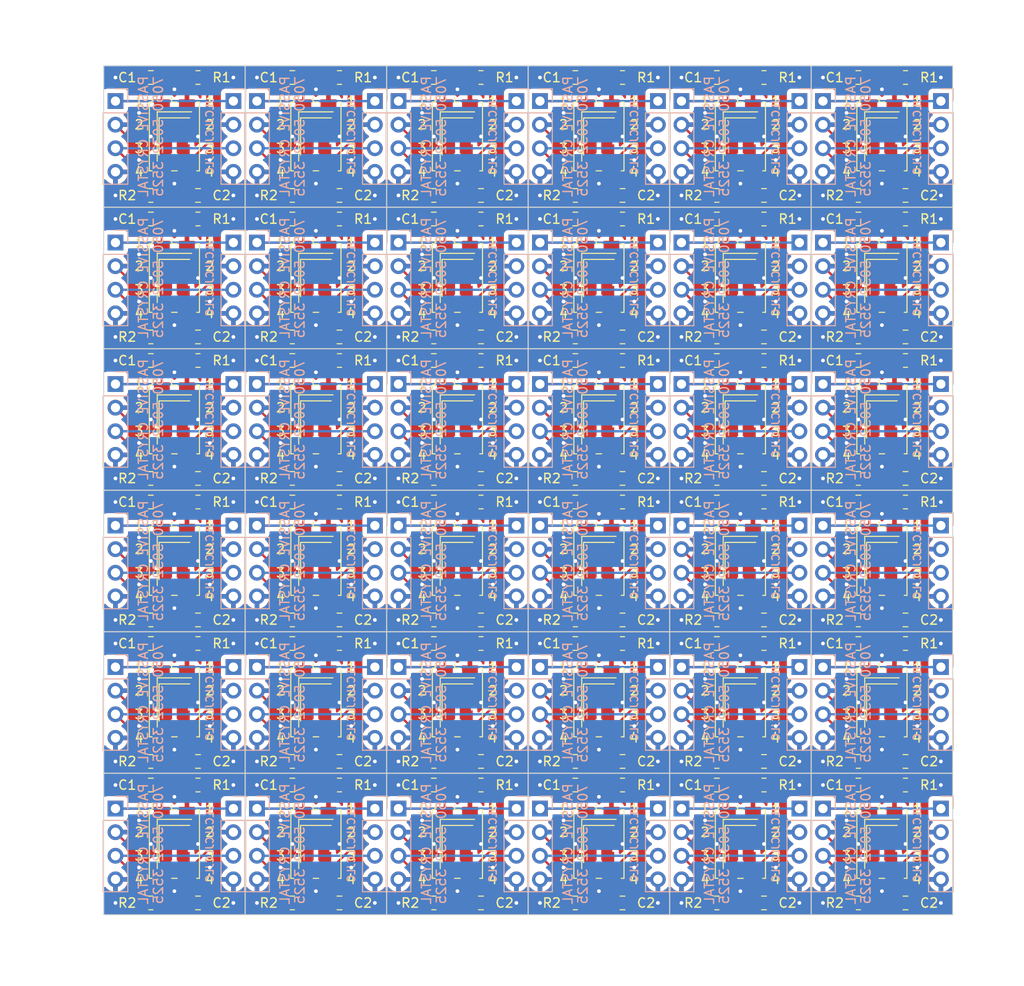
<source format=kicad_pcb>
(kicad_pcb (version 20221018) (generator pcbnew)
  (layers (0 "F.Cu" signal) (31 "B.Cu" signal) (34 "B.Paste" user) (35 "F.Paste" user) (36 "B.SilkS" user "B.Silkscreen") (37 "F.SilkS" user "F.Silkscreen") (38 "B.Mask" user) (39 "F.Mask" user) (44 "Edge.Cuts" user))
  (net 0 "")
  (net 1 "1")
  (net 2 "2")
  (net 3 "3")
  (net 4 "OUT")
  (footprint "Capacitor_SMD:C_0805_2012Metric_Pad1.18x1.45mm_HandSolder" (layer "F.Cu") (at 182.88 52.07)
    (fp_text reference "C2")
    (fp_text value "C" hide)
  )
  (footprint "Crystal:Crystal_SMD_3225-4Pin_3.2x2.5mm" (layer "F.Cu") (at 165.1 30.48 -90)
    (fp_text reference "Y3" hide)
    (fp_text value "Crystal_GND24" hide)
  )
  (footprint "Crystal:Crystal_SMD_5032-4Pin_5.0x3.2mm" (layer "F.Cu") (at 210.82 106.68 -90)
    (fp_text reference "Y2" hide)
    (fp_text value "Crystal_GND24" hide)
  )
  (footprint "Crystal:Crystal_SMD_5032-4Pin_5.0x3.2mm" (layer "F.Cu") (at 210.82 45.72 -90)
    (fp_text reference "Y2" hide)
    (fp_text value "Crystal_GND24" hide)
  )
  (footprint "Resistor_SMD:R_0805_2012Metric_Pad1.20x1.40mm_HandSolder" (layer "F.Cu") (at 152.4 85.09)
    (fp_text reference "R1")
    (fp_text value "R" hide)
  )
  (footprint "Resistor_SMD:R_0805_2012Metric_Pad1.20x1.40mm_HandSolder" (layer "F.Cu") (at 198.12 69.85)
    (fp_text reference "R1")
    (fp_text value "R" hide)
  )
  (footprint "Capacitor_SMD:C_0805_2012Metric_Pad1.18x1.45mm_HandSolder" (layer "F.Cu") (at 167.64 113.03)
    (fp_text reference "C2")
    (fp_text value "C" hide)
  )
  (footprint "Crystal:Crystal_SMD_7050-4Pin_7.0x5.0mm" (layer "F.Cu") (at 210.82 91.44 -90)
    (fp_text reference "Y1" hide)
    (fp_text value "Crystal_GND24" hide)
  )
  (footprint "Capacitor_SMD:C_0805_2012Metric_Pad1.18x1.45mm_HandSolder" (layer "F.Cu") (at 208.28 24.13 180)
    (fp_text reference "C1")
    (fp_text value "C" hide)
  )
  (footprint "Resistor_SMD:R_0805_2012Metric_Pad1.20x1.40mm_HandSolder" (layer "F.Cu") (at 182.88 54.61)
    (fp_text reference "R1")
    (fp_text value "R" hide)
  )
  (footprint "Resistor_SMD:R_0805_2012Metric_Pad1.20x1.40mm_HandSolder" (layer "F.Cu") (at 137.16 69.85)
    (fp_text reference "R1")
    (fp_text value "R" hide)
  )
  (footprint "Crystal:Crystal_SMD_5032-4Pin_5.0x3.2mm" (layer "F.Cu") (at 210.82 76.2 -90)
    (fp_text reference "Y2" hide)
    (fp_text value "Crystal_GND24" hide)
  )
  (footprint "Capacitor_SMD:C_0805_2012Metric_Pad1.18x1.45mm_HandSolder" (layer "F.Cu") (at 177.8 69.85 180)
    (fp_text reference "C1")
    (fp_text value "C" hide)
  )
  (footprint "Crystal:Crystal_SMD_7050-4Pin_7.0x5.0mm" (layer "F.Cu") (at 195.58 106.68 -90)
    (fp_text reference "Y1" hide)
    (fp_text value "Crystal_GND24" hide)
  )
  (footprint "Capacitor_SMD:C_0805_2012Metric_Pad1.18x1.45mm_HandSolder" (layer "F.Cu") (at 162.56 69.85 180)
    (fp_text reference "C1")
    (fp_text value "C" hide)
  )
  (footprint "Capacitor_SMD:C_0805_2012Metric_Pad1.18x1.45mm_HandSolder" (layer "F.Cu") (at 208.28 39.37 180)
    (fp_text reference "C1")
    (fp_text value "C" hide)
  )
  (footprint "Capacitor_SMD:C_0805_2012Metric_Pad1.18x1.45mm_HandSolder" (layer "F.Cu") (at 162.56 54.61 180)
    (fp_text reference "C1")
    (fp_text value "C" hide)
  )
  (footprint "Resistor_SMD:R_0805_2012Metric_Pad1.20x1.40mm_HandSolder" (layer "F.Cu") (at 182.88 85.09)
    (fp_text reference "R1")
    (fp_text value "R" hide)
  )
  (footprint "Crystal:Crystal_SMD_3225-4Pin_3.2x2.5mm" (layer "F.Cu") (at 210.82 30.48 -90)
    (fp_text reference "Y3" hide)
    (fp_text value "Crystal_GND24" hide)
  )
  (footprint "Capacitor_SMD:C_0805_2012Metric_Pad1.18x1.45mm_HandSolder" (layer "F.Cu") (at 152.4 36.83)
    (fp_text reference "C2")
    (fp_text value "C" hide)
  )
  (footprint "Resistor_SMD:R_0805_2012Metric_Pad1.20x1.40mm_HandSolder" (layer "F.Cu") (at 213.36 100.33)
    (fp_text reference "R1")
    (fp_text value "R" hide)
  )
  (footprint "Capacitor_SMD:C_0805_2012Metric_Pad1.18x1.45mm_HandSolder" (layer "F.Cu") (at 167.64 36.83)
    (fp_text reference "C2")
    (fp_text value "C" hide)
  )
  (footprint "Crystal:Crystal_SMD_3225-4Pin_3.2x2.5mm" (layer "F.Cu") (at 180.34 76.2 -90)
    (fp_text reference "Y3" hide)
    (fp_text value "Crystal_GND24" hide)
  )
  (footprint "Capacitor_SMD:C_0805_2012Metric_Pad1.18x1.45mm_HandSolder" (layer "F.Cu") (at 147.32 100.33 180)
    (fp_text reference "C1")
    (fp_text value "C" hide)
  )
  (footprint "Resistor_SMD:R_0805_2012Metric_Pad1.20x1.40mm_HandSolder" (layer "F.Cu") (at 132.08 67.31 180)
    (fp_text reference "R2")
    (fp_text value "R" hide)
  )
  (footprint "Capacitor_SMD:C_0805_2012Metric_Pad1.18x1.45mm_HandSolder" (layer "F.Cu") (at 167.64 52.07)
    (fp_text reference "C2")
    (fp_text value "C" hide)
  )
  (footprint "Capacitor_SMD:C_0805_2012Metric_Pad1.18x1.45mm_HandSolder" (layer "F.Cu") (at 213.36 82.55)
    (fp_text reference "C2")
    (fp_text value "C" hide)
  )
  (footprint "Capacitor_SMD:C_0805_2012Metric_Pad1.18x1.45mm_HandSolder" (layer "F.Cu") (at 132.08 24.13 180)
    (fp_text reference "C1")
    (fp_text value "C" hide)
  )
  (footprint "Crystal:Crystal_SMD_7050-4Pin_7.0x5.0mm" (layer "F.Cu") (at 195.58 45.72 -90)
    (fp_text reference "Y1" hide)
    (fp_text value "Crystal_GND24" hide)
  )
  (footprint "Resistor_SMD:R_0805_2012Metric_Pad1.20x1.40mm_HandSolder" (layer "F.Cu") (at 177.8 113.03 180)
    (fp_text reference "R2")
    (fp_text value "R" hide)
  )
  (footprint "Capacitor_SMD:C_0805_2012Metric_Pad1.18x1.45mm_HandSolder" (layer "F.Cu") (at 167.64 97.79)
    (fp_text reference "C2")
    (fp_text value "C" hide)
  )
  (footprint "Capacitor_SMD:C_0805_2012Metric_Pad1.18x1.45mm_HandSolder" (layer "F.Cu") (at 132.08 85.09 180)
    (fp_text reference "C1")
    (fp_text value "C" hide)
  )
  (footprint "Capacitor_SMD:C_0805_2012Metric_Pad1.18x1.45mm_HandSolder" (layer "F.Cu") (at 177.8 85.09 180)
    (fp_text reference "C1")
    (fp_text value "C" hide)
  )
  (footprint "Crystal:Crystal_SMD_3225-4Pin_3.2x2.5mm" (layer "F.Cu") (at 180.34 91.44 -90)
    (fp_text reference "Y3" hide)
    (fp_text value "Crystal_GND24" hide)
  )
  (footprint "Crystal:Crystal_SMD_5032-4Pin_5.0x3.2mm" (layer "F.Cu") (at 165.1 91.44 -90)
    (fp_text reference "Y2" hide)
    (fp_text value "Crystal_GND24" hide)
  )
  (footprint "Resistor_SMD:R_0805_2012Metric_Pad1.20x1.40mm_HandSolder" (layer "F.Cu") (at 132.08 36.83 180)
    (fp_text reference "R2")
    (fp_text value "R" hide)
  )
  (footprint "Crystal:Crystal_SMD_5032-4Pin_5.0x3.2mm" (layer "F.Cu") (at 210.82 60.96 -90)
    (fp_text reference "Y2" hide)
    (fp_text value "Crystal_GND24" hide)
  )
  (footprint "Capacitor_SMD:C_0805_2012Metric_Pad1.18x1.45mm_HandSolder" (layer "F.Cu") (at 198.12 113.03)
    (fp_text reference "C2")
    (fp_text value "C" hide)
  )
  (footprint "Crystal:Crystal_SMD_7050-4Pin_7.0x5.0mm" (layer "F.Cu") (at 165.1 60.96 -90)
    (fp_text reference "Y1" hide)
    (fp_text value "Crystal_GND24" hide)
  )
  (footprint "Resistor_SMD:R_0805_2012Metric_Pad1.20x1.40mm_HandSolder" (layer "F.Cu") (at 147.32 113.03 180)
    (fp_text reference "R2")
    (fp_text value "R" hide)
  )
  (footprint "Crystal:Crystal_SMD_5032-4Pin_5.0x3.2mm" (layer "F.Cu") (at 134.62 91.44 -90)
    (fp_text reference "Y2" hide)
    (fp_text value "Crystal_GND24" hide)
  )
  (footprint "Resistor_SMD:R_0805_2012Metric_Pad1.20x1.40mm_HandSolder" (layer "F.Cu") (at 167.64 69.85)
    (fp_text reference "R1")
    (fp_text value "R" hide)
  )
  (footprint "Capacitor_SMD:C_0805_2012Metric_Pad1.18x1.45mm_HandSolder" (layer "F.Cu") (at 152.4 82.55)
    (fp_text reference "C2")
    (fp_text value "C" hide)
  )
  (footprint "Resistor_SMD:R_0805_2012Metric_Pad1.20x1.40mm_HandSolder" (layer "F.Cu") (at 193.04 82.55 180)
    (fp_text reference "R2")
    (fp_text value "R" hide)
  )
  (footprint "Crystal:Crystal_SMD_3225-4Pin_3.2x2.5mm" (layer "F.Cu") (at 165.1 106.68 -90)
    (fp_text reference "Y3" hide)
    (fp_text value "Crystal_GND24" hide)
  )
  (footprint "Capacitor_SMD:C_0805_2012Metric_Pad1.18x1.45mm_HandSolder" (layer "F.Cu") (at 193.04 24.13 180)
    (fp_text reference "C1")
    (fp_text value "C" hide)
  )
  (footprint "Capacitor_SMD:C_0805_2012Metric_Pad1.18x1.45mm_HandSolder" (layer "F.Cu") (at 213.36 67.31)
    (fp_text reference "C2")
    (fp_text value "C" hide)
  )
  (footprint "Capacitor_SMD:C_0805_2012Metric_Pad1.18x1.45mm_HandSolder" (layer "F.Cu") (at 177.8 24.13 180)
    (fp_text reference "C1")
    (fp_text value "C" hide)
  )
  (footprint "Crystal:Crystal_SMD_5032-4Pin_5.0x3.2mm" (layer "F.Cu") (at 195.58 76.2 -90)
    (fp_text reference "Y2" hide)
    (fp_text value "Crystal_GND24" hide)
  )
  (footprint "Crystal:Crystal_SMD_3225-4Pin_3.2x2.5mm" (layer "F.Cu") (at 180.34 30.48 -90)
    (fp_text reference "Y3" hide)
    (fp_text value "Crystal_GND24" hide)
  )
  (footprint "Crystal:Crystal_SMD_3225-4Pin_3.2x2.5mm" (layer "F.Cu") (at 134.62 106.68 -90)
    (fp_text reference "Y3" hide)
    (fp_text value "Crystal_GND24" hide)
  )
  (footprint "Resistor_SMD:R_0805_2012Metric_Pad1.20x1.40mm_HandSolder" (layer "F.Cu") (at 182.88 69.85)
    (fp_text reference "R1")
    (fp_text value "R" hide)
  )
  (footprint "Capacitor_SMD:C_0805_2012Metric_Pad1.18x1.45mm_HandSolder" (layer "F.Cu") (at 162.56 85.09 180)
    (fp_text reference "C1")
    (fp_text value "C" hide)
  )
  (footprint "Crystal:Crystal_SMD_7050-4Pin_7.0x5.0mm" (layer "F.Cu") (at 149.86 106.68 -90)
    (fp_text reference "Y1" hide)
    (fp_text value "Crystal_GND24" hide)
  )
  (footprint "Crystal:Crystal_SMD_3225-4Pin_3.2x2.5mm" (layer "F.Cu") (at 134.62 30.48 -90)
    (fp_text reference "Y3" hide)
    (fp_text value "Crystal_GND24" hide)
  )
  (footprint "Resistor_SMD:R_0805_2012Metric_Pad1.20x1.40mm_HandSolder" (layer "F.Cu") (at 162.56 82.55 180)
    (fp_text reference "R2")
    (fp_text value "R" hide)
  )
  (footprint "Capacitor_SMD:C_0805_2012Metric_Pad1.18x1.45mm_HandSolder" (layer "F.Cu") (at 182.88 67.31)
    (fp_text reference "C2")
    (fp_text value "C" hide)
  )
  (footprint "Resistor_SMD:R_0805_2012Metric_Pad1.20x1.40mm_HandSolder" (layer "F.Cu") (at 193.04 97.79 180)
    (fp_text reference "R2")
    (fp_text value "R" hide)
  )
  (footprint "Crystal:Crystal_SMD_3225-4Pin_3.2x2.5mm" (layer "F.Cu") (at 149.86 45.72 -90)
    (fp_text reference "Y3" hide)
    (fp_text value "Crystal_GND24" hide)
  )
  (footprint "Capacitor_SMD:C_0805_2012Metric_Pad1.18x1.45mm_HandSolder" (layer "F.Cu") (at 152.4 113.03)
    (fp_text reference "C2")
    (fp_text value "C" hide)
  )
  (footprint "Capacitor_SMD:C_0805_2012Metric_Pad1.18x1.45mm_HandSolder" (layer "F.Cu") (at 208.28 54.61 180)
    (fp_text reference "C1")
    (fp_text value "C" hide)
  )
  (footprint "Crystal:Crystal_SMD_5032-4Pin_5.0x3.2mm" (layer "F.Cu") (at 149.86 30.48 -90)
    (fp_text reference "Y2" hide)
    (fp_text value "Crystal_GND24" hide)
  )
  (footprint "Crystal:Crystal_SMD_7050-4Pin_7.0x5.0mm" (layer "F.Cu") (at 180.34 91.44 -90)
    (fp_text reference "Y1" hide)
    (fp_text value "Crystal_GND24" hide)
  )
  (footprint "Capacitor_SMD:C_0805_2012Metric_Pad1.18x1.45mm_HandSolder" (layer "F.Cu") (at 147.32 24.13 180)
    (fp_text reference "C1")
    (fp_text value "C" hide)
  )
  (footprint "Capacitor_SMD:C_0805_2012Metric_Pad1.18x1.45mm_HandSolder" (layer "F.Cu") (at 193.04 54.61 180)
    (fp_text reference "C1")
    (fp_text value "C" hide)
  )
  (footprint "Resistor_SMD:R_0805_2012Metric_Pad1.20x1.40mm_HandSolder" (layer "F.Cu") (at 147.32 67.31 180)
    (fp_text reference "R2")
    (fp_text value "R" hide)
  )
  (footprint "Crystal:Crystal_SMD_3225-4Pin_3.2x2.5mm" (layer "F.Cu") (at 134.62 60.96 -90)
    (fp_text reference "Y3" hide)
    (fp_text value "Crystal_GND24" hide)
  )
  (footprint "Capacitor_SMD:C_0805_2012Metric_Pad1.18x1.45mm_HandSolder" (layer "F.Cu") (at 208.28 69.85 180)
    (fp_text reference "C1")
    (fp_text value "C" hide)
  )
  (footprint "Resistor_SMD:R_0805_2012Metric_Pad1.20x1.40mm_HandSolder" (layer "F.Cu") (at 167.64 54.61)
    (fp_text reference "R1")
    (fp_text value "R" hide)
  )
  (footprint "Crystal:Crystal_SMD_3225-4Pin_3.2x2.5mm" (layer "F.Cu") (at 165.1 76.2 -90)
    (fp_text reference "Y3" hide)
    (fp_text value "Crystal_GND24" hide)
  )
  (footprint "Crystal:Crystal_SMD_5032-4Pin_5.0x3.2mm" (layer "F.Cu") (at 134.62 106.68 -90)
    (fp_text reference "Y2" hide)
    (fp_text value "Crystal_GND24" hide)
  )
  (footprint "Capacitor_SMD:C_0805_2012Metric_Pad1.18x1.45mm_HandSolder" (layer "F.Cu") (at 177.8 100.33 180)
    (fp_text reference "C1")
    (fp_text value "C" hide)
  )
  (footprint "Capacitor_SMD:C_0805_2012Metric_Pad1.18x1.45mm_HandSolder" (layer "F.Cu") (at 182.88 82.55)
    (fp_text reference "C2")
    (fp_text value "C" hide)
  )
  (footprint "Resistor_SMD:R_0805_2012Metric_Pad1.20x1.40mm_HandSolder" (layer "F.Cu") (at 177.8 52.07 180)
    (fp_text reference "R2")
    (fp_text value "R" hide)
  )
  (footprint "Resistor_SMD:R_0805_2012Metric_Pad1.20x1.40mm_HandSolder" (layer "F.Cu") (at 162.56 113.03 180)
    (fp_text reference "R2")
    (fp_text value "R" hide)
  )
  (footprint "Resistor_SMD:R_0805_2012Metric_Pad1.20x1.40mm_HandSolder" (layer "F.Cu") (at 182.88 24.13)
    (fp_text reference "R1")
    (fp_text value "R" hide)
  )
  (footprint "Resistor_SMD:R_0805_2012Metric_Pad1.20x1.40mm_HandSolder" (layer "F.Cu") (at 147.32 52.07 180)
    (fp_text reference "R2")
    (fp_text value "R" hide)
  )
  (footprint "Capacitor_SMD:C_0805_2012Metric_Pad1.18x1.45mm_HandSolder" (layer "F.Cu") (at 147.32 39.37 180)
    (fp_text reference "C1")
    (fp_text value "C" hide)
  )
  (footprint "Crystal:Crystal_SMD_3225-4Pin_3.2x2.5mm" (layer "F.Cu") (at 210.82 106.68 -90)
    (fp_text reference "Y3" hide)
    (fp_text value "Crystal_GND24" hide)
  )
  (footprint "Crystal:Crystal_SMD_7050-4Pin_7.0x5.0mm" (layer "F.Cu") (at 165.1 76.2 -90)
    (fp_text reference "Y1" hide)
    (fp_text value "Crystal_GND24" hide)
  )
  (footprint "Resistor_SMD:R_0805_2012Metric_Pad1.20x1.40mm_HandSolder" (layer "F.Cu") (at 167.64 24.13)
    (fp_text reference "R1")
    (fp_text value "R" hide)
  )
  (footprint "Crystal:Crystal_SMD_5032-4Pin_5.0x3.2mm" (layer "F.Cu") (at 165.1 60.96 -90)
    (fp_text reference "Y2" hide)
    (fp_text value "Crystal_GND24" hide)
  )
  (footprint "Capacitor_SMD:C_0805_2012Metric_Pad1.18x1.45mm_HandSolder" (layer "F.Cu") (at 213.36 113.03)
    (fp_text reference "C2")
    (fp_text value "C" hide)
  )
  (footprint "Resistor_SMD:R_0805_2012Metric_Pad1.20x1.40mm_HandSolder" (layer "F.Cu") (at 137.16 24.13)
    (fp_text reference "R1")
    (fp_text value "R" hide)
  )
  (footprint "Crystal:Crystal_SMD_3225-4Pin_3.2x2.5mm" (layer "F.Cu") (at 195.58 76.2 -90)
    (fp_text reference "Y3" hide)
    (fp_text value "Crystal_GND24" hide)
  )
  (footprint "Crystal:Crystal_SMD_3225-4Pin_3.2x2.5mm" (layer "F.Cu") (at 195.58 45.72 -90)
    (fp_text reference "Y3" hide)
    (fp_text value "Crystal_GND24" hide)
  )
  (footprint "Resistor_SMD:R_0805_2012Metric_Pad1.20x1.40mm_HandSolder" (layer "F.Cu") (at 152.4 54.61)
    (fp_text reference "R1")
    (fp_text value "R" hide)
  )
  (footprint "Crystal:Crystal_SMD_3225-4Pin_3.2x2.5mm" (layer "F.Cu") (at 180.34 106.68 -90)
    (fp_text reference "Y3" hide)
    (fp_text value "Crystal_GND24" hide)
  )
  (footprint "Resistor_SMD:R_0805_2012Metric_Pad1.20x1.40mm_HandSolder" (layer "F.Cu") (at 132.08 113.03 180)
    (fp_text reference "R2")
    (fp_text value "R" hide)
  )
  (footprint "Crystal:Crystal_SMD_7050-4Pin_7.0x5.0mm" (layer "F.Cu") (at 180.34 45.72 -90)
    (fp_text reference "Y1" hide)
    (fp_text value "Crystal_GND24" hide)
  )
  (footprint "Crystal:Crystal_SMD_7050-4Pin_7.0x5.0mm" (layer "F.Cu") (at 210.82 60.96 -90)
    (fp_text reference "Y1" hide)
    (fp_text value "Crystal_GND24" hide)
  )
  (footprint "Capacitor_SMD:C_0805_2012Metric_Pad1.18x1.45mm_HandSolder" (layer "F.Cu") (at 162.56 39.37 180)
    (fp_text reference "C1")
    (fp_text value "C" hide)
  )
  (footprint "Crystal:Crystal_SMD_7050-4Pin_7.0x5.0mm" (layer "F.Cu") (at 149.86 91.44 -90)
    (fp_text reference "Y1" hide)
    (fp_text value "Crystal_GND24" hide)
  )
  (footprint "Capacitor_SMD:C_0805_2012Metric_Pad1.18x1.45mm_HandSolder" (layer "F.Cu") (at 132.08 69.85 180)
    (fp_text reference "C1")
    (fp_text value "C" hide)
  )
  (footprint "Resistor_SMD:R_0805_2012Metric_Pad1.20x1.40mm_HandSolder" (layer "F.Cu") (at 193.04 36.83 180)
    (fp_text reference "R2")
    (fp_text value "R" hide)
  )
  (footprint "Crystal:Crystal_SMD_7050-4Pin_7.0x5.0mm" (layer "F.Cu") (at 180.34 106.68 -90)
    (fp_text reference "Y1" hide)
    (fp_text value "Crystal_GND24" hide)
  )
  (footprint "Capacitor_SMD:C_0805_2012Metric_Pad1.18x1.45mm_HandSolder" (layer "F.Cu") (at 208.28 100.33 180)
    (fp_text reference "C1")
    (fp_text value "C" hide)
  )
  (footprint "Capacitor_SMD:C_0805_2012Metric_Pad1.18x1.45mm_HandSolder" (layer "F.Cu") (at 152.4 67.31)
    (fp_text reference "C2")
    (fp_text value "C" hide)
  )
  (footprint "Capacitor_SMD:C_0805_2012Metric_Pad1.18x1.45mm_HandSolder" (layer "F.Cu") (at 152.4 52.07)
    (fp_text reference "C2")
    (fp_text value "C" hide)
  )
  (footprint "Resistor_SMD:R_0805_2012Metric_Pad1.20x1.40mm_HandSolder" (layer "F.Cu") (at 198.12 39.37)
    (fp_text reference "R1")
    (fp_text value "R" hide)
  )
  (footprint "Capacitor_SMD:C_0805_2012Metric_Pad1.18x1.45mm_HandSolder" (layer "F.Cu") (at 147.32 69.85 180)
    (fp_text reference "C1")
    (fp_text value "C" hide)
  )
  (footprint "Crystal:Crystal_SMD_5032-4Pin_5.0x3.2mm" (layer "F.Cu") (at 165.1 106.68 -90)
    (fp_text reference "Y2" hide)
    (fp_text value "Crystal_GND24" hide)
  )
  (footprint "Crystal:Crystal_SMD_3225-4Pin_3.2x2.5mm" (layer "F.Cu") (at 149.86 60.96 -90)
    (fp_text reference "Y3" hide)
    (fp_text value "Crystal_GND24" hide)
  )
  (footprint "Crystal:Crystal_SMD_3225-4Pin_3.2x2.5mm" (layer "F.Cu") (at 165.1 91.44 -90)
    (fp_text reference "Y3" hide)
    (fp_text value "Crystal_GND24" hide)
  )
  (footprint "Capacitor_SMD:C_0805_2012Metric_Pad1.18x1.45mm_HandSolder" (layer "F.Cu") (at 182.88 113.03)
    (fp_text reference "C2")
    (fp_text value "C" hide)
  )
  (footprint "Resistor_SMD:R_0805_2012Metric_Pad1.20x1.40mm_HandSolder" (layer "F.Cu") (at 137.16 100.33)
    (fp_text reference "R1")
    (fp_text value "R" hide)
  )
  (footprint "Resistor_SMD:R_0805_2012Metric_Pad1.20x1.40mm_HandSolder" (layer "F.Cu") (at 137.16 85.09)
    (fp_text reference "R1")
    (fp_text value "R" hide)
  )
  (footprint "Capacitor_SMD:C_0805_2012Metric_Pad1.18x1.45mm_HandSolder" (layer "F.Cu") (at 177.8 54.61 180)
    (fp_text reference "C1")
    (fp_text value "C" hide)
  )
  (footprint "Crystal:Crystal_SMD_7050-4Pin_7.0x5.0mm" (layer "F.Cu") (at 134.62 91.44 -90)
    (fp_text reference "Y1" hide)
    (fp_text value "Crystal_GND24" hide)
  )
  (footprint "Resistor_SMD:R_0805_2012Metric_Pad1.20x1.40mm_HandSolder" (layer "F.Cu") (at 213.36 85.09)
    (fp_text reference "R1")
    (fp_text value "R" hide)
  )
  (footprint "Resistor_SMD:R_0805_2012Metric_Pad1.20x1.40mm_HandSolder" (layer "F.Cu") (at 208.28 97.79 180)
    (fp_text reference "R2")
    (fp_text value "R" hide)
  )
  (footprint "Capacitor_SMD:C_0805_2012Metric_Pad1.18x1.45mm_HandSolder" (layer "F.Cu") (at 213.36 36.83)
    (fp_text reference "C2")
    (fp_text value "C" hide)
  )
  (footprint "Crystal:Crystal_SMD_7050-4Pin_7.0x5.0mm" (layer "F.Cu") (at 210.82 45.72 -90)
    (fp_text reference "Y1" hide)
    (fp_text value "Crystal_GND24" hide)
  )
  (footprint "Crystal:Crystal_SMD_7050-4Pin_7.0x5.0mm" (layer "F.Cu") (at 165.1 30.48 -90)
    (fp_text reference "Y1" hide)
    (fp_text value "Crystal_GND24" hide)
  )
  (footprint "Resistor_SMD:R_0805_2012Metric_Pad1.20x1.40mm_HandSolder" (layer "F.Cu") (at 147.32 36.83 180)
    (fp_text reference "R2")
    (fp_text value "R" hide)
  )
  (footprint "Crystal:Crystal_SMD_3225-4Pin_3.2x2.5mm" (layer "F.Cu") (at 210.82 91.44 -90)
    (fp_text reference "Y3" hide)
    (fp_text value "Crystal_GND24" hide)
  )
  (footprint "Crystal:Crystal_SMD_7050-4Pin_7.0x5.0mm" (layer "F.Cu") (at 180.34 76.2 -90)
    (fp_text reference "Y1" hide)
    (fp_text value "Crystal_GND24" hide)
  )
  (footprint "Resistor_SMD:R_0805_2012Metric_Pad1.20x1.40mm_HandSolder" (layer "F.Cu") (at 213.36 69.85)
    (fp_text reference "R1")
    (fp_text value "R" hide)
  )
  (footprint "Capacitor_SMD:C_0805_2012Metric_Pad1.18x1.45mm_HandSolder" (layer "F.Cu") (at 162.56 24.13 180)
    (fp_text reference "C1")
    (fp_text value "C" hide)
  )
  (footprint "Resistor_SMD:R_0805_2012Metric_Pad1.20x1.40mm_HandSolder" (layer "F.Cu") (at 198.12 54.61)
    (fp_text reference "R1")
    (fp_text value "R" hide)
  )
  (footprint "Capacitor_SMD:C_0805_2012Metric_Pad1.18x1.45mm_HandSolder" (layer "F.Cu") (at 132.08 100.33 180)
    (fp_text reference "C1")
    (fp_text value "C" hide)
  )
  (footprint "Crystal:Crystal_SMD_7050-4Pin_7.0x5.0mm" (layer "F.Cu") (at 149.86 60.96 -90)
    (fp_text reference "Y1" hide)
    (fp_text value "Crystal_GND24" hide)
  )
  (footprint "Crystal:Crystal_SMD_3225-4Pin_3.2x2.5mm" (layer "F.Cu") (at 149.86 30.48 -90)
    (fp_text reference "Y3" hide)
    (fp_text value "Crystal_GND24" hide)
  )
  (footprint "Crystal:Crystal_SMD_5032-4Pin_5.0x3.2mm" (layer "F.Cu") (at 134.62 60.96 -90)
    (fp_text reference "Y2" hide)
    (fp_text value "Crystal_GND24" hide)
  )
  (footprint "Crystal:Crystal_SMD_3225-4Pin_3.2x2.5mm" (layer "F.Cu") (at 134.62 91.44 -90)
    (fp_text reference "Y3" hide)
    (fp_text value "Crystal_GND24" hide)
  )
  (footprint "Resistor_SMD:R_0805_2012Metric_Pad1.20x1.40mm_HandSolder" (layer "F.Cu") (at 162.56 52.07 180)
    (fp_text reference "R2")
    (fp_text value "R" hide)
  )
  (footprint "Resistor_SMD:R_0805_2012Metric_Pad1.20x1.40mm_HandSolder" (layer "F.Cu") (at 198.12 85.09)
    (fp_text reference "R1")
    (fp_text value "R" hide)
  )
  (footprint "Resistor_SMD:R_0805_2012Metric_Pad1.20x1.40mm_HandSolder" (layer "F.Cu") (at 177.8 67.31 180)
    (fp_text reference "R2")
    (fp_text value "R" hide)
  )
  (footprint "Crystal:Crystal_SMD_3225-4Pin_3.2x2.5mm" (layer "F.Cu") (at 210.82 45.72 -90)
    (fp_text reference "Y3" hide)
    (fp_text value "Crystal_GND24" hide)
  )
  (footprint "Resistor_SMD:R_0805_2012Metric_Pad1.20x1.40mm_HandSolder" (layer "F.Cu") (at 147.32 97.79 180)
    (fp_text reference "R2")
    (fp_text value "R" hide)
  )
  (footprint "Crystal:Crystal_SMD_5032-4Pin_5.0x3.2mm" (layer "F.Cu") (at 210.82 30.48 -90)
    (fp_text reference "Y2" hide)
    (fp_text value "Crystal_GND24" hide)
  )
  (footprint "Capacitor_SMD:C_0805_2012Metric_Pad1.18x1.45mm_HandSolder" (layer "F.Cu") (at 147.32 85.09 180)
    (fp_text reference "C1")
    (fp_text value "C" hide)
  )
  (footprint "Crystal:Crystal_SMD_5032-4Pin_5.0x3.2mm" (layer "F.Cu") (at 195.58 60.96 -90)
    (fp_text reference "Y2" hide)
    (fp_text value "Crystal_GND24" hide)
  )
  (footprint "Crystal:Crystal_SMD_3225-4Pin_3.2x2.5mm" (layer "F.Cu") (at 134.62 76.2 -90)
    (fp_text reference "Y3" hide)
    (fp_text value "Crystal_GND24" hide)
  )
  (footprint "Resistor_SMD:R_0805_2012Metric_Pad1.20x1.40mm_HandSolder" (layer "F.Cu") (at 193.04 113.03 180)
    (fp_text reference "R2")
    (fp_text value "R" hide)
  )
  (footprint "Crystal:Crystal_SMD_7050-4Pin_7.0x5.0mm" (layer "F.Cu") (at 195.58 76.2 -90)
    (fp_text reference "Y1" hide)
    (fp_text value "Crystal_GND24" hide)
  )
  (footprint "Resistor_SMD:R_0805_2012Metric_Pad1.20x1.40mm_HandSolder" (layer "F.Cu") (at 132.08 82.55 180)
    (fp_text reference "R2")
    (fp_text value "R" hide)
  )
  (footprint "Crystal:Crystal_SMD_5032-4Pin_5.0x3.2mm" (layer "F.Cu") (at 180.34 60.96 -90)
    (fp_text reference "Y2" hide)
    (fp_text value "Crystal_GND24" hide)
  )
  (footprint "Resistor_SMD:R_0805_2012Metric_Pad1.20x1.40mm_HandSolder" (layer "F.Cu") (at 162.56 36.83 180)
    (fp_text reference "R2")
    (fp_text value "R" hide)
  )
  (footprint "Crystal:Crystal_SMD_5032-4Pin_5.0x3.2mm" (layer "F.Cu") (at 180.34 106.68 -90)
    (fp_text reference "Y2" hide)
    (fp_text value "Crystal_GND24" hide)
  )
  (footprint "Resistor_SMD:R_0805_2012Metric_Pad1.20x1.40mm_HandSolder" (layer "F.Cu") (at 152.4 100.33)
    (fp_text reference "R1")
    (fp_text value "R" hide)
  )
  (footprint "Crystal:Crystal_SMD_3225-4Pin_3.2x2.5mm" (layer "F.Cu") (at 195.58 30.48 -90)
    (fp_text reference "Y3" hide)
    (fp_text value "Crystal_GND24" hide)
  )
  (footprint "Crystal:Crystal_SMD_3225-4Pin_3.2x2.5mm" (layer "F.Cu") (at 149.86 76.2 -90)
    (fp_text reference "Y3" hide)
    (fp_text value "Crystal_GND24" hide)
  )
  (footprint "Resistor_SMD:R_0805_2012Metric_Pad1.20x1.40mm_HandSolder" (layer "F.Cu") (at 213.36 54.61)
    (fp_text reference "R1")
    (fp_text value "R" hide)
  )
  (footprint "Capacitor_SMD:C_0805_2012Metric_Pad1.18x1.45mm_HandSolder" (layer "F.Cu") (at 198.12 67.31)
    (fp_text reference "C2")
    (fp_text value "C" hide)
  )
  (footprint "Crystal:Crystal_SMD_5032-4Pin_5.0x3.2mm" (layer "F.Cu") (at 165.1 45.72 -90)
    (fp_text reference "Y2" hide)
    (fp_text value "Crystal_GND24" hide)
  )
  (footprint "Resistor_SMD:R_0805_2012Metric_Pad1.20x1.40mm_HandSolder" (layer "F.Cu") (at 137.16 54.61)
    (fp_text reference "R1")
    (fp_text value "R" hide)
  )
  (footprint "Capacitor_SMD:C_0805_2012Metric_Pad1.18x1.45mm_HandSolder" (layer "F.Cu") (at 177.8 39.37 180)
    (fp_text reference "C1")
    (fp_text value "C" hide)
  )
  (footprint "Crystal:Crystal_SMD_5032-4Pin_5.0x3.2mm" (layer "F.Cu") (at 149.86 91.44 -90)
    (fp_text reference "Y2" hide)
    (fp_text value "Crystal_GND24" hide)
  )
  (footprint "Resistor_SMD:R_0805_2012Metric_Pad1.20x1.40mm_HandSolder" (layer "F.Cu") (at 213.36 39.37)
    (fp_text reference "R1")
    (fp_text value "R" hide)
  )
  (footprint "Resistor_SMD:R_0805_2012Metric_Pad1.20x1.40mm_HandSolder" (layer "F.Cu") (at 177.8 97.79 180)
    (fp_text reference "R2")
    (fp_text value "R" hide)
  )
  (footprint "Resistor_SMD:R_0805_2012Metric_Pad1.20x1.40mm_HandSolder" (layer "F.Cu") (at 132.08 52.07 180)
    (fp_text reference "R2")
    (fp_text value "R" hide)
  )
  (footprint "Crystal:Crystal_SMD_7050-4Pin_7.0x5.0mm" (layer "F.Cu") (at 134.62 60.96 -90)
    (fp_text reference "Y1" hide)
    (fp_text value "Crystal_GND24" hide)
  )
  (footprint "Crystal:Crystal_SMD_5032-4Pin_5.0x3.2mm" (layer "F.Cu") (at 180.34 76.2 -90)
    (fp_text reference "Y2" hide)
    (fp_text value "Crystal_GND24" hide)
  )
  (footprint "Crystal:Crystal_SMD_7050-4Pin_7.0x5.0mm" (layer "F.Cu") (at 149.86 76.2 -90)
    (fp_text reference "Y1" hide)
    (fp_text value "Crystal_GND24" hide)
  )
  (footprint "Crystal:Crystal_SMD_5032-4Pin_5.0x3.2mm" (layer "F.Cu") (at 149.86 45.72 -90)
    (fp_text reference "Y2" hide)
    (fp_text value "Crystal_GND24" hide)
  )
  (footprint "Crystal:Crystal_SMD_5032-4Pin_5.0x3.2mm" (layer "F.Cu") (at 149.86 106.68 -90)
    (fp_text reference "Y2" hide)
    (fp_text value "Crystal_GND24" hide)
  )
  (footprint "Capacitor_SMD:C_0805_2012Metric_Pad1.18x1.45mm_HandSolder" (layer "F.Cu") (at 182.88 36.83)
    (fp_text reference "C2")
    (fp_text value "C" hide)
  )
  (footprint "Resistor_SMD:R_0805_2012Metric_Pad1.20x1.40mm_HandSolder" (layer "F.Cu") (at 177.8 36.83 180)
    (fp_text reference "R2")
    (fp_text value "R" hide)
  )
  (footprint "Capacitor_SMD:C_0805_2012Metric_Pad1.18x1.45mm_HandSolder" (layer "F.Cu") (at 137.16 36.83)
    (fp_text reference "C2")
    (fp_text value "C" hide)
  )
  (footprint "Crystal:Crystal_SMD_3225-4Pin_3.2x2.5mm" (layer "F.Cu") (at 195.58 60.96 -90)
    (fp_text reference "Y3" hide)
    (fp_text value "Crystal_GND24" hide)
  )
  (footprint "Crystal:Crystal_SMD_7050-4Pin_7.0x5.0mm" (layer "F.Cu") (at 134.62 106.68 -90)
    (fp_text reference "Y1" hide)
    (fp_text value "Crystal_GND24" hide)
  )
  (footprint "Resistor_SMD:R_0805_2012Metric_Pad1.20x1.40mm_HandSolder" (layer "F.Cu") (at 137.16 39.37)
    (fp_text reference "R1")
    (fp_text value "R" hide)
  )
  (footprint "Crystal:Crystal_SMD_3225-4Pin_3.2x2.5mm" (layer "F.Cu") (at 149.86 91.44 -90)
    (fp_text reference "Y3" hide)
    (fp_text value "Crystal_GND24" hide)
  )
  (footprint "Crystal:Crystal_SMD_7050-4Pin_7.0x5.0mm" (layer "F.Cu") (at 210.82 76.2 -90)
    (fp_text reference "Y1" hide)
    (fp_text value "Crystal_GND24" hide)
  )
  (footprint "Crystal:Crystal_SMD_7050-4Pin_7.0x5.0mm" (layer "F.Cu") (at 195.58 30.48 -90)
    (fp_text reference "Y1" hide)
    (fp_text value "Crystal_GND24" hide)
  )
  (footprint "Crystal:Crystal_SMD_5032-4Pin_5.0x3.2mm" (layer "F.Cu") (at 195.58 45.72 -90)
    (fp_text reference "Y2" hide)
    (fp_text value "Crystal_GND24" hide)
  )
  (footprint "Capacitor_SMD:C_0805_2012Metric_Pad1.18x1.45mm_HandSolder" (layer "F.Cu") (at 137.16 113.03)
    (fp_text reference "C2")
    (fp_text value "C" hide)
  )
  (footprint "Resistor_SMD:R_0805_2012Metric_Pad1.20x1.40mm_HandSolder" (layer "F.Cu") (at 208.28 82.55 180)
    (fp_text reference "R2")
    (fp_text value "R" hide)
  )
  (footprint "Resistor_SMD:R_0805_2012Metric_Pad1.20x1.40mm_HandSolder" (layer "F.Cu") (at 182.88 100.33)
    (fp_text reference "R1")
    (fp_text value "R" hide)
  )
  (footprint "Crystal:Crystal_SMD_7050-4Pin_7.0x5.0mm" (layer "F.Cu") (at 165.1 45.72 -90)
    (fp_text reference "Y1" hide)
    (fp_text value "Crystal_GND24" hide)
  )
  (footprint "Crystal:Crystal_SMD_7050-4Pin_7.0x5.0mm" (layer "F.Cu") (at 149.86 45.72 -90)
    (fp_text reference "Y1" hide)
    (fp_text value "Crystal_GND24" hide)
  )
  (footprint "Crystal:Crystal_SMD_5032-4Pin_5.0x3.2mm" (layer "F.Cu") (at 134.62 45.72 -90)
    (fp_text reference "Y2" hide)
    (fp_text value "Crystal_GND24" hide)
  )
  (footprint "Crystal:Crystal_SMD_3225-4Pin_3.2x2.5mm" (layer "F.Cu") (at 210.82 76.2 -90)
    (fp_text reference "Y3" hide)
    (fp_text value "Crystal_GND24" hide)
  )
  (footprint "Resistor_SMD:R_0805_2012Metric_Pad1.20x1.40mm_HandSolder" (layer "F.Cu") (at 208.28 52.07 180)
    (fp_text reference "R2")
    (fp_text value "R" hide)
  )
  (footprint "Capacitor_SMD:C_0805_2012Metric_Pad1.18x1.45mm_HandSolder" (layer "F.Cu") (at 193.04 39.37 180)
    (fp_text reference "C1")
    (fp_text value "C" hide)
  )
  (footprint "Resistor_SMD:R_0805_2012Metric_Pad1.20x1.40mm_HandSolder" (layer "F.Cu") (at 167.64 100.33)
    (fp_text reference "R1")
    (fp_text value "R" hide)
  )
  (footprint "Crystal:Crystal_SMD_3225-4Pin_3.2x2.5mm" (layer "F.Cu") (at 180.34 45.72 -90)
    (fp_text reference "Y3" hide)
    (fp_text value "Crystal_GND24" hide)
  )
  (footprint "Crystal:Crystal_SMD_7050-4Pin_7.0x5.0mm" (layer "F.Cu") (at 195.58 91.44 -90)
    (fp_text reference "Y1" hide)
    (fp_text value "Crystal_GND24" hide)
  )
  (footprint "Resistor_SMD:R_0805_2012Metric_Pad1.20x1.40mm_HandSolder" (layer "F.Cu") (at 208.28 36.83 180)
    (fp_text reference "R2")
    (fp_text value "R" hide)
  )
  (footprint "Crystal:Crystal_SMD_5032-4Pin_5.0x3.2mm" (layer "F.Cu") (at 180.34 91.44 -90)
    (fp_text reference "Y2" hide)
    (fp_text value "Crystal_GND24" hide)
  )
  (footprint "Capacitor_SMD:C_0805_2012Metric_Pad1.18x1.45mm_HandSolder" (layer "F.Cu") (at 198.12 36.83)
    (fp_text reference "C2")
    (fp_text value "C" hide)
  )
  (footprint "Resistor_SMD:R_0805_2012Metric_Pad1.20x1.40mm_HandSolder" (layer "F.Cu") (at 162.56 67.31 180)
    (fp_text reference "R2")
    (fp_text value "R" hide)
  )
  (footprint "Resistor_SMD:R_0805_2012Metric_Pad1.20x1.40mm_HandSolder" (layer "F.Cu") (at 182.88 39.37)
    (fp_text reference "R1")
    (fp_text value "R" hide)
  )
  (footprint "Resistor_SMD:R_0805_2012Metric_Pad1.20x1.40mm_HandSolder" (layer "F.Cu") (at 152.4 24.13)
    (fp_text reference "R1")
    (fp_text value "R" hide)
  )
  (footprint "Crystal:Crystal_SMD_3225-4Pin_3.2x2.5mm" (layer "F.Cu") (at 210.82 60.96 -90)
    (fp_text reference "Y3" hide)
    (fp_text value "Crystal_GND24" hide)
  )
  (footprint "Capacitor_SMD:C_0805_2012Metric_Pad1.18x1.45mm_HandSolder" (layer "F.Cu") (at 182.88 97.79)
    (fp_text reference "C2")
    (fp_text value "C" hide)
  )
  (footprint "Crystal:Crystal_SMD_5032-4Pin_5.0x3.2mm" (layer "F.Cu") (at 165.1 30.48 -90)
    (fp_text reference "Y2" hide)
    (fp_text value "Crystal_GND24" hide)
  )
  (footprint "Resistor_SMD:R_0805_2012Metric_Pad1.20x1.40mm_HandSolder" (layer "F.Cu") (at 152.4 69.85)
    (fp_text reference "R1")
    (fp_text value "R" hide)
  )
  (footprint "Capacitor_SMD:C_0805_2012Metric_Pad1.18x1.45mm_HandSolder" (layer "F.Cu") (at 137.16 67.31)
    (fp_text reference "C2")
    (fp_text value "C" hide)
  )
  (footprint "Capacitor_SMD:C_0805_2012Metric_Pad1.18x1.45mm_HandSolder" (layer "F.Cu") (at 213.36 97.79)
    (fp_text reference "C2")
    (fp_text value "C" hide)
  )
  (footprint "Capacitor_SMD:C_0805_2012Metric_Pad1.18x1.45mm_HandSolder" (layer "F.Cu") (at 198.12 52.07)
    (fp_text reference "C2")
    (fp_text value "C" hide)
  )
  (footprint "Crystal:Crystal_SMD_7050-4Pin_7.0x5.0mm" (layer "F.Cu") (at 134.62 45.72 -90)
    (fp_text reference "Y1" hide)
    (fp_text value "Crystal_GND24" hide)
  )
  (footprint "Capacitor_SMD:C_0805_2012Metric_Pad1.18x1.45mm_HandSolder" (layer "F.Cu") (at 193.04 100.33 180)
    (fp_text reference "C1")
    (fp_text value "C" hide)
  )
  (footprint "Crystal:Crystal_SMD_7050-4Pin_7.0x5.0mm" (layer "F.Cu") (at 134.62 76.2 -90)
    (fp_text reference "Y1" hide)
    (fp_text value "Crystal_GND24" hide)
  )
  (footprint "Resistor_SMD:R_0805_2012Metric_Pad1.20x1.40mm_HandSolder" (layer "F.Cu") (at 167.64 39.37)
    (fp_text reference "R1")
    (fp_text value "R" hide)
  )
  (footprint "Capacitor_SMD:C_0805_2012Metric_Pad1.18x1.45mm_HandSolder" (layer "F.Cu") (at 213.36 52.07)
    (fp_text reference "C2")
    (fp_text value "C" hide)
  )
  (footprint "Capacitor_SMD:C_0805_2012Metric_Pad1.18x1.45mm_HandSolder" (layer "F.Cu") (at 198.12 97.79)
    (fp_text reference "C2")
    (fp_text value "C" hide)
  )
  (footprint "Crystal:Crystal_SMD_7050-4Pin_7.0x5.0mm" (layer "F.Cu") (at 180.34 30.48 -90)
    (fp_text reference "Y1" hide)
    (fp_text value "Crystal_GND24" hide)
  )
  (footprint "Capacitor_SMD:C_0805_2012Metric_Pad1.18x1.45mm_HandSolder" (layer "F.Cu") (at 152.4 97.79)
    (fp_text reference "C2")
    (fp_text value "C" hide)
  )
  (footprint "Capacitor_SMD:C_0805_2012Metric_Pad1.18x1.45mm_HandSolder" (layer "F.Cu") (at 132.08 39.37 180)
    (fp_text reference "C1")
    (fp_text value "C" hide)
  )
  (footprint "Capacitor_SMD:C_0805_2012Metric_Pad1.18x1.45mm_HandSolder" (layer "F.Cu") (at 198.12 82.55)
    (fp_text reference "C2")
    (fp_text value "C" hide)
  )
  (footprint "Crystal:Crystal_SMD_7050-4Pin_7.0x5.0mm" (layer "F.Cu") (at 165.1 106.68 -90)
    (fp_text reference "Y1" hide)
    (fp_text value "Crystal_GND24" hide)
  )
  (footprint "Crystal:Crystal_SMD_5032-4Pin_5.0x3.2mm" (layer "F.Cu") (at 195.58 106.68 -90)
    (fp_text reference "Y2" hide)
    (fp_text value "Crystal_GND24" hide)
  )
  (footprint "Capacitor_SMD:C_0805_2012Metric_Pad1.18x1.45mm_HandSolder" (layer "F.Cu") (at 137.16 52.07)
    (fp_text reference "C2")
    (fp_text value "C" hide)
  )
  (footprint "Resistor_SMD:R_0805_2012Metric_Pad1.20x1.40mm_HandSolder" (layer "F.Cu") (at 208.28 67.31 180)
    (fp_text reference "R2")
    (fp_text value "R" hide)
  )
  (footprint "Resistor_SMD:R_0805_2012Metric_Pad1.20x1.40mm_HandSolder" (layer "F.Cu") (at 208.28 113.03 180)
    (fp_text reference "R2")
    (fp_text value "R" hide)
  )
  (footprint "Capacitor_SMD:C_0805_2012Metric_Pad1.18x1.45mm_HandSolder" (layer "F.Cu") (at 167.64 67.31)
    (fp_text reference "C2")
    (fp_text value "C" hide)
  )
  (footprint "Resistor_SMD:R_0805_2012Metric_Pad1.20x1.40mm_HandSolder" (layer "F.Cu") (at 147.32 82.55 180)
    (fp_text reference "R2")
    (fp_text value "R" hide)
  )
  (footprint "Crystal:Crystal_SMD_5032-4Pin_5.0x3.2mm" (layer "F.Cu") (at 149.86 76.2 -90)
    (fp_text reference "Y2" hide)
    (fp_text value "Crystal_GND24" hide)
  )
  (footprint "Crystal:Crystal_SMD_7050-4Pin_7.0x5.0mm" (layer "F.Cu") (at 210.82 30.48 -90)
    (fp_text reference "Y1" hide)
    (fp_text value "Crystal_GND24" hide)
  )
  (footprint "Resistor_SMD:R_0805_2012Metric_Pad1.20x1.40mm_HandSolder" (layer "F.Cu") (at 167.64 85.09)
    (fp_text reference "R1")
    (fp_text value "R" hide)
  )
  (footprint "Crystal:Crystal_SMD_3225-4Pin_3.2x2.5mm" (layer "F.Cu") (at 134.62 45.72 -90)
    (fp_text reference "Y3" hide)
    (fp_text value "Crystal_GND24" hide)
  )
  (footprint "Resistor_SMD:R_0805_2012Metric_Pad1.20x1.40mm_HandSolder" (layer "F.Cu") (at 198.12 100.33)
    (fp_text reference "R1")
    (fp_text value "R" hide)
  )
  (footprint "Crystal:Crystal_SMD_5032-4Pin_5.0x3.2mm" (layer "F.Cu") (at 134.62 76.2 -90)
    (fp_text reference "Y2" hide)
    (fp_text value "Crystal_GND24" hide)
  )
  (footprint "Crystal:Crystal_SMD_7050-4Pin_7.0x5.0mm" (layer "F.Cu") (at 149.86 30.48 -90)
    (fp_text reference "Y1" hide)
    (fp_text value "Crystal_GND24" hide)
  )
  (footprint "Crystal:Crystal_SMD_3225-4Pin_3.2x2.5mm" (layer "F.Cu") (at 149.86 106.68 -90)
    (fp_text reference "Y3" hide)
    (fp_text value "Crystal_GND24" hide)
  )
  (footprint "Crystal:Crystal_SMD_5032-4Pin_5.0x3.2mm" (layer "F.Cu") (at 134.62 30.48 -90)
    (fp_text reference "Y2" hide)
    (fp_text value "Crystal_GND24" hide)
  )
  (footprint "Crystal:Crystal_SMD_5032-4Pin_5.0x3.2mm" (layer "F.Cu") (at 165.1 76.2 -90)
    (fp_text reference "Y2" hide)
    (fp_text value "Crystal_GND24" hide)
  )
  (footprint "Capacitor_SMD:C_0805_2012Metric_Pad1.18x1.45mm_HandSolder" (layer "F.Cu") (at 193.04 69.85 180)
    (fp_text reference "C1")
    (fp_text value "C" hide)
  )
  (footprint "Crystal:Crystal_SMD_3225-4Pin_3.2x2.5mm" (layer "F.Cu") (at 165.1 45.72 -90)
    (fp_text reference "Y3" hide)
    (fp_text value "Crystal_GND24" hide)
  )
  (footprint "Resistor_SMD:R_0805_2012Metric_Pad1.20x1.40mm_HandSolder" (layer "F.Cu") (at 213.36 24.13)
    (fp_text reference "R1")
    (fp_text value "R" hide)
  )
  (footprint "Resistor_SMD:R_0805_2012Metric_Pad1.20x1.40mm_HandSolder" (layer "F.Cu") (at 162.56 97.79 180)
    (fp_text reference "R2")
    (fp_text value "R" hide)
  )
  (footprint "Capacitor_SMD:C_0805_2012Metric_Pad1.18x1.45mm_HandSolder" (layer "F.Cu") (at 162.56 100.33 180)
    (fp_text reference "C1")
    (fp_text value "C" hide)
  )
  (footprint "Resistor_SMD:R_0805_2012Metric_Pad1.20x1.40mm_HandSolder" (layer "F.Cu") (at 177.8 82.55 180)
    (fp_text reference "R2")
    (fp_text value "R" hide)
  )
  (footprint "Crystal:Crystal_SMD_5032-4Pin_5.0x3.2mm" (layer "F.Cu") (at 195.58 91.44 -90)
    (fp_text reference "Y2" hide)
    (fp_text value "Crystal_GND24" hide)
  )
  (footprint "Crystal:Crystal_SMD_5032-4Pin_5.0x3.2mm" (layer "F.Cu") (at 149.86 60.96 -90)
    (fp_text reference "Y2" hide)
    (fp_text value "Crystal_GND24" hide)
  )
  (footprint "Crystal:Crystal_SMD_7050-4Pin_7.0x5.0mm" (layer "F.Cu") (at 134.62 30.48 -90)
    (fp_text reference "Y1" hide)
    (fp_text value "Crystal_GND24" hide)
  )
  (footprint "Crystal:Crystal_SMD_3225-4Pin_3.2x2.5mm" (layer "F.Cu") (at 195.58 106.68 -90)
    (fp_text reference "Y3" hide)
    (fp_text value "Crystal_GND24" hide)
  )
  (footprint "Resistor_SMD:R_0805_2012Metric_Pad1.20x1.40mm_HandSolder" (layer "F.Cu") (at 152.4 39.37)
    (fp_text reference "R1")
    (fp_text value "R" hide)
  )
  (footprint "Crystal:Crystal_SMD_7050-4Pin_7.0x5.0mm" (layer "F.Cu") (at 195.58 60.96 -90)
    (fp_text reference "Y1" hide)
    (fp_text value "Crystal_GND24" hide)
  )
  (footprint "Capacitor_SMD:C_0805_2012Metric_Pad1.18x1.45mm_HandSolder" (layer "F.Cu") (at 132.08 54.61 180)
    (fp_text reference "C1")
    (fp_text value "C" hide)
  )
  (footprint "Capacitor_SMD:C_0805_2012Metric_Pad1.18x1.45mm_HandSolder" (layer "F.Cu") (at 137.16 82.55)
    (fp_text reference "C2")
    (fp_text value "C" hide)
  )
  (footprint "Capacitor_SMD:C_0805_2012Metric_Pad1.18x1.45mm_HandSolder" (layer "F.Cu") (at 208.28 85.09 180)
    (fp_text reference "C1")
    (fp_text value "C" hide)
  )
  (footprint "Crystal:Crystal_SMD_7050-4Pin_7.0x5.0mm" (layer "F.Cu") (at 165.1 91.44 -90)
    (fp_text reference "Y1" hide)
    (fp_text value "Crystal_GND24" hide)
  )
  (footprint "Crystal:Crystal_SMD_5032-4Pin_5.0x3.2mm" (layer "F.Cu") (at 180.34 45.72 -90)
    (fp_text reference "Y2" hide)
    (fp_text value "Crystal_GND24" hide)
  )
  (footprint "Capacitor_SMD:C_0805_2012Metric_Pad1.18x1.45mm_HandSolder" (layer "F.Cu") (at 137.16 97.79)
    (fp_text reference "C2")
    (fp_text value "C" hide)
  )
  (footprint "Crystal:Crystal_SMD_7050-4Pin_7.0x5.0mm" (layer "F.Cu") (at 180.34 60.96 -90)
    (fp_text reference "Y1" hide)
    (fp_text value "Crystal_GND24" hide)
  )
  (footprint "Crystal:Crystal_SMD_5032-4Pin_5.0x3.2mm" (layer "F.Cu") (at 195.58 30.48 -90)
    (fp_text reference "Y2" hide)
    (fp_text value "Crystal_GND24" hide)
  )
  (footprint "Crystal:Crystal_SMD_3225-4Pin_3.2x2.5mm" (layer "F.Cu") (at 180.34 60.96 -90)
    (fp_text reference "Y3" hide)
    (fp_text value "Crystal_GND24" hide)
  )
  (footprint "Capacitor_SMD:C_0805_2012Metric_Pad1.18x1.45mm_HandSolder" (layer "F.Cu") (at 193.04 85.09 180)
    (fp_text reference "C1")
    (fp_text value "C" hide)
  )
  (footprint "Resistor_SMD:R_0805_2012Metric_Pad1.20x1.40mm_HandSolder" (layer "F.Cu") (at 132.08 97.79 180)
    (fp_text reference "R2")
    (fp_text value "R" hide)
  )
  (footprint "Resistor_SMD:R_0805_2012Metric_Pad1.20x1.40mm_HandSolder" (layer "F.Cu") (at 193.04 67.31 180)
    (fp_text reference "R2")
    (fp_text value "R" hide)
  )
  (footprint "Crystal:Crystal_SMD_3225-4Pin_3.2x2.5mm" (layer "F.Cu") (at 195.58 91.44 -90)
    (fp_text reference "Y3" hide)
    (fp_text value "Crystal_GND24" hide)
  )
  (footprint "Crystal:Crystal_SMD_3225-4Pin_3.2x2.5mm" (layer "F.Cu") (at 165.1 60.96 -90)
    (fp_text reference "Y3" hide)
    (fp_text value "Crystal_GND24" hide)
  )
  (footprint "Capacitor_SMD:C_0805_2012Metric_Pad1.18x1.45mm_HandSolder" (layer "F.Cu") (at 167.64 82.55)
    (fp_text reference "C2")
    (fp_text value "C" hide)
  )
  (footprint "Resistor_SMD:R_0805_2012Metric_Pad1.20x1.40mm_HandSolder" (layer "F.Cu") (at 198.12 24.13)
    (fp_text reference "R1")
    (fp_text value "R" hide)
  )
  (footprint "Crystal:Crystal_SMD_5032-4Pin_5.0x3.2mm" (layer "F.Cu") (at 210.82 91.44 -90)
    (fp_text reference "Y2" hide)
    (fp_text value "Crystal_GND24" hide)
  )
  (footprint "Crystal:Crystal_SMD_7050-4Pin_7.0x5.0mm" (layer "F.Cu") (at 210.82 106.68 -90)
    (fp_text reference "Y1" hide)
    (fp_text value "Crystal_GND24" hide)
  )
  (footprint "Crystal:Crystal_SMD_5032-4Pin_5.0x3.2mm" (layer "F.Cu") (at 180.34 30.48 -90)
    (fp_text reference "Y2" hide)
    (fp_text value "Crystal_GND24" hide)
  )
  (footprint "Resistor_SMD:R_0805_2012Metric_Pad1.20x1.40mm_HandSolder" (layer "F.Cu") (at 193.04 52.07 180)
    (fp_text reference "R2")
    (fp_text value "R" hide)
  )
  (footprint "Capacitor_SMD:C_0805_2012Metric_Pad1.18x1.45mm_HandSolder" (layer "F.Cu") (at 147.32 54.61 180)
    (fp_text reference "C1")
    (fp_text value "C" hide)
  )
  (footprint "Connector_PinHeader_2.54mm:PinHeader_1x04_P2.54mm_Vertical" (layer "B.Cu") (at 156.21 72.39 180)
    (fp_text reference "J2" hide)
    (fp_text value "Conn_01x04" hide)
  )
  (footprint "Connector_PinHeader_2.54mm:PinHeader_1x04_P2.54mm_Vertical" (layer "B.Cu") (at 158.75 41.91 180)
    (fp_text reference "J1" hide)
    (fp_text value "Conn_01x04" hide)
  )
  (footprint "Connector_PinHeader_2.54mm:PinHeader_1x04_P2.54mm_Vertical" (layer "B.Cu") (at 201.93 87.63 180)
    (fp_text reference "J2" hide)
    (fp_text value "Conn_01x04" hide)
  )
  (footprint "Connector_PinHeader_2.54mm:PinHeader_1x04_P2.54mm_Vertical" (layer "B.Cu") (at 143.51 87.63 180)
    (fp_text reference "J1" hide)
    (fp_text value "Conn_01x04" hide)
  )
  (footprint "Connector_PinHeader_2.54mm:PinHeader_1x04_P2.54mm_Vertical" (layer "B.Cu") (at 173.99 26.67 180)
    (fp_text reference "J1" hide)
    (fp_text value "Conn_01x04" hide)
  )
  (footprint "Connector_PinHeader_2.54mm:PinHeader_1x04_P2.54mm_Vertical" (layer "B.Cu") (at 173.99 57.15 180)
    (fp_text reference "J1" hide)
    (fp_text value "Conn_01x04" hide)
  )
  (footprint "Connector_PinHeader_2.54mm:PinHeader_1x04_P2.54mm_Vertical" (layer "B.Cu") (at 143.51 102.87 180)
    (fp_text reference "J1" hide)
    (fp_text value "Conn_01x04" hide)
  )
  (footprint "Connector_PinHeader_2.54mm:PinHeader_1x04_P2.54mm_Vertical" (layer "B.Cu") (at 158.75 102.87 180)
    (fp_text reference "J1" hide)
    (fp_text value "Conn_01x04" hide)
  )
  (footprint "Connector_PinHeader_2.54mm:PinHeader_1x04_P2.54mm_Vertical" (layer "B.Cu") (at 156.21 26.67 180)
    (fp_text reference "J2" hide)
    (fp_text value "Conn_01x04" hide)
  )
  (footprint "Connector_PinHeader_2.54mm:PinHeader_1x04_P2.54mm_Vertical" (layer "B.Cu") (at 186.69 57.15 180)
    (fp_text reference "J2" hide)
    (fp_text value "Conn_01x04" hide)
  )
  (footprint "Connector_PinHeader_2.54mm:PinHeader_1x04_P2.54mm_Vertical" (layer "B.Cu") (at 217.17 57.15 180)
    (fp_text reference "J2" hide)
    (fp_text value "Conn_01x04" hide)
  )
  (footprint "Connector_PinHeader_2.54mm:PinHeader_1x04_P2.54mm_Vertical" (layer "B.Cu") (at 173.99 102.87 180)
    (fp_text reference "J1" hide)
    (fp_text value "Conn_01x04" hide)
  )
  (footprint "Connector_PinHeader_2.54mm:PinHeader_1x04_P2.54mm_Vertical" (layer "B.Cu") (at 156.21 57.15 180)
    (fp_text reference "J2" hide)
    (fp_text value "Conn_01x04" hide)
  )
  (footprint "Connector_PinHeader_2.54mm:PinHeader_1x04_P2.54mm_Vertical" (layer "B.Cu") (at 204.47 57.15 180)
    (fp_text reference "J1" hide)
    (fp_text value "Conn_01x04" hide)
  )
  (footprint "Connector_PinHeader_2.54mm:PinHeader_1x04_P2.54mm_Vertical" (layer "B.Cu") (at 143.51 72.39 180)
    (fp_text reference "J1" hide)
    (fp_text value "Conn_01x04" hide)
  )
  (footprint "Connector_PinHeader_2.54mm:PinHeader_1x04_P2.54mm_Vertical" (layer "B.Cu") (at 186.69 72.39 180)
    (fp_text reference "J2" hide)
    (fp_text value "Conn_01x04" hide)
  )
  (footprint "Connector_PinHeader_2.54mm:PinHeader_1x04_P2.54mm_Vertical" (layer "B.Cu") (at 201.93 57.15 180)
    (fp_text reference "J2" hide)
    (fp_text value "Conn_01x04" hide)
  )
  (footprint "Connector_PinHeader_2.54mm:PinHeader_1x04_P2.54mm_Vertical" (layer "B.Cu") (at 186.69 41.91 180)
    (fp_text reference "J2" hide)
    (fp_text value "Conn_01x04" hide)
  )
  (footprint "Connector_PinHeader_2.54mm:PinHeader_1x04_P2.54mm_Vertical" (layer "B.Cu") (at 217.17 41.91 180)
    (fp_text reference "J2" hide)
    (fp_text value "Conn_01x04" hide)
  )
  (footprint "Connector_PinHeader_2.54mm:PinHeader_1x04_P2.54mm_Vertical" (layer "B.Cu") (at 201.93 41.91 180)
    (fp_text reference "J2" hide)
    (fp_text value "Conn_01x04" hide)
  )
  (footprint "Connector_PinHeader_2.54mm:PinHeader_1x04_P2.54mm_Vertical" (layer "B.Cu") (at 186.69 87.63 180)
    (fp_text reference "J2" hide)
    (fp_text value "Conn_01x04" hide)
  )
  (footprint "Connector_PinHeader_2.54mm:PinHeader_1x04_P2.54mm_Vertical" (layer "B.Cu") (at 158.75 26.67 180)
    (fp_text reference "J1" hide)
    (fp_text value "Conn_01x04" hide)
  )
  (footprint "Connector_PinHeader_2.54mm:PinHeader_1x04_P2.54mm_Vertical" (layer "B.Cu") (at 171.45 102.87 180)
    (fp_text reference "J2" hide)
    (fp_text value "Conn_01x04" hide)
  )
  (footprint "Connector_PinHeader_2.54mm:PinHeader_1x04_P2.54mm_Vertical" (layer "B.Cu") (at 186.69 102.87 180)
    (fp_text reference "J2" hide)
    (fp_text value "Conn_01x04" hide)
  )
  (footprint "Connector_PinHeader_2.54mm:PinHeader_1x04_P2.54mm_Vertical" (layer "B.Cu") (at 128.27 57.15 180)
    (fp_text reference "J1" hide)
    (fp_text value "Conn_01x04" hide)
  )
  (footprint "Connector_PinHeader_2.54mm:PinHeader_1x04_P2.54mm_Vertical" (layer "B.Cu") (at 217.17 26.67 180)
    (fp_text reference "J2" hide)
    (fp_text value "Conn_01x04" hide)
  )
  (footprint "Connector_PinHeader_2.54mm:PinHeader_1x04_P2.54mm_Vertical" (layer "B.Cu") (at 189.23 26.67 180)
    (fp_text reference "J1" hide)
    (fp_text value "Conn_01x04" hide)
  )
  (footprint "Connector_PinHeader_2.54mm:PinHeader_1x04_P2.54mm_Vertical" (layer "B.Cu") (at 140.97 72.39 180)
    (fp_text reference "J2" hide)
    (fp_text value "Conn_01x04" hide)
  )
  (footprint "Connector_PinHeader_2.54mm:PinHeader_1x04_P2.54mm_Vertical" (layer "B.Cu") (at 173.99 87.63 180)
    (fp_text reference "J1" hide)
    (fp_text value "Conn_01x04" hide)
  )
  (footprint "Connector_PinHeader_2.54mm:PinHeader_1x04_P2.54mm_Vertical" (layer "B.Cu") (at 128.27 72.39 180)
    (fp_text reference "J1" hide)
    (fp_text value "Conn_01x04" hide)
  )
  (footprint "Connector_PinHeader_2.54mm:PinHeader_1x04_P2.54mm_Vertical" (layer "B.Cu") (at 171.45 87.63 180)
    (fp_text reference "J2" hide)
    (fp_text value "Conn_01x04" hide)
  )
  (footprint "Connector_PinHeader_2.54mm:PinHeader_1x04_P2.54mm_Vertical" (layer "B.Cu") (at 201.93 102.87 180)
    (fp_text reference "J2" hide)
    (fp_text value "Conn_01x04" hide)
  )
  (footprint "Connector_PinHeader_2.54mm:PinHeader_1x04_P2.54mm_Vertical" (layer "B.Cu") (at 156.21 102.87 180)
    (fp_text reference "J2" hide)
    (fp_text value "Conn_01x04" hide)
  )
  (footprint "Connector_PinHeader_2.54mm:PinHeader_1x04_P2.54mm_Vertical" (layer "B.Cu") (at 201.93 72.39 180)
    (fp_text reference "J2" hide)
    (fp_text value "Conn_01x04" hide)
  )
  (footprint "Connector_PinHeader_2.54mm:PinHeader_1x04_P2.54mm_Vertical" (layer "B.Cu") (at 189.23 102.87 180)
    (fp_text reference "J1" hide)
    (fp_text value "Conn_01x04" hide)
  )
  (footprint "Connector_PinHeader_2.54mm:PinHeader_1x04_P2.54mm_Vertical" (layer "B.Cu") (at 158.75 72.39 180)
    (fp_text reference "J1" hide)
    (fp_text value "Conn_01x04" hide)
  )
  (footprint "Connector_PinHeader_2.54mm:PinHeader_1x04_P2.54mm_Vertical" (layer "B.Cu") (at 140.97 87.63 180)
    (fp_text reference "J2" hide)
    (fp_text value "Conn_01x04" hide)
  )
  (footprint "Connector_PinHeader_2.54mm:PinHeader_1x04_P2.54mm_Vertical" (layer "B.Cu") (at 189.23 87.63 180)
    (fp_text reference "J1" hide)
    (fp_text value "Conn_01x04" hide)
  )
  (footprint "Connector_PinHeader_2.54mm:PinHeader_1x04_P2.54mm_Vertical" (layer "B.Cu") (at 204.47 26.67 180)
    (fp_text reference "J1" hide)
    (fp_text value "Conn_01x04" hide)
  )
  (footprint "Connector_PinHeader_2.54mm:PinHeader_1x04_P2.54mm_Vertical" (layer "B.Cu") (at 171.45 26.67 180)
    (fp_text reference "J2" hide)
    (fp_text value "Conn_01x04" hide)
  )
  (footprint "Connector_PinHeader_2.54mm:PinHeader_1x04_P2.54mm_Vertical" (layer "B.Cu") (at 158.75 87.63 180)
    (fp_text reference "J1" hide)
    (fp_text value "Conn_01x04" hide)
  )
  (footprint "Connector_PinHeader_2.54mm:PinHeader_1x04_P2.54mm_Vertical" (layer "B.Cu") (at 128.27 102.87 180)
    (fp_text reference "J1" hide)
    (fp_text value "Conn_01x04" hide)
  )
  (footprint "Connector_PinHeader_2.54mm:PinHeader_1x04_P2.54mm_Vertical" (layer "B.Cu") (at 143.51 57.15 180)
    (fp_text reference "J1" hide)
    (fp_text value "Conn_01x04" hide)
  )
  (footprint "Connector_PinHeader_2.54mm:PinHeader_1x04_P2.54mm_Vertical" (layer "B.Cu") (at 158.75 57.15 180)
    (fp_text reference "J1" hide)
    (fp_text value "Conn_01x04" hide)
  )
  (footprint "Connector_PinHeader_2.54mm:PinHeader_1x04_P2.54mm_Vertical" (layer "B.Cu") (at 189.23 41.91 180)
    (fp_text reference "J1" hide)
    (fp_text value "Conn_01x04" hide)
  )
  (footprint "Connector_PinHeader_2.54mm:PinHeader_1x04_P2.54mm_Vertical" (layer "B.Cu") (at 217.17 102.87 180)
    (fp_text reference "J2" hide)
    (fp_text value "Conn_01x04" hide)
  )
  (footprint "Connector_PinHeader_2.54mm:PinHeader_1x04_P2.54mm_Vertical" (layer "B.Cu") (at 171.45 72.39 180)
    (fp_text reference "J2" hide)
    (fp_text value "Conn_01x04" hide)
  )
  (footprint "Connector_PinHeader_2.54mm:PinHeader_1x04_P2.54mm_Vertical" (layer "B.Cu") (at 156.21 87.63 180)
    (fp_text reference "J2" hide)
    (fp_text value "Conn_01x04" hide)
  )
  (footprint "Connector_PinHeader_2.54mm:PinHeader_1x04_P2.54mm_Vertical" (layer "B.Cu") (at 156.21 41.91 180)
    (fp_text reference "J2" hide)
    (fp_text value "Conn_01x04" hide)
  )
  (footprint "Connector_PinHeader_2.54mm:PinHeader_1x04_P2.54mm_Vertical" (layer "B.Cu") (at 143.51 41.91 180)
    (fp_text reference "J1" hide)
    (fp_text value "Conn_01x04" hide)
  )
  (footprint "Connector_PinHeader_2.54mm:PinHeader_1x04_P2.54mm_Vertical" (layer "B.Cu") (at 128.27 41.91 180)
    (fp_text reference "J1" hide)
    (fp_text value "Conn_01x04" hide)
  )
  (footprint "Connector_PinHeader_2.54mm:PinHeader_1x04_P2.54mm_Vertical" (layer "B.Cu") (at 143.51 26.67 180)
    (fp_text reference "J1" hide)
    (fp_text value "Conn_01x04" hide)
  )
  (footprint "Connector_PinHeader_2.54mm:PinHeader_1x04_P2.54mm_Vertical" (layer "B.Cu") (at 171.45 57.15 180)
    (fp_text reference "J2" hide)
    (fp_text value "Conn_01x04" hide)
  )
  (footprint "Connector_PinHeader_2.54mm:PinHeader_1x04_P2.54mm_Vertical" (layer "B.Cu") (at 189.23 57.15 180)
    (fp_text reference "J1" hide)
    (fp_text value "Conn_01x04" hide)
  )
  (footprint "Connector_PinHeader_2.54mm:PinHeader_1x04_P2.54mm_Vertical" (layer "B.Cu") (at 217.17 87.63 180)
    (fp_text reference "J2" hide)
    (fp_text value "Conn_01x04" hide)
  )
  (footprint "Connector_PinHeader_2.54mm:PinHeader_1x04_P2.54mm_Vertical" (layer "B.Cu") (at 128.27 26.67 180)
    (fp_text reference "J1" hide)
    (fp_text value "Conn_01x04" hide)
  )
  (footprint "Connector_PinHeader_2.54mm:PinHeader_1x04_P2.54mm_Vertical" (layer "B.Cu") (at 173.99 72.39 180)
    (fp_text reference "J1" hide)
    (fp_text value "Conn_01x04" hide)
  )
  (footprint "Connector_PinHeader_2.54mm:PinHeader_1x04_P2.54mm_Vertical" (layer "B.Cu") (at 140.97 102.87 180)
    (fp_text reference "J2" hide)
    (fp_text value "Conn_01x04" hide)
  )
  (footprint "Connector_PinHeader_2.54mm:PinHeader_1x04_P2.54mm_Vertical" (layer "B.Cu") (at 128.27 87.63 180)
    (fp_text reference "J1" hide)
    (fp_text value "Conn_01x04" hide)
  )
  (footprint "Connector_PinHeader_2.54mm:PinHeader_1x04_P2.54mm_Vertical" (layer "B.Cu") (at 173.99 41.91 180)
    (fp_text reference "J1" hide)
    (fp_text value "Conn_01x04" hide)
  )
  (footprint "Connector_PinHeader_2.54mm:PinHeader_1x04_P2.54mm_Vertical" (layer "B.Cu") (at 140.97 57.15 180)
    (fp_text reference "J2" hide)
    (fp_text value "Conn_01x04" hide)
  )
  (footprint "Connector_PinHeader_2.54mm:PinHeader_1x04_P2.54mm_Vertical" (layer "B.Cu") (at 171.45 41.91 180)
    (fp_text reference "J2" hide)
    (fp_text value "Conn_01x04" hide)
  )
  (footprint "Connector_PinHeader_2.54mm:PinHeader_1x04_P2.54mm_Vertical" (layer "B.Cu") (at 189.23 72.39 180)
    (fp_text reference "J1" hide)
    (fp_text value "Conn_01x04" hide)
  )
  (footprint "Connector_PinHeader_2.54mm:PinHeader_1x04_P2.54mm_Vertical" (layer "B.Cu") (at 140.97 41.91 180)
    (fp_text reference "J2" hide)
    (fp_text value "Conn_01x04" hide)
  )
  (footprint "Connector_PinHeader_2.54mm:PinHeader_1x04_P2.54mm_Vertical" (layer "B.Cu") (at 186.69 26.67 180)
    (fp_text reference "J2" hide)
    (fp_text value "Conn_01x04" hide)
  )
  (footprint "Connector_PinHeader_2.54mm:PinHeader_1x04_P2.54mm_Vertical" (layer "B.Cu") (at 217.17 72.39 180)
    (fp_text reference "J2" hide)
    (fp_text value "Conn_01x04" hide)
  )
  (footprint "Connector_PinHeader_2.54mm:PinHeader_1x04_P2.54mm_Vertical" (layer "B.Cu") (at 204.47 41.91 180)
    (fp_text reference "J1" hide)
    (fp_text value "Conn_01x04" hide)
  )
  (footprint "Connector_PinHeader_2.54mm:PinHeader_1x04_P2.54mm_Vertical" (layer "B.Cu") (at 140.97 26.67 180)
    (fp_text reference "J2" hide)
    (fp_text value "Conn_01x04" hide)
  )
  (footprint "Connector_PinHeader_2.54mm:PinHeader_1x04_P2.54mm_Vertical" (layer "B.Cu") (at 204.47 87.63 180)
    (fp_text reference "J1" hide)
    (fp_text value "Conn_01x04" hide)
  )
  (footprint "Connector_PinHeader_2.54mm:PinHeader_1x04_P2.54mm_Vertical" (layer "B.Cu") (at 201.93 26.67 180)
    (fp_text reference "J2" hide)
    (fp_text value "Conn_01x04" hide)
  )
  (footprint "Connector_PinHeader_2.54mm:PinHeader_1x04_P2.54mm_Vertical" (layer "B.Cu") (at 204.47 102.87 180)
    (fp_text reference "J1" hide)
    (fp_text value "Conn_01x04" hide)
  )
  (footprint "Connector_PinHeader_2.54mm:PinHeader_1x04_P2.54mm_Vertical" (layer "B.Cu") (at 204.47 72.39 180)
    (fp_text reference "J1" hide)
    (fp_text value "Conn_01x04" hide)
  )
  (gr_rect (start 142.24 53.34) (end 157.48 68.58) (stroke (width 0.1)) (fill none) (layer "Edge.Cuts"))
  (gr_rect (start 172.72 99.06) (end 187.96 114.3) (stroke (width 0.1)) (fill none) (layer "Edge.Cuts"))
  (gr_rect (start 142.24 38.1) (end 157.48 53.34) (stroke (width 0.1)) (fill none) (layer "Edge.Cuts"))
  (gr_rect (start 142.24 68.58) (end 157.48 83.82) (stroke (width 0.1)) (fill none) (layer "Edge.Cuts"))
  (gr_rect (start 187.96 83.82) (end 203.2 99.06) (stroke (width 0.1)) (fill none) (layer "Edge.Cuts"))
  (gr_rect (start 187.96 53.34) (end 203.2 68.58) (stroke (width 0.1)) (fill none) (layer "Edge.Cuts"))
  (gr_rect (start 127 22.86) (end 142.24 38.1) (stroke (width 0.1)) (fill none) (layer "Edge.Cuts"))
  (gr_rect (start 127 99.06) (end 142.24 114.3) (stroke (width 0.1)) (fill none) (layer "Edge.Cuts"))
  (gr_rect (start 187.96 99.06) (end 203.2 114.3) (stroke (width 0.1)) (fill none) (layer "Edge.Cuts"))
  (gr_rect (start 203.2 99.06) (end 218.44 114.3) (stroke (width 0.1)) (fill none) (layer "Edge.Cuts"))
  (gr_rect (start 187.96 68.58) (end 203.2 83.82) (stroke (width 0.1)) (fill none) (layer "Edge.Cuts"))
  (gr_rect (start 203.2 38.1) (end 218.44 53.34) (stroke (width 0.1)) (fill none) (layer "Edge.Cuts"))
  (gr_rect (start 127 53.34) (end 142.24 68.58) (stroke (width 0.1)) (fill none) (layer "Edge.Cuts"))
  (gr_rect (start 187.96 22.86) (end 203.2 38.1) (stroke (width 0.1)) (fill none) (layer "Edge.Cuts"))
  (gr_rect (start 187.96 38.1) (end 203.2 53.34) (stroke (width 0.1)) (fill none) (layer "Edge.Cuts"))
  (gr_rect (start 172.72 38.1) (end 187.96 53.34) (stroke (width 0.1)) (fill none) (layer "Edge.Cuts"))
  (gr_rect (start 203.2 83.82) (end 218.44 99.06) (stroke (width 0.1)) (fill none) (layer "Edge.Cuts"))
  (gr_rect (start 142.24 83.82) (end 157.48 99.06) (stroke (width 0.1)) (fill none) (layer "Edge.Cuts"))
  (gr_rect (start 157.48 53.34) (end 172.72 68.58) (stroke (width 0.1)) (fill none) (layer "Edge.Cuts"))
  (gr_rect (start 157.48 22.86) (end 172.72 38.1) (stroke (width 0.1)) (fill none) (layer "Edge.Cuts"))
  (gr_rect (start 172.72 22.86) (end 187.96 38.1) (stroke (width 0.1)) (fill none) (layer "Edge.Cuts"))
  (gr_rect (start 157.48 68.58) (end 172.72 83.82) (stroke (width 0.1)) (fill none) (layer "Edge.Cuts"))
  (gr_rect (start 203.2 68.58) (end 218.44 83.82) (stroke (width 0.1)) (fill none) (layer "Edge.Cuts"))
  (gr_rect (start 172.72 83.82) (end 187.96 99.06) (stroke (width 0.1)) (fill none) (layer "Edge.Cuts"))
  (gr_rect (start 142.24 99.06) (end 157.48 114.3) (stroke (width 0.1)) (fill none) (layer "Edge.Cuts"))
  (gr_rect (start 203.2 22.86) (end 218.44 38.1) (stroke (width 0.1)) (fill none) (layer "Edge.Cuts"))
  (gr_rect (start 127 83.82) (end 142.24 99.06) (stroke (width 0.1)) (fill none) (layer "Edge.Cuts"))
  (gr_rect (start 127 68.58) (end 142.24 83.82) (stroke (width 0.1)) (fill none) (layer "Edge.Cuts"))
  (gr_rect (start 203.2 53.34) (end 218.44 68.58) (stroke (width 0.1)) (fill none) (layer "Edge.Cuts"))
  (gr_rect (start 157.48 38.1) (end 172.72 53.34) (stroke (width 0.1)) (fill none) (layer "Edge.Cuts"))
  (gr_rect (start 157.48 99.06) (end 172.72 114.3) (stroke (width 0.1)) (fill none) (layer "Edge.Cuts"))
  (gr_rect (start 172.72 53.34) (end 187.96 68.58) (stroke (width 0.1)) (fill none) (layer "Edge.Cuts"))
  (gr_rect (start 172.72 68.58) (end 187.96 83.82) (stroke (width 0.1)) (fill none) (layer "Edge.Cuts"))
  (gr_rect (start 157.48 83.82) (end 172.72 99.06) (stroke (width 0.1)) (fill none) (layer "Edge.Cuts"))
  (gr_rect (start 142.24 22.86) (end 157.48 38.1) (stroke (width 0.1)) (fill none) (layer "Edge.Cuts"))
  (gr_rect (start 127 38.1) (end 142.24 53.34) (stroke (width 0.1)) (fill none) (layer "Edge.Cuts"))
  (gr_text "PASSIVE CRYSTAL\n7050 5032 3525" (at 132.08 76.2 90) (layer "B.SilkS") (effects (font (size 1 1)) (justify mirror)))
  (gr_text "JLCJLCJLCJLC" (at 184.15 60.96 90) (layer "B.SilkS") (effects (font (size 0.8 0.8)) (justify mirror)))
  (gr_text "JLCJLCJLCJLC" (at 184.15 106.68 90) (layer "B.SilkS") (effects (font (size 0.8 0.8)) (justify mirror)))
  (gr_text "PASSIVE CRYSTAL\n7050 5032 3525" (at 193.04 60.96 90) (layer "B.SilkS") (effects (font (size 1 1)) (justify mirror)))
  (gr_text "JLCJLCJLCJLC" (at 199.39 30.48 90) (layer "B.SilkS") (effects (font (size 0.8 0.8)) (justify mirror)))
  (gr_text "PASSIVE CRYSTAL\n7050 5032 3525" (at 208.28 60.96 90) (layer "B.SilkS") (effects (font (size 1 1)) (justify mirror)))
  (gr_text "PASSIVE CRYSTAL\n7050 5032 3525" (at 147.32 45.72 90) (layer "B.SilkS") (effects (font (size 1 1)) (justify mirror)))
  (gr_text "PASSIVE CRYSTAL\n7050 5032 3525" (at 208.28 106.68 90) (layer "B.SilkS") (effects (font (size 1 1)) (justify mirror)))
  (gr_text "JLCJLCJLCJLC" (at 153.67 76.2 90) (layer "B.SilkS") (effects (font (size 0.8 0.8)) (justify mirror)))
  (gr_text "PASSIVE CRYSTAL\n7050 5032 3525" (at 208.28 30.48 90) (layer "B.SilkS") (effects (font (size 1 1)) (justify mirror)))
  (gr_text "JLCJLCJLCJLC" (at 199.39 76.2 90) (layer "B.SilkS") (effects (font (size 0.8 0.8)) (justify mirror)))
  (gr_text "PASSIVE CRYSTAL\n7050 5032 3525" (at 177.8 30.48 90) (layer "B.SilkS") (effects (font (size 1 1)) (justify mirror)))
  (gr_text "PASSIVE CRYSTAL\n7050 5032 3525" (at 147.32 106.68 90) (layer "B.SilkS") (effects (font (size 1 1)) (justify mirror)))
  (gr_text "JLCJLCJLCJLC" (at 214.63 76.2 90) (layer "B.SilkS") (effects (font (size 0.8 0.8)) (justify mirror)))
  (gr_text "PASSIVE CRYSTAL\n7050 5032 3525" (at 193.04 30.48 90) (layer "B.SilkS") (effects (font (size 1 1)) (justify mirror)))
  (gr_text "PASSIVE CRYSTAL\n7050 5032 3525" (at 162.56 91.44 90) (layer "B.SilkS") (effects (font (size 1 1)) (justify mirror)))
  (gr_text "JLCJLCJLCJLC" (at 214.63 45.72 90) (layer "B.SilkS") (effects (font (size 0.8 0.8)) (justify mirror)))
  (gr_text "PASSIVE CRYSTAL\n7050 5032 3525" (at 177.8 106.68 90) (layer "B.SilkS") (effects (font (size 1 1)) (justify mirror)))
  (gr_text "PASSIVE CRYSTAL\n7050 5032 3525" (at 208.28 91.44 90) (layer "B.SilkS") (effects (font (size 1 1)) (justify mirror)))
  (gr_text "JLCJLCJLCJLC" (at 153.67 106.68 90) (layer "B.SilkS") (effects (font (size 0.8 0.8)) (justify mirror)))
  (gr_text "PASSIVE CRYSTAL\n7050 5032 3525" (at 177.8 60.96 90) (layer "B.SilkS") (effects (font (size 1 1)) (justify mirror)))
  (gr_text "PASSIVE CRYSTAL\n7050 5032 3525" (at 147.32 76.2 90) (layer "B.SilkS") (effects (font (size 1 1)) (justify mirror)))
  (gr_text "PASSIVE CRYSTAL\n7050 5032 3525" (at 147.32 60.96 90) (layer "B.SilkS") (effects (font (size 1 1)) (justify mirror)))
  (gr_text "JLCJLCJLCJLC" (at 214.63 91.44 90) (layer "B.SilkS") (effects (font (size 0.8 0.8)) (justify mirror)))
  (gr_text "JLCJLCJLCJLC" (at 138.43 30.48 90) (layer "B.SilkS") (effects (font (size 0.8 0.8)) (justify mirror)))
  (gr_text "JLCJLCJLCJLC" (at 199.39 45.72 90) (layer "B.SilkS") (effects (font (size 0.8 0.8)) (justify mirror)))
  (gr_text "PASSIVE CRYSTAL\n7050 5032 3525" (at 208.28 76.2 90) (layer "B.SilkS") (effects (font (size 1 1)) (justify mirror)))
  (gr_text "PASSIVE CRYSTAL\n7050 5032 3525" (at 132.08 106.68 90) (layer "B.SilkS") (effects (font (size 1 1)) (justify mirror)))
  (gr_text "PASSIVE CRYSTAL\n7050 5032 3525" (at 193.04 45.72 90) (layer "B.SilkS") (effects (font (size 1 1)) (justify mirror)))
  (gr_text "JLCJLCJLCJLC" (at 184.15 45.72 90) (layer "B.SilkS") (effects (font (size 0.8 0.8)) (justify mirror)))
  (gr_text "JLCJLCJLCJLC" (at 184.15 30.48 90) (layer "B.SilkS") (effects (font (size 0.8 0.8)) (justify mirror)))
  (gr_text "JLCJLCJLCJLC" (at 214.63 30.48 90) (layer "B.SilkS") (effects (font (size 0.8 0.8)) (justify mirror)))
  (gr_text "PASSIVE CRYSTAL\n7050 5032 3525" (at 208.28 45.72 90) (layer "B.SilkS") (effects (font (size 1 1)) (justify mirror)))
  (gr_text "JLCJLCJLCJLC" (at 168.91 76.2 90) (layer "B.SilkS") (effects (font (size 0.8 0.8)) (justify mirror)))
  (gr_text "JLCJLCJLCJLC" (at 138.43 91.44 90) (layer "B.SilkS") (effects (font (size 0.8 0.8)) (justify mirror)))
  (gr_text "PASSIVE CRYSTAL\n7050 5032 3525" (at 193.04 76.2 90) (layer "B.SilkS") (effects (font (size 1 1)) (justify mirror)))
  (gr_text "JLCJLCJLCJLC" (at 168.91 60.96 90) (layer "B.SilkS") (effects (font (size 0.8 0.8)) (justify mirror)))
  (gr_text "JLCJLCJLCJLC" (at 153.67 60.96 90) (layer "B.SilkS") (effects (font (size 0.8 0.8)) (justify mirror)))
  (gr_text "JLCJLCJLCJLC" (at 199.39 91.44 90) (layer "B.SilkS") (effects (font (size 0.8 0.8)) (justify mirror)))
  (gr_text "JLCJLCJLCJLC" (at 138.43 60.96 90) (layer "B.SilkS") (effects (font (size 0.8 0.8)) (justify mirror)))
  (gr_text "PASSIVE CRYSTAL\n7050 5032 3525" (at 193.04 91.44 90) (layer "B.SilkS") (effects (font (size 1 1)) (justify mirror)))
  (gr_text "PASSIVE CRYSTAL\n7050 5032 3525" (at 132.08 60.96 90) (layer "B.SilkS") (effects (font (size 1 1)) (justify mirror)))
  (gr_text "JLCJLCJLCJLC" (at 153.67 91.44 90) (layer "B.SilkS") (effects (font (size 0.8 0.8)) (justify mirror)))
  (gr_text "PASSIVE CRYSTAL\n7050 5032 3525" (at 162.56 45.72 90) (layer "B.SilkS") (effects (font (size 1 1)) (justify mirror)))
  (gr_text "PASSIVE CRYSTAL\n7050 5032 3525" (at 162.56 106.68 90) (layer "B.SilkS") (effects (font (size 1 1)) (justify mirror)))
  (gr_text "JLCJLCJLCJLC" (at 168.91 106.68 90) (layer "B.SilkS") (effects (font (size 0.8 0.8)) (justify mirror)))
  (gr_text "PASSIVE CRYSTAL\n7050 5032 3525" (at 147.32 30.48 90) (layer "B.SilkS") (effects (font (size 1 1)) (justify mirror)))
  (gr_text "PASSIVE CRYSTAL\n7050 5032 3525" (at 162.56 30.48 90) (layer "B.SilkS") (effects (font (size 1 1)) (justify mirror)))
  (gr_text "PASSIVE CRYSTAL\n7050 5032 3525" (at 177.8 45.72 90) (layer "B.SilkS") (effects (font (size 1 1)) (justify mirror)))
  (gr_text "JLCJLCJLCJLC" (at 214.63 60.96 90) (layer "B.SilkS") (effects (font (size 0.8 0.8)) (justify mirror)))
  (gr_text "JLCJLCJLCJLC" (at 184.15 76.2 90) (layer "B.SilkS") (effects (font (size 0.8 0.8)) (justify mirror)))
  (gr_text "PASSIVE CRYSTAL\n7050 5032 3525" (at 132.08 30.48 90) (layer "B.SilkS") (effects (font (size 1 1)) (justify mirror)))
  (gr_text "JLCJLCJLCJLC" (at 153.67 45.72 90) (layer "B.SilkS") (effects (font (size 0.8 0.8)) (justify mirror)))
  (gr_text "PASSIVE CRYSTAL\n7050 5032 3525" (at 162.56 76.2 90) (layer "B.SilkS") (effects (font (size 1 1)) (justify mirror)))
  (gr_text "JLCJLCJLCJLC" (at 138.43 76.2 90) (layer "B.SilkS") (effects (font (size 0.8 0.8)) (justify mirror)))
  (gr_text "PASSIVE CRYSTAL\n7050 5032 3525" (at 147.32 91.44 90) (layer "B.SilkS") (effects (font (size 1 1)) (justify mirror)))
  (gr_text "JLCJLCJLCJLC" (at 214.63 106.68 90) (layer "B.SilkS") (effects (font (size 0.8 0.8)) (justify mirror)))
  (gr_text "PASSIVE CRYSTAL\n7050 5032 3525" (at 162.56 60.96 90) (layer "B.SilkS") (effects (font (size 1 1)) (justify mirror)))
  (gr_text "PASSIVE CRYSTAL\n7050 5032 3525" (at 177.8 91.44 90) (layer "B.SilkS") (effects (font (size 1 1)) (justify mirror)))
  (gr_text "JLCJLCJLCJLC" (at 138.43 106.68 90) (layer "B.SilkS") (effects (font (size 0.8 0.8)) (justify mirror)))
  (gr_text "JLCJLCJLCJLC" (at 168.91 30.48 90) (layer "B.SilkS") (effects (font (size 0.8 0.8)) (justify mirror)))
  (gr_text "JLCJLCJLCJLC" (at 168.91 45.72 90) (layer "B.SilkS") (effects (font (size 0.8 0.8)) (justify mirror)))
  (gr_text "JLCJLCJLCJLC" (at 153.67 30.48 90) (layer "B.SilkS") (effects (font (size 0.8 0.8)) (justify mirror)))
  (gr_text "JLCJLCJLCJLC" (at 199.39 60.96 90) (layer "B.SilkS") (effects (font (size 0.8 0.8)) (justify mirror)))
  (gr_text "JLCJLCJLCJLC" (at 168.91 91.44 90) (layer "B.SilkS") (effects (font (size 0.8 0.8)) (justify mirror)))
  (gr_text "PASSIVE CRYSTAL\n7050 5032 3525" (at 132.08 91.44 90) (layer "B.SilkS") (effects (font (size 1 1)) (justify mirror)))
  (gr_text "JLCJLCJLCJLC" (at 199.39 106.68 90) (layer "B.SilkS") (effects (font (size 0.8 0.8)) (justify mirror)))
  (gr_text "JLCJLCJLCJLC" (at 184.15 91.44 90) (layer "B.SilkS") (effects (font (size 0.8 0.8)) (justify mirror)))
  (gr_text "JLCJLCJLCJLC" (at 138.43 45.72 90) (layer "B.SilkS") (effects (font (size 0.8 0.8)) (justify mirror)))
  (gr_text "PASSIVE CRYSTAL\n7050 5032 3525" (at 132.08 45.72 90) (layer "B.SilkS") (effects (font (size 1 1)) (justify mirror)))
  (gr_text "PASSIVE CRYSTAL\n7050 5032 3525" (at 193.04 106.68 90) (layer "B.SilkS") (effects (font (size 1 1)) (justify mirror)))
  (gr_text "PASSIVE CRYSTAL\n7050 5032 3525" (at 177.8 76.2 90) (layer "B.SilkS") (effects (font (size 1 1)) (justify mirror)))
  (gr_text "3" (at 168.91 46.99) (layer "F.SilkS") (effects (font (size 1 1))))
  (gr_text "4" (at 199.39 49.53) (layer "F.SilkS") (effects (font (size 1 1))))
  (gr_text "2" (at 191.77 105.41) (layer "F.SilkS") (effects (font (size 1 1))))
  (gr_text "1" (at 176.53 102.87) (layer "F.SilkS") (effects (font (size 1 1))))
  (gr_text "1" (at 207.01 102.87) (layer "F.SilkS") (effects (font (size 1 1))))
  (gr_text "1" (at 146.05 57.15) (layer "F.SilkS") (effects (font (size 1 1))))
  (gr_text "2" (at 168.91 59.69) (layer "F.SilkS") (effects (font (size 1 1))))
  (gr_text "2" (at 199.39 105.41) (layer "F.SilkS") (effects (font (size 1 1))))
  (gr_text "4" (at 191.77 80.01) (layer "F.SilkS") (effects (font (size 1 1))))
  (gr_text "2" (at 146.05 59.69) (layer "F.SilkS") (effects (font (size 1 1))))
  (gr_text "4" (at 176.53 49.53) (layer "F.SilkS") (effects (font (size 1 1))))
  (gr_text "3" (at 199.39 31.75) (layer "F.SilkS") (effects (font (size 1 1))))
  (gr_text "3" (at 161.29 77.47) (layer "F.SilkS") (effects (font (size 1 1))))
  (gr_text "2" (at 199.39 90.17) (layer "F.SilkS") (effects (font (size 1 1))))
  (gr_text "3" (at 176.53 92.71) (layer "F.SilkS") (effects (font (size 1 1))))
  (gr_text "2" (at 161.29 44.45) (layer "F.SilkS") (effects (font (size 1 1))))
  (gr_text "4" (at 130.81 95.25) (layer "F.SilkS") (effects (font (size 1 1))))
  (gr_text "2" (at 176.53 59.69) (layer "F.SilkS") (effects (font (size 1 1))))
  (gr_text "4" (at 138.43 34.29) (layer "F.SilkS") (effects (font (size 1 1))))
  (gr_text "3" (at 146.05 46.99) (layer "F.SilkS") (effects (font (size 1 1))))
  (gr_text "2" (at 161.29 90.17) (layer "F.SilkS") (effects (font (size 1 1))))
  (gr_text "2" (at 199.39 29.21) (layer "F.SilkS") (effects (font (size 1 1))))
  (gr_text "1" (at 184.15 102.87) (layer "F.SilkS") (effects (font (size 1 1))))
  (gr_text "3" (at 130.81 107.95) (layer "F.SilkS") (effects (font (size 1 1))))
  (gr_text "4" (at 138.43 64.77) (layer "F.SilkS") (effects (font (size 1 1))))
  (gr_text "3" (at 207.01 92.71) (layer "F.SilkS") (effects (font (size 1 1))))
  (gr_text "1" (at 176.53 72.39) (layer "F.SilkS") (effects (font (size 1 1))))
  (gr_text "3" (at 184.15 46.99) (layer "F.SilkS") (effects (font (size 1 1))))
  (gr_text "1" (at 146.05 26.67) (layer "F.SilkS") (effects (font (size 1 1))))
  (gr_text "2" (at 184.15 90.17) (layer "F.SilkS") (effects (font (size 1 1))))
  (gr_text "1" (at 199.39 57.15) (layer "F.SilkS") (effects (font (size 1 1))))
  (gr_text "1" (at 214.63 72.39) (layer "F.SilkS") (effects (font (size 1 1))))
  (gr_text "2" (at 168.91 44.45) (layer "F.SilkS") (effects (font (size 1 1))))
  (gr_text "3" (at 184.15 77.47) (layer "F.SilkS") (effects (font (size 1 1))))
  (gr_text "2" (at 176.53 74.93) (layer "F.SilkS") (effects (font (size 1 1))))
  (gr_text "2" (at 191.77 59.69) (layer "F.SilkS") (effects (font (size 1 1))))
  (gr_text "1" (at 191.77 26.67) (layer "F.SilkS") (effects (font (size 1 1))))
  (gr_text "1" (at 153.67 26.67) (layer "F.SilkS") (effects (font (size 1 1))))
  (gr_text "2" (at 214.63 59.69) (layer "F.SilkS") (effects (font (size 1 1))))
  (gr_text "3" (at 168.91 31.75) (layer "F.SilkS") (effects (font (size 1 1))))
  (gr_text "3" (at 191.77 92.71) (layer "F.SilkS") (effects (font (size 1 1))))
  (gr_text "2" (at 214.63 90.17) (layer "F.SilkS") (effects (font (size 1 1))))
  (gr_text "1" (at 207.01 57.15) (layer "F.SilkS") (effects (font (size 1 1))))
  (gr_text "2" (at 138.43 44.45) (layer "F.SilkS") (effects (font (size 1 1))))
  (gr_text "3" (at 138.43 31.75) (layer "F.SilkS") (effects (font (size 1 1))))
  (gr_text "1" (at 176.53 57.15) (layer "F.SilkS") (effects (font (size 1 1))))
  (gr_text "4" (at 138.43 110.49) (layer "F.SilkS") (effects (font (size 1 1))))
  (gr_text "3" (at 153.67 92.71) (layer "F.SilkS") (effects (font (size 1 1))))
  (gr_text "3" (at 146.05 77.47) (layer "F.SilkS") (effects (font (size 1 1))))
  (gr_text "3" (at 207.01 77.47) (layer "F.SilkS") (effects (font (size 1 1))))
  (gr_text "1" (at 138.43 102.87) (layer "F.SilkS") (effects (font (size 1 1))))
  (gr_text "1" (at 184.15 87.63) (layer "F.SilkS") (effects (font (size 1 1))))
  (gr_text "3" (at 214.63 62.23) (layer "F.SilkS") (effects (font (size 1 1))))
  (gr_text "1" (at 184.15 41.91) (layer "F.SilkS") (effects (font (size 1 1))))
  (gr_text "1" (at 168.91 102.87) (layer "F.SilkS") (effects (font (size 1 1))))
  (gr_text "4" (at 138.43 49.53) (layer "F.SilkS") (effects (font (size 1 1))))
  (gr_text "2" (at 214.63 29.21) (layer "F.SilkS") (effects (font (size 1 1))))
  (gr_text "1" (at 214.63 87.63) (layer "F.SilkS") (effects (font (size 1 1))))
  (gr_text "3" (at 161.29 46.99) (layer "F.SilkS") (effects (font (size 1 1))))
  (gr_text "4" (at 207.01 95.25) (layer "F.SilkS") (effects (font (size 1 1))))
  (gr_text "3" (at 153.67 62.23) (layer "F.SilkS") (effects (font (size 1 1))))
  (gr_text "2" (at 130.81 59.69) (layer "F.SilkS") (effects (font (size 1 1))))
  (gr_text "4" (at 176.53 34.29) (layer "F.SilkS") (effects (font (size 1 1))))
  (gr_text "1" (at 146.05 102.87) (layer "F.SilkS") (effects (font (size 1 1))))
  (gr_text "3" (at 184.15 31.75) (layer "F.SilkS") (effects (font (size 1 1))))
  (gr_text "4" (at 138.43 80.01) (layer "F.SilkS") (effects (font (size 1 1))))
  (gr_text "3" (at 199.39 62.23) (layer "F.SilkS") (effects (font (size 1 1))))
  (gr_text "1" (at 130.81 26.67) (layer "F.SilkS") (effects (font (size 1 1))))
  (gr_text "4" (at 214.63 64.77) (layer "F.SilkS") (effects (font (size 1 1))))
  (gr_text "1" (at 191.77 87.63) (layer "F.SilkS") (effects (font (size 1 1))))
  (gr_text "4" (at 130.81 64.77) (layer "F.SilkS") (effects (font (size 1 1))))
  (gr_text "4" (at 184.15 49.53) (layer "F.SilkS") (effects (font (size 1 1))))
  (gr_text "1" (at 138.43 87.63) (layer "F.SilkS") (effects (font (size 1 1))))
  (gr_text "4" (at 153.67 34.29) (layer "F.SilkS") (effects (font (size 1 1))))
  (gr_text "4" (at 191.77 95.25) (layer "F.SilkS") (effects (font (size 1 1))))
  (gr_text "2" (at 168.91 29.21) (layer "F.SilkS") (effects (font (size 1 1))))
  (gr_text "1" (at 161.29 87.63) (layer "F.SilkS") (effects (font (size 1 1))))
  (gr_text "2" (at 161.29 59.69) (layer "F.SilkS") (effects (font (size 1 1))))
  (gr_text "4" (at 153.67 80.01) (layer "F.SilkS") (effects (font (size 1 1))))
  (gr_text "1" (at 191.77 41.91) (layer "F.SilkS") (effects (font (size 1 1))))
  (gr_text "4" (at 161.29 95.25) (layer "F.SilkS") (effects (font (size 1 1))))
  (gr_text "1" (at 153.67 41.91) (layer "F.SilkS") (effects (font (size 1 1))))
  (gr_text "1" (at 138.43 41.91) (layer "F.SilkS") (effects (font (size 1 1))))
  (gr_text "3" (at 199.39 46.99) (layer "F.SilkS") (effects (font (size 1 1))))
  (gr_text "3" (at 191.77 46.99) (layer "F.SilkS") (effects (font (size 1 1))))
  (gr_text "2" (at 207.01 105.41) (layer "F.SilkS") (effects (font (size 1 1))))
  (gr_text "2" (at 199.39 44.45) (layer "F.SilkS") (effects (font (size 1 1))))
  (gr_text "4" (at 153.67 110.49) (layer "F.SilkS") (effects (font (size 1 1))))
  (gr_text "3" (at 184.15 92.71) (layer "F.SilkS") (effects (font (size 1 1))))
  (gr_text "1" (at 214.63 102.87) (layer "F.SilkS") (effects (font (size 1 1))))
  (gr_text "3" (at 191.77 31.75) (layer "F.SilkS") (effects (font (size 1 1))))
  (gr_text "4" (at 184.15 95.25) (layer "F.SilkS") (effects (font (size 1 1))))
  (gr_text "2" (at 153.67 29.21) (layer "F.SilkS") (effects (font (size 1 1))))
  (gr_text "4" (at 184.15 80.01) (layer "F.SilkS") (effects (font (size 1 1))))
  (gr_text "1" (at 138.43 72.39) (layer "F.SilkS") (effects (font (size 1 1))))
  (gr_text "2" (at 184.15 105.41) (layer "F.SilkS") (effects (font (size 1 1))))
  (gr_text "3" (at 168.91 92.71) (layer "F.SilkS") (effects (font (size 1 1))))
  (gr_text "3" (at 161.29 31.75) (layer "F.SilkS") (effects (font (size 1 1))))
  (gr_text "4" (at 146.05 80.01) (layer "F.SilkS") (effects (font (size 1 1))))
  (gr_text "1" (at 161.29 41.91) (layer "F.SilkS") (effects (font (size 1 1))))
  (gr_text "4" (at 199.39 34.29) (layer "F.SilkS") (effects (font (size 1 1))))
  (gr_text "3" (at 214.63 46.99) (layer "F.SilkS") (effects (font (size 1 1))))
  (gr_text "1" (at 130.81 57.15) (layer "F.SilkS") (effects (font (size 1 1))))
  (gr_text "2" (at 214.63 44.45) (layer "F.SilkS") (effects (font (size 1 1))))
  (gr_text "3" (at 199.39 77.47) (layer "F.SilkS") (effects (font (size 1 1))))
  (gr_text "1" (at 153.67 72.39) (layer "F.SilkS") (effects (font (size 1 1))))
  (gr_text "4" (at 153.67 64.77) (layer "F.SilkS") (effects (font (size 1 1))))
  (gr_text "2" (at 214.63 74.93) (layer "F.SilkS") (effects (font (size 1 1))))
  (gr_text "4" (at 207.01 64.77) (layer "F.SilkS") (effects (font (size 1 1))))
  (gr_text "2" (at 207.01 59.69) (layer "F.SilkS") (effects (font (size 1 1))))
  (gr_text "1" (at 207.01 41.91) (layer "F.SilkS") (effects (font (size 1 1))))
  (gr_text "2" (at 130.81 29.21) (layer "F.SilkS") (effects (font (size 1 1))))
  (gr_text "2" (at 130.81 90.17) (layer "F.SilkS") (effects (font (size 1 1))))
  (gr_text "3" (at 191.77 107.95) (layer "F.SilkS") (effects (font (size 1 1))))
  (gr_text "4" (at 214.63 95.25) (layer "F.SilkS") (effects (font (size 1 1))))
  (gr_text "2" (at 153.67 44.45) (layer "F.SilkS") (effects (font (size 1 1))))
  (gr_text "4" (at 176.53 110.49) (layer "F.SilkS") (effects (font (size 1 1))))
  (gr_text "4" (at 130.81 34.29) (layer "F.SilkS") (effects (font (size 1 1))))
  (gr_text "1" (at 153.67 102.87) (layer "F.SilkS") (effects (font (size 1 1))))
  (gr_text "3" (at 199.39 107.95) (layer "F.SilkS") (effects (font (size 1 1))))
  (gr_text "3" (at 214.63 77.47) (layer "F.SilkS") (effects (font (size 1 1))))
  (gr_text "3" (at 138.43 62.23) (layer "F.SilkS") (effects (font (size 1 1))))
  (gr_text "1" (at 214.63 26.67) (layer "F.SilkS") (effects (font (size 1 1))))
  (gr_text "4" (at 214.63 49.53) (layer "F.SilkS") (effects (font (size 1 1))))
  (gr_text "2" (at 176.53 29.21) (layer "F.SilkS") (effects (font (size 1 1))))
  (gr_text "4" (at 146.05 49.53) (layer "F.SilkS") (effects (font (size 1 1))))
  (gr_text "4" (at 199.39 95.25) (layer "F.SilkS") (effects (font (size 1 1))))
  (gr_text "3" (at 176.53 107.95) (layer "F.SilkS") (effects (font (size 1 1))))
  (gr_text "4" (at 168.91 64.77) (layer "F.SilkS") (effects (font (size 1 1))))
  (gr_text "1" (at 199.39 72.39) (layer "F.SilkS") (effects (font (size 1 1))))
  (gr_text "2" (at 184.15 74.93) (layer "F.SilkS") (effects (font (size 1 1))))
  (gr_text "2" (at 161.29 74.93) (layer "F.SilkS") (effects (font (size 1 1))))
  (gr_text "1" (at 168.91 41.91) (layer "F.SilkS") (effects (font (size 1 1))))
  (gr_text "2" (at 184.15 59.69) (layer "F.SilkS") (effects (font (size 1 1))))
  (gr_text "1" (at 168.91 87.63) (layer "F.SilkS") (effects (font (size 1 1))))
  (gr_text "4" (at 153.67 95.25) (layer "F.SilkS") (effects (font (size 1 1))))
  (gr_text "4" (at 199.39 80.01) (layer "F.SilkS") (effects (font (size 1 1))))
  (gr_text "3" (at 199.39 92.71) (layer "F.SilkS") (effects (font (size 1 1))))
  (gr_text "3" (at 130.81 31.75) (layer "F.SilkS") (effects (font (size 1 1))))
  (gr_text "3" (at 214.63 107.95) (layer "F.SilkS") (effects (font (size 1 1))))
  (gr_text "1" (at 161.29 57.15) (layer "F.SilkS") (effects (font (size 1 1))))
  (gr_text "2" (at 207.01 44.45) (layer "F.SilkS") (effects (font (size 1 1))))
  (gr_text "3" (at 146.05 107.95) (layer "F.SilkS") (effects (font (size 1 1))))
  (gr_text "2" (at 138.43 74.93) (layer "F.SilkS") (effects (font (size 1 1))))
  (gr_text "4" (at 146.05 64.77) (layer "F.SilkS") (effects (font (size 1 1))))
  (gr_text "3" (at 146.05 62.23) (layer "F.SilkS") (effects (font (size 1 1))))
  (gr_text "2" (at 146.05 90.17) (layer "F.SilkS") (effects (font (size 1 1))))
  (gr_text "4" (at 207.01 34.29) (layer "F.SilkS") (effects (font (size 1 1))))
  (gr_text "4" (at 146.05 110.49) (layer "F.SilkS") (effects (font (size 1 1))))
  (gr_text "2" (at 138.43 29.21) (layer "F.SilkS") (effects (font (size 1 1))))
  (gr_text "4" (at 161.29 110.49) (layer "F.SilkS") (effects (font (size 1 1))))
  (gr_text "2" (at 207.01 74.93) (layer "F.SilkS") (effects (font (size 1 1))))
  (gr_text "2" (at 138.43 90.17) (layer "F.SilkS") (effects (font (size 1 1))))
  (gr_text "2" (at 146.05 105.41) (layer "F.SilkS") (effects (font (size 1 1))))
  (gr_text "4" (at 214.63 110.49) (layer "F.SilkS") (effects (font (size 1 1))))
  (gr_text "1" (at 199.39 102.87) (layer "F.SilkS") (effects (font (size 1 1))))
  (gr_text "1" (at 161.29 72.39) (layer "F.SilkS") (effects (font (size 1 1))))
  (gr_text "4" (at 161.29 80.01) (layer "F.SilkS") (effects (font (size 1 1))))
  (gr_text "2" (at 130.81 74.93) (layer "F.SilkS") (effects (font (size 1 1))))
  (gr_text "4" (at 184.15 34.29) (layer "F.SilkS") (effects (font (size 1 1))))
  (gr_text "1" (at 184.15 57.15) (layer "F.SilkS") (effects (font (size 1 1))))
  (gr_text "3" (at 130.81 77.47) (layer "F.SilkS") (effects (font (size 1 1))))
  (gr_text "2" (at 207.01 29.21) (layer "F.SilkS") (effects (font (size 1 1))))
  (gr_text "4" (at 191.77 49.53) (layer "F.SilkS") (effects (font (size 1 1))))
  (gr_text "1" (at 130.81 41.91) (layer "F.SilkS") (effects (font (size 1 1))))
  (gr_text "1" (at 146.05 41.91) (layer "F.SilkS") (effects (font (size 1 1))))
  (gr_text "4" (at 168.91 80.01) (layer "F.SilkS") (effects (font (size 1 1))))
  (gr_text "3" (at 207.01 46.99) (layer "F.SilkS") (effects (font (size 1 1))))
  (gr_text "4" (at 184.15 64.77) (layer "F.SilkS") (effects (font (size 1 1))))
  (gr_text "2" (at 138.43 59.69) (layer "F.SilkS") (effects (font (size 1 1))))
  (gr_text "4" (at 168.91 110.49) (layer "F.SilkS") (effects (font (size 1 1))))
  (gr_text "3" (at 191.77 77.47) (layer "F.SilkS") (effects (font (size 1 1))))
  (gr_text "3" (at 153.67 77.47) (layer "F.SilkS") (effects (font (size 1 1))))
  (gr_text "4" (at 168.91 95.25) (layer "F.SilkS") (effects (font (size 1 1))))
  (gr_text "3" (at 168.91 107.95) (layer "F.SilkS") (effects (font (size 1 1))))
  (gr_text "2" (at 191.77 74.93) (layer "F.SilkS") (effects (font (size 1 1))))
  (gr_text "4" (at 199.39 110.49) (layer "F.SilkS") (effects (font (size 1 1))))
  (gr_text "2" (at 184.15 29.21) (layer "F.SilkS") (effects (font (size 1 1))))
  (gr_text "3" (at 130.81 92.71) (layer "F.SilkS") (effects (font (size 1 1))))
  (gr_text "1" (at 161.29 102.87) (layer "F.SilkS") (effects (font (size 1 1))))
  (gr_text "1" (at 130.81 102.87) (layer "F.SilkS") (effects (font (size 1 1))))
  (gr_text "2" (at 146.05 74.93) (layer "F.SilkS") (effects (font (size 1 1))))
  (gr_text "3" (at 207.01 31.75) (layer "F.SilkS") (effects (font (size 1 1))))
  (gr_text "4" (at 191.77 110.49) (layer "F.SilkS") (effects (font (size 1 1))))
  (gr_text "1" (at 176.53 26.67) (layer "F.SilkS") (effects (font (size 1 1))))
  (gr_text "3" (at 161.29 92.71) (layer "F.SilkS") (effects (font (size 1 1))))
  (gr_text "1" (at 207.01 26.67) (layer "F.SilkS") (effects (font (size 1 1))))
  (gr_text "2" (at 153.67 59.69) (layer "F.SilkS") (effects (font (size 1 1))))
  (gr_text "1" (at 176.53 41.91) (layer "F.SilkS") (effects (font (size 1 1))))
  (gr_text "1" (at 176.53 87.63) (layer "F.SilkS") (effects (font (size 1 1))))
  (gr_text "1" (at 199.39 41.91) (layer "F.SilkS") (effects (font (size 1 1))))
  (gr_text "3" (at 153.67 46.99) (layer "F.SilkS") (effects (font (size 1 1))))
  (gr_text "1" (at 184.15 26.67) (layer "F.SilkS") (effects (font (size 1 1))))
  (gr_text "2" (at 138.43 105.41) (layer "F.SilkS") (effects (font (size 1 1))))
  (gr_text "2" (at 176.53 105.41) (layer "F.SilkS") (effects (font (size 1 1))))
  (gr_text "2" (at 214.63 105.41) (layer "F.SilkS") (effects (font (size 1 1))))
  (gr_text "1" (at 168.91 57.15) (layer "F.SilkS") (effects (font (size 1 1))))
  (gr_text "2" (at 176.53 90.17) (layer "F.SilkS") (effects (font (size 1 1))))
  (gr_text "1" (at 146.05 72.39) (layer "F.SilkS") (effects (font (size 1 1))))
  (gr_text "1" (at 214.63 41.91) (layer "F.SilkS") (effects (font (size 1 1))))
  (gr_text "4" (at 168.91 34.29) (layer "F.SilkS") (effects (font (size 1 1))))
  (gr_text "2" (at 161.29 105.41) (layer "F.SilkS") (effects (font (size 1 1))))
  (gr_text "4" (at 161.29 49.53) (layer "F.SilkS") (effects (font (size 1 1))))
  (gr_text "4" (at 214.63 80.01) (layer "F.SilkS") (effects (font (size 1 1))))
  (gr_text "4" (at 207.01 80.01) (layer "F.SilkS") (effects (font (size 1 1))))
  (gr_text "4" (at 214.63 34.29) (layer "F.SilkS") (effects (font (size 1 1))))
  (gr_text "1" (at 153.67 87.63) (layer "F.SilkS") (effects (font (size 1 1))))
  (gr_text "4" (at 146.05 95.25) (layer "F.SilkS") (effects (font (size 1 1))))
  (gr_text "4" (at 191.77 64.77) (layer "F.SilkS") (effects (font (size 1 1))))
  (gr_text "3" (at 153.67 107.95) (layer "F.SilkS") (effects (font (size 1 1))))
  (gr_text "3" (at 153.67 31.75) (layer "F.SilkS") (effects (font (size 1 1))))
  (gr_text "2" (at 146.05 44.45) (layer "F.SilkS") (effects (font (size 1 1))))
  (gr_text "2" (at 130.81 44.45) (layer "F.SilkS") (effects (font (size 1 1))))
  (gr_text "2" (at 130.81 105.41) (layer "F.SilkS") (effects (font (size 1 1))))
  (gr_text "3" (at 214.63 31.75) (layer "F.SilkS") (effects (font (size 1 1))))
  (gr_text "4" (at 146.05 34.29) (layer "F.SilkS") (effects (font (size 1 1))))
  (gr_text "4" (at 176.53 95.25) (layer "F.SilkS") (effects (font (size 1 1))))
  (gr_text "2" (at 153.67 74.93) (layer "F.SilkS") (effects (font (size 1 1))))
  (gr_text "2" (at 146.05 29.21) (layer "F.SilkS") (effects (font (size 1 1))))
  (gr_text "3" (at 146.05 92.71) (layer "F.SilkS") (effects (font (size 1 1))))
  (gr_text "1" (at 214.63 57.15) (layer "F.SilkS") (effects (font (size 1 1))))
  (gr_text "4" (at 176.53 80.01) (layer "F.SilkS") (effects (font (size 1 1))))
  (gr_text "3" (at 176.53 77.47) (layer "F.SilkS") (effects (font (size 1 1))))
  (gr_text "3" (at 138.43 46.99) (layer "F.SilkS") (effects (font (size 1 1))))
  (gr_text "3" (at 130.81 46.99) (layer "F.SilkS") (effects (font (size 1 1))))
  (gr_text "3" (at 184.15 62.23) (layer "F.SilkS") (effects (font (size 1 1))))
  (gr_text "1" (at 130.81 72.39) (layer "F.SilkS") (effects (font (size 1 1))))
  (gr_text "1" (at 146.05 87.63) (layer "F.SilkS") (effects (font (size 1 1))))
  (gr_text "4" (at 168.91 49.53) (layer "F.SilkS") (effects (font (size 1 1))))
  (gr_text "1" (at 191.77 102.87) (layer "F.SilkS") (effects (font (size 1 1))))
  (gr_text "2" (at 153.67 105.41) (layer "F.SilkS") (effects (font (size 1 1))))
  (gr_text "1" (at 138.43 57.15) (layer "F.SilkS") (effects (font (size 1 1))))
  (gr_text "2" (at 199.39 74.93) (layer "F.SilkS") (effects (font (size 1 1))))
  (gr_text "3" (at 138.43 107.95) (layer "F.SilkS") (effects (font (size 1 1))))
  (gr_text "1" (at 168.91 26.67) (layer "F.SilkS") (effects (font (size 1 1))))
  (gr_text "3" (at 214.63 92.71) (layer "F.SilkS") (effects (font (size 1 1))))
  (gr_text "4" (at 184.15 110.49) (layer "F.SilkS") (effects (font (size 1 1))))
  (gr_text "3" (at 176.53 62.23) (layer "F.SilkS") (effects (font (size 1 1))))
  (gr_text "3" (at 176.53 46.99) (layer "F.SilkS") (effects (font (size 1 1))))
  (gr_text "4" (at 191.77 34.29) (layer "F.SilkS") (effects (font (size 1 1))))
  (gr_text "3" (at 130.81 62.23) (layer "F.SilkS") (effects (font (size 1 1))))
  (gr_text "2" (at 153.67 90.17) (layer "F.SilkS") (effects (font (size 1 1))))
  (gr_text "1" (at 161.29 26.67) (layer "F.SilkS") (effects (font (size 1 1))))
  (gr_text "3" (at 138.43 77.47) (layer "F.SilkS") (effects (font (size 1 1))))
  (gr_text "3" (at 168.91 77.47) (layer "F.SilkS") (effects (font (size 1 1))))
  (gr_text "1" (at 191.77 57.15) (layer "F.SilkS") (effects (font (size 1 1))))
  (gr_text "4" (at 130.81 80.01) (layer "F.SilkS") (effects (font (size 1 1))))
  (gr_text "3" (at 161.29 107.95) (layer "F.SilkS") (effects (font (size 1 1))))
  (gr_text "4" (at 130.81 110.49) (layer "F.SilkS") (effects (font (size 1 1))))
  (gr_text "2" (at 199.39 59.69) (layer "F.SilkS") (effects (font (size 1 1))))
  (gr_text "2" (at 191.77 29.21) (layer "F.SilkS") (effects (font (size 1 1))))
  (gr_text "4" (at 199.39 64.77) (layer "F.SilkS") (effects (font (size 1 1))))
  (gr_text "2" (at 168.91 74.93) (layer "F.SilkS") (effects (font (size 1 1))))
  (gr_text "3" (at 184.15 107.95) (layer "F.SilkS") (effects (font (size 1 1))))
  (gr_text "4" (at 207.01 49.53) (layer "F.SilkS") (effects (font (size 1 1))))
  (gr_text "1" (at 199.39 26.67) (layer "F.SilkS") (effects (font (size 1 1))))
  (gr_text "4" (at 153.67 49.53) (layer "F.SilkS") (effects (font (size 1 1))))
  (gr_text "2" (at 191.77 90.17) (layer "F.SilkS") (effects (font (size 1 1))))
  (gr_text "4" (at 176.53 64.77) (layer "F.SilkS") (effects (font (size 1 1))))
  (gr_text "4" (at 161.29 64.77) (layer "F.SilkS") (effects (font (size 1 1))))
  (gr_text "1" (at 138.43 26.67) (layer "F.SilkS") (effects (font (size 1 1))))
  (gr_text "4" (at 130.81 49.53) (layer "F.SilkS") (effects (font (size 1 1))))
  (gr_text "4" (at 161.29 34.29) (layer "F.SilkS") (effects (font (size 1 1))))
  (gr_text "1" (at 199.39 87.63) (layer "F.SilkS") (effects (font (size 1 1))))
  (gr_text "2" (at 176.53 44.45) (layer "F.SilkS") (effects (font (size 1 1))))
  (gr_text "1" (at 168.91 72.39) (layer "F.SilkS") (effects (font (size 1 1))))
  (gr_text "2" (at 161.29 29.21) (layer "F.SilkS") (effects (font (size 1 1))))
  (gr_text "3" (at 207.01 62.23) (layer "F.SilkS") (effects (font (size 1 1))))
  (gr_text "1" (at 153.67 57.15) (layer "F.SilkS") (effects (font (size 1 1))))
  (gr_text "1" (at 207.01 87.63) (layer "F.SilkS") (effects (font (size 1 1))))
  (gr_text "1" (at 184.15 72.39) (layer "F.SilkS") (effects (font (size 1 1))))
  (gr_text "4" (at 207.01 110.49) (layer "F.SilkS") (effects (font (size 1 1))))
  (gr_text "3" (at 146.05 31.75) (layer "F.SilkS") (effects (font (size 1 1))))
  (gr_text "1" (at 207.01 72.39) (layer "F.SilkS") (effects (font (size 1 1))))
  (gr_text "1" (at 191.77 72.39) (layer "F.SilkS") (effects (font (size 1 1))))
  (gr_text "3" (at 168.91 62.23) (layer "F.SilkS") (effects (font (size 1 1))))
  (gr_text "4" (at 138.43 95.25) (layer "F.SilkS") (effects (font (size 1 1))))
  (gr_text "2" (at 168.91 105.41) (layer "F.SilkS") (effects (font (size 1 1))))
  (gr_text "3" (at 161.29 62.23) (layer "F.SilkS") (effects (font (size 1 1))))
  (gr_text "2" (at 207.01 90.17) (layer "F.SilkS") (effects (font (size 1 1))))
  (gr_text "3" (at 138.43 92.71) (layer "F.SilkS") (effects (font (size 1 1))))
  (gr_text "2" (at 168.91 90.17) (layer "F.SilkS") (effects (font (size 1 1))))
  (gr_text "3" (at 207.01 107.95) (layer "F.SilkS") (effects (font (size 1 1))))
  (gr_text "1" (at 130.81 87.63) (layer "F.SilkS") (effects (font (size 1 1))))
  (gr_text "3" (at 191.77 62.23) (layer "F.SilkS") (effects (font (size 1 1))))
  (gr_text "2" (at 191.77 44.45) (layer "F.SilkS") (effects (font (size 1 1))))
  (gr_text "3" (at 176.53 31.75) (layer "F.SilkS") (effects (font (size 1 1))))
  (gr_text "2" (at 184.15 44.45) (layer "F.SilkS") (effects (font (size 1 1))))
  (segment (start 193.37 87.63) (end 194.23 88.49) (width 0.25) (layer "F.Cu") (net 1))
  (segment (start 173.99 57.15) (end 178.13 57.15) (width 0.25) (layer "F.Cu") (net 1))
  (segment (start 193.37 102.87) (end 194.23 103.73) (width 0.25) (layer "F.Cu") (net 1))
  (segment (start 132.41 26.67) (end 133.27 27.53) (width 0.25) (layer "F.Cu") (net 1))
  (segment (start 208.61 57.15) (end 209.47 58.01) (width 0.25) (layer "F.Cu") (net 1))
  (segment (start 181.88 85.09) (end 178.8375 85.09) (width 0.25) (layer "F.Cu") (net 1))
  (segment (start 162.89 102.87) (end 163.75 103.73) (width 0.25) (layer "F.Cu") (net 1))
  (segment (start 143.51 102.87) (end 147.65 102.87) (width 0.25) (layer "F.Cu") (net 1))
  (segment (start 136.16 69.85) (end 133.1175 69.85) (width 0.25) (layer "F.Cu") (net 1))
  (segment (start 147.65 57.15) (end 148.51 58.01) (width 0.25) (layer "F.Cu") (net 1))
  (segment (start 178.8375 100.33) (end 178.99 100.4825) (width 0.25) (layer "F.Cu") (net 1))
  (segment (start 209.47 70.0025) (end 209.47 73.25) (width 0.25) (layer "F.Cu") (net 1))
  (segment (start 212.36 24.13) (end 209.3175 24.13) (width 0.25) (layer "F.Cu") (net 1))
  (segment (start 163.75 70.0025) (end 163.75 73.25) (width 0.25) (layer "F.Cu") (net 1))
  (segment (start 197.12 39.37) (end 194.0775 39.37) (width 0.25) (layer "F.Cu") (net 1))
  (segment (start 158.75 26.67) (end 162.89 26.67) (width 0.25) (layer "F.Cu") (net 1))
  (segment (start 212.36 100.33) (end 209.3175 100.33) (width 0.25) (layer "F.Cu") (net 1))
  (segment (start 178.99 70.0025) (end 178.99 73.25) (width 0.25) (layer "F.Cu") (net 1))
  (segment (start 148.51 100.4825) (end 148.51 103.73) (width 0.25) (layer "F.Cu") (net 1))
  (segment (start 151.4 24.13) (end 148.3575 24.13) (width 0.25) (layer "F.Cu") (net 1))
  (segment (start 209.47 39.5225) (end 209.47 42.77) (width 0.25) (layer "F.Cu") (net 1))
  (segment (start 194.23 39.5225) (end 194.23 42.77) (width 0.25) (layer "F.Cu") (net 1))
  (segment (start 163.75 54.7625) (end 163.75 58.01) (width 0.25) (layer "F.Cu") (net 1))
  (segment (start 148.51 39.5225) (end 148.51 42.77) (width 0.25) (layer "F.Cu") (net 1))
  (segment (start 133.27 70.0025) (end 133.27 73.25) (width 0.25) (layer "F.Cu") (net 1))
  (segment (start 193.37 72.39) (end 194.23 73.25) (width 0.25) (layer "F.Cu") (net 1))
  (segment (start 147.65 41.91) (end 148.51 42.77) (width 0.25) (layer "F.Cu") (net 1))
  (segment (start 163.5975 39.37) (end 163.75 39.5225) (width 0.25) (layer "F.Cu") (net 1))
  (segment (start 178.8375 39.37) (end 178.99 39.5225) (width 0.25) (layer "F.Cu") (net 1))
  (segment (start 178.8375 69.85) (end 178.99 70.0025) (width 0.25) (layer "F.Cu") (net 1))
  (segment (start 132.41 72.39) (end 133.27 73.25) (width 0.25) (layer "F.Cu") (net 1))
  (segment (start 128.27 57.15) (end 132.41 57.15) (width 0.25) (layer "F.Cu") (net 1))
  (segment (start 209.3175 54.61) (end 209.47 54.7625) (width 0.25) (layer "F.Cu") (net 1))
  (segment (start 194.23 100.4825) (end 194.23 103.73) (width 0.25) (layer "F.Cu") (net 1))
  (segment (start 178.13 72.39) (end 178.99 73.25) (width 0.25) (layer "F.Cu") (net 1))
  (segment (start 143.51 87.63) (end 147.65 87.63) (width 0.25) (layer "F.Cu") (net 1))
  (segment (start 163.5975 69.85) (end 163.75 70.0025) (width 0.25) (layer "F.Cu") (net 1))
  (segment (start 143.51 57.15) (end 147.65 57.15) (width 0.25) (layer "F.Cu") (net 1))
  (segment (start 194.0775 39.37) (end 194.23 39.5225) (width 0.25) (layer "F.Cu") (net 1))
  (segment (start 204.47 26.67) (end 208.61 26.67) (width 0.25) (layer "F.Cu") (net 1))
  (segment (start 162.89 87.63) (end 163.75 88.49) (width 0.25) (layer "F.Cu") (net 1))
  (segment (start 163.75 24.2825) (end 163.75 27.53) (width 0.25) (layer "F.Cu") (net 1))
  (segment (start 181.88 54.61) (end 178.8375 54.61) (width 0.25) (layer "F.Cu") (net 1))
  (segment (start 208.61 87.63) (end 209.47 88.49) (width 0.25) (layer "F.Cu") (net 1))
  (segment (start 133.1175 54.61) (end 133.27 54.7625) (width 0.25) (layer "F.Cu") (net 1))
  (segment (start 173.99 87.63) (end 178.13 87.63) (width 0.25) (layer "F.Cu") (net 1))
  (segment (start 147.65 26.67) (end 148.51 27.53) (width 0.25) (layer "F.Cu") (net 1))
  (segment (start 197.12 54.61) (end 194.0775 54.61) (width 0.25) (layer "F.Cu") (net 1))
  (segment (start 178.99 100.4825) (end 178.99 103.73) (width 0.25) (layer "F.Cu") (net 1))
  (segment (start 151.4 100.33) (end 148.3575 100.33) (width 0.25) (layer "F.Cu") (net 1))
  (segment (start 204.47 41.91) (end 208.61 41.91) (width 0.25) (layer "F.Cu") (net 1))
  (segment (start 128.27 26.67) (end 132.41 26.67) (width 0.25) (layer "F.Cu") (net 1))
  (segment (start 151.4 54.61) (end 148.3575 54.61) (width 0.25) (layer "F.Cu") (net 1))
  (segment (start 209.3175 85.09) (end 209.47 85.2425) (width 0.25) (layer "F.Cu") (net 1))
  (segment (start 209.3175 39.37) (end 209.47 39.5225) (width 0.25) (layer "F.Cu") (net 1))
  (segment (start 208.61 26.67) (end 209.47 27.53) (width 0.25) (layer "F.Cu") (net 1))
  (segment (start 166.64 69.85) (end 163.5975 69.85) (width 0.25) (layer "F.Cu") (net 1))
  (segment (start 148.3575 39.37) (end 148.51 39.5225) (width 0.25) (layer "F.Cu") (net 1))
  (segment (start 133.27 100.4825) (end 133.27 103.73) (width 0.25) (layer "F.Cu") (net 1))
  (segment (start 132.41 41.91) (end 133.27 42.77) (width 0.25) (layer "F.Cu") (net 1))
  (segment (start 209.47 100.4825) (end 209.47 103.73) (width 0.25) (layer "F.Cu") (net 1))
  (segment (start 178.8375 85.09) (end 178.99 85.2425) (width 0.25) (layer "F.Cu") (net 1))
  (segment (start 209.47 24.2825) (end 209.47 27.53) (width 0.25) (layer "F.Cu") (net 1))
  (segment (start 173.99 41.91) (end 178.13 41.91) (width 0.25) (layer "F.Cu") (net 1))
  (segment (start 132.41 102.87) (end 133.27 103.73) (width 0.25) (layer "F.Cu") (net 1))
  (segment (start 132.41 87.63) (end 133.27 88.49) (width 0.25) (layer "F.Cu") (net 1))
  (segment (start 189.23 41.91) (end 193.37 41.91) (width 0.25) (layer "F.Cu") (net 1))
  (segment (start 178.13 57.15) (end 178.99 58.01) (width 0.25) (layer "F.Cu") (net 1))
  (segment (start 208.61 72.39) (end 209.47 73.25) (width 0.25) (layer "F.Cu") (net 1))
  (segment (start 204.47 57.15) (end 208.61 57.15) (width 0.25) (layer "F.Cu") (net 1))
  (segment (start 189.23 102.87) (end 193.37 102.87) (width 0.25) (layer "F.Cu") (net 1))
  (segment (start 197.12 85.09) (end 194.0775 85.09) (width 0.25) (layer "F.Cu") (net 1))
  (segment (start 166.64 24.13) (end 163.5975 24.13) (width 0.25) (layer "F.Cu") (net 1))
  (segment (start 178.13 26.67) (end 178.99 27.53) (width 0.25) (layer "F.Cu") (net 1))
  (segment (start 193.37 57.15) (end 194.23 58.01) (width 0.25) (layer "F.Cu") (net 1))
  (segment (start 147.65 72.39) (end 148.51 73.25) (width 0.25) (layer "F.Cu") (net 1))
  (segment (start 133.27 24.2825) (end 133.27 27.53) (width 0.25) (layer "F.Cu") (net 1))
  (segment (start 132.41 57.15) (end 133.27 58.01) (width 0.25) (layer "F.Cu") (net 1))
  (segment (start 178.99 85.2425) (end 178.99 88.49) (width 0.25) (layer "F.Cu") (net 1))
  (segment (start 194.0775 100.33) (end 194.23 100.4825) (width 0.25) (layer "F.Cu") (net 1))
  (segment (start 173.99 26.67) (end 178.13 26.67) (width 0.25) (layer "F.Cu") (net 1))
  (segment (start 143.51 26.67) (end 147.65 26.67) (width 0.25) (layer "F.Cu") (net 1))
  (segment (start 197.12 100.33) (end 194.0775 100.33) (width 0.25) (layer "F.Cu") (net 1))
  (segment (start 148.3575 100.33) (end 148.51 100.4825) (width 0.25) (layer "F.Cu") (net 1))
  (segment (start 189.23 57.15) (end 193.37 57.15) (width 0.25) (layer "F.Cu") (net 1))
  (segment (start 204.47 87.63) (end 208.61 87.63) (width 0.25) (layer "F.Cu") (net 1))
  (segment (start 166.64 54.61) (end 163.5975 54.61) (width 0.25) (layer "F.Cu") (net 1))
  (segment (start 136.16 24.13) (end 133.1175 24.13) (width 0.25) (layer "F.Cu") (net 1))
  (segment (start 194.23 85.2425) (end 194.23 88.49) (width 0.25) (layer "F.Cu") (net 1))
  (segment (start 163.75 100.4825) (end 163.75 103.73) (width 0.25) (layer "F.Cu") (net 1))
  (segment (start 158.75 41.91) (end 162.89 41.91) (width 0.25) (layer "F.Cu") (net 1))
  (segment (start 128.27 41.91) (end 132.41 41.91) (width 0.25) (layer "F.Cu") (net 1))
  (segment (start 208.61 102.87) (end 209.47 103.73) (width 0.25) (layer "F.Cu") (net 1))
  (segment (start 163.75 85.2425) (end 163.75 88.49) (width 0.25) (layer "F.Cu") (net 1))
  (segment (start 197.12 69.85) (end 194.0775 69.85) (width 0.25) (layer "F.Cu") (net 1))
  (segment (start 189.23 87.63) (end 193.37 87.63) (width 0.25) (layer "F.Cu") (net 1))
  (segment (start 162.89 72.39) (end 163.75 73.25) (width 0.25) (layer "F.Cu") (net 1))
  (segment (start 148.3575 69.85) (end 148.51 70.0025) (width 0.25) (layer "F.Cu") (net 1))
  (segment (start 133.1175 24.13) (end 133.27 24.2825) (width 0.25) (layer "F.Cu") (net 1))
  (segment (start 194.0775 69.85) (end 194.23 70.0025) (width 0.25) (layer "F.Cu") (net 1))
  (segment (start 163.5975 54.61) (end 163.75 54.7625) (width 0.25) (layer "F.Cu") (net 1))
  (segment (start 148.51 54.7625) (end 148.51 58.01) (width 0.25) (layer "F.Cu") (net 1))
  (segment (start 148.51 85.2425) (end 148.51 88.49) (width 0.25) (layer "F.Cu") (net 1))
  (segment (start 194.0775 54.61) (end 194.23 54.7625) (width 0.25) (layer "F.Cu") (net 1))
  (segment (start 158.75 87.63) (end 162.89 87.63) (width 0.25) (layer "F.Cu") (net 1))
  (segment (start 158.75 57.15) (end 162.89 57.15) (width 0.25) (layer "F.Cu") (net 1))
  (segment (start 128.27 102.87) (end 132.41 102.87) (width 0.25) (layer "F.Cu") (net 1))
  (segment (start 136.16 85.09) (end 133.1175 85.09) (width 0.25) (layer "F.Cu") (net 1))
  (segment (start 189.23 72.39) (end 193.37 72.39) (width 0.25) (layer "F.Cu") (net 1))
  (segment (start 181.88 69.85) (end 178.8375 69.85) (width 0.25) (layer "F.Cu") (net 1))
  (segment (start 133.1175 85.09) (end 133.27 85.2425) (width 0.25) (layer "F.Cu") (net 1))
  (segment (start 148.51 70.0025) (end 148.51 73.25) (width 0.25) (layer "F.Cu") (net 1))
  (segment (start 163.5975 85.09) (end 163.75 85.2425) (width 0.25) (layer "F.Cu") (net 1))
  (segment (start 151.4 85.09) (end 148.3575 85.09) (width 0.25) (layer "F.Cu") (net 1))
  (segment (start 162.89 26.67) (end 163.75 27.53) (width 0.25) (layer "F.Cu") (net 1))
  (segment (start 151.4 69.85) (end 148.3575 69.85) (width 0.25) (layer "F.Cu") (net 1))
  (segment (start 143.51 41.91) (end 147.65 41.91) (width 0.25) (layer "F.Cu") (net 1))
  (segment (start 212.36 39.37) (end 209.3175 39.37) (width 0.25) (layer "F.Cu") (net 1))
  (segment (start 166.64 39.37) (end 163.5975 39.37) (width 0.25) (layer "F.Cu") (net 1))
  (segment (start 151.4 39.37) (end 148.3575 39.37) (width 0.25) (layer "F.Cu") (net 1))
  (segment (start 136.16 100.33) (end 133.1175 100.33) (width 0.25) (layer "F.Cu") (net 1))
  (segment (start 136.16 54.61) (end 133.1175 54.61) (width 0.25) (layer "F.Cu") (net 1))
  (segment (start 163.5975 24.13) (end 163.75 24.2825) (width 0.25) (layer "F.Cu") (net 1))
  (segment (start 194.23 24.2825) (end 194.23 27.53) (width 0.25) (layer "F.Cu") (net 1))
  (segment (start 193.37 26.67) (end 194.23 27.53) (width 0.25) (layer "F.Cu") (net 1))
  (segment (start 178.8375 54.61) (end 178.99 54.7625) (width 0.25) (layer "F.Cu") (net 1))
  (segment (start 178.99 24.2825) (end 178.99 27.53) (width 0.25) (layer "F.Cu") (net 1))
  (segment (start 204.47 102.87) (end 208.61 102.87) (width 0.25) (layer "F.Cu") (net 1))
  (segment (start 194.0775 24.13) (end 194.23 24.2825) (width 0.25) (layer "F.Cu") (net 1))
  (segment (start 193.37 41.91) (end 194.23 42.77) (width 0.25) (layer "F.Cu") (net 1))
  (segment (start 147.65 102.87) (end 148.51 103.73) (width 0.25) (layer "F.Cu") (net 1))
  (segment (start 181.88 100.33) (end 178.8375 100.33) (width 0.25) (layer "F.Cu") (net 1))
  (segment (start 209.47 85.2425) (end 209.47 88.49) (width 0.25) (layer "F.Cu") (net 1))
  (segment (start 194.23 70.0025) (end 194.23 73.25) (width 0.25) (layer "F.Cu") (net 1))
  (segment (start 128.27 87.63) (end 132.41 87.63) (width 0.25) (layer "F.Cu") (net 1))
  (segment (start 181.88 24.13) (end 178.8375 24.13) (width 0.25) (layer "F.Cu") (net 1))
  (segment (start 166.64 85.09) (end 163.5975 85.09) (width 0.25) (layer "F.Cu") (net 1))
  (segment (start 178.13 87.63) (end 178.99 88.49) (width 0.25) (layer "F.Cu") (net 1))
  (segment (start 136.16 39.37) (end 133.1175 39.37) (width 0.25) (layer "F.Cu") (net 1))
  (segment (start 204.47 72.39) (end 208.61 72.39) (width 0.25) (layer "F.Cu") (net 1))
  (segment (start 212.36 69.85) (end 209.3175 69.85) (width 0.25) (layer "F.Cu") (net 1))
  (segment (start 208.61 41.91) (end 209.47 42.77) (width 0.25) (layer "F.Cu") (net 1))
  (segment (start 209.3175 69.85) (end 209.47 70.0025) (width 0.25) (layer "F.Cu") (net 1))
  (segment (start 133.1175 69.85) (end 133.27 70.0025) (width 0.25) (layer "F.Cu") (net 1))
  (segment (start 133.27 39.5225) (end 133.27 42.77) (width 0.25) (layer "F.Cu") (net 1))
  (segment (start 143.51 72.39) (end 147.65 72.39) (width 0.25) (layer "F.Cu") (net 1))
  (segment (start 163.75 39.5225) (end 163.75 42.77) (width 0.25) (layer "F.Cu") (net 1))
  (segment (start 148.3575 85.09) (end 148.51 85.2425) (width 0.25) (layer "F.Cu") (net 1))
  (segment (start 133.27 85.2425) (end 133.27 88.49) (width 0.25) (layer "F.Cu") (net 1))
  (segment (start 166.64 100.33) (end 163.5975 100.33) (width 0.25) (layer "F.Cu") (net 1))
  (segment (start 212.36 85.09) (end 209.3175 85.09) (width 0.25) (layer "F.Cu") (net 1))
  (segment (start 148.51 24.2825) (end 148.51 27.53) (width 0.25) (layer "F.Cu") (net 1))
  (segment (start 158.75 102.87) (end 162.89 102.87) (width 0.25) (layer "F.Cu") (net 1))
  (segment (start 212.36 54.61) (end 209.3175 54.61) (width 0.25) (layer "F.Cu") (net 1))
  (segment (start 178.99 39.5225) (end 178.99 42.77) (width 0.25) (layer "F.Cu") (net 1))
  (segment (start 178.8375 24.13) (end 178.99 24.2825) (width 0.25) (layer "F.Cu") (net 1))
  (segment (start 148.3575 54.61) (end 148.51 54.7625) (width 0.25) (layer "F.Cu") (net 1))
  (segment (start 158.75 72.39) (end 162.89 72.39) (width 0.25) (layer "F.Cu") (net 1))
  (segment (start 173.99 72.39) (end 178.13 72.39) (width 0.25) (layer "F.Cu") (net 1))
  (segment (start 147.65 87.63) (end 148.51 88.49) (width 0.25) (layer "F.Cu") (net 1))
  (segment (start 194.0775 85.09) (end 194.23 85.2425) (width 0.25) (layer "F.Cu") (net 1))
  (segment (start 133.27 54.7625) (end 133.27 58.01) (width 0.25) (layer "F.Cu") (net 1))
  (segment (start 178.99 54.7625) (end 178.99 58.01) (width 0.25) (layer "F.Cu") (net 1))
  (segment (start 194.23 54.7625) (end 194.23 58.01) (width 0.25) (layer "F.Cu") (net 1))
  (segment (start 128.27 72.39) (end 132.41 72.39) (width 0.25) (layer "F.Cu") (net 1))
  (segment (start 197.12 24.13) (end 194.0775 24.13) (width 0.25) (layer "F.Cu") (net 1))
  (segment (start 162.89 57.15) (end 163.75 58.01) (width 0.25) (layer "F.Cu") (net 1))
  (segment (start 148.3575 24.13) (end 148.51 24.2825) (width 0.25) (layer "F.Cu") (net 1))
  (segment (start 209.3175 100.33) (end 209.47 100.4825) (width 0.25) (layer "F.Cu") (net 1))
  (segment (start 133.1175 100.33) (end 133.27 100.4825) (width 0.25) (layer "F.Cu") (net 1))
  (segment (start 178.13 41.91) (end 178.99 42.77) (width 0.25) (layer "F.Cu") (net 1))
  (segment (start 133.1175 39.37) (end 133.27 39.5225) (width 0.25) (layer "F.Cu") (net 1))
  (segment (start 173.99 102.87) (end 178.13 102.87) (width 0.25) (layer "F.Cu") (net 1))
  (segment (start 181.88 39.37) (end 178.8375 39.37) (width 0.25) (layer "F.Cu") (net 1))
  (segment (start 178.13 102.87) (end 178.99 103.73) (width 0.25) (layer "F.Cu") (net 1))
  (segment (start 209.47 54.7625) (end 209.47 58.01) (width 0.25) (layer "F.Cu") (net 1))
  (segment (start 189.23 26.67) (end 193.37 26.67) (width 0.25) (layer "F.Cu") (net 1))
  (segment (start 163.5975 100.33) (end 163.75 100.4825) (width 0.25) (layer "F.Cu") (net 1))
  (segment (start 209.3175 24.13) (end 209.47 24.2825) (width 0.25) (layer "F.Cu") (net 1))
  (segment (start 162.89 41.91) (end 163.75 42.77) (width 0.25) (layer "F.Cu") (net 1))
  (segment (start 158.75 26.67) (end 171.45 26.67) (width 0.25) (layer "B.Cu") (net 1))
  (segment (start 204.47 72.39) (end 217.17 72.39) (width 0.25) (layer "B.Cu") (net 1))
  (segment (start 173.99 72.39) (end 186.69 72.39) (width 0.25) (layer "B.Cu") (net 1))
  (segment (start 189.23 57.15) (end 201.93 57.15) (width 0.25) (layer "B.Cu") (net 1))
  (segment (start 204.47 26.67) (end 217.17 26.67) (width 0.25) (layer "B.Cu") (net 1))
  (segment (start 204.47 87.63) (end 217.17 87.63) (width 0.25) (layer "B.Cu") (net 1))
  (segment (start 189.23 102.87) (end 201.93 102.87) (width 0.25) (layer "B.Cu") (net 1))
  (segment (start 128.27 41.91) (end 140.97 41.91) (width 0.25) (layer "B.Cu") (net 1))
  (segment (start 143.51 57.15) (end 156.21 57.15) (width 0.25) (layer "B.Cu") (net 1))
  (segment (start 173.99 102.87) (end 186.69 102.87) (width 0.25) (layer "B.Cu") (net 1))
  (segment (start 189.23 41.91) (end 201.93 41.91) (width 0.25) (layer "B.Cu") (net 1))
  (segment (start 128.27 57.15) (end 140.97 57.15) (width 0.25) (layer "B.Cu") (net 1))
  (segment (start 143.51 87.63) (end 156.21 87.63) (width 0.25) (layer "B.Cu") (net 1))
  (segment (start 204.47 41.91) (end 217.17 41.91) (width 0.25) (layer "B.Cu") (net 1))
  (segment (start 158.75 41.91) (end 171.45 41.91) (width 0.25) (layer "B.Cu") (net 1))
  (segment (start 158.75 102.87) (end 171.45 102.87) (width 0.25) (layer "B.Cu") (net 1))
  (segment (start 189.23 87.63) (end 201.93 87.63) (width 0.25) (layer "B.Cu") (net 1))
  (segment (start 143.51 41.91) (end 156.21 41.91) (width 0.25) (layer "B.Cu") (net 1))
  (segment (start 128.27 26.67) (end 140.97 26.67) (width 0.25) (layer "B.Cu") (net 1))
  (segment (start 173.99 26.67) (end 186.69 26.67) (width 0.25) (layer "B.Cu") (net 1))
  (segment (start 143.51 72.39) (end 156.21 72.39) (width 0.25) (layer "B.Cu") (net 1))
  (segment (start 189.23 72.39) (end 201.93 72.39) (width 0.25) (layer "B.Cu") (net 1))
  (segment (start 173.99 87.63) (end 186.69 87.63) (width 0.25) (layer "B.Cu") (net 1))
  (segment (start 143.51 102.87) (end 156.21 102.87) (width 0.25) (layer "B.Cu") (net 1))
  (segment (start 189.23 26.67) (end 201.93 26.67) (width 0.25) (layer "B.Cu") (net 1))
  (segment (start 128.27 102.87) (end 140.97 102.87) (width 0.25) (layer "B.Cu") (net 1))
  (segment (start 128.27 87.63) (end 140.97 87.63) (width 0.25) (layer "B.Cu") (net 1))
  (segment (start 158.75 57.15) (end 171.45 57.15) (width 0.25) (layer "B.Cu") (net 1))
  (segment (start 158.75 87.63) (end 171.45 87.63) (width 0.25) (layer "B.Cu") (net 1))
  (segment (start 173.99 57.15) (end 186.69 57.15) (width 0.25) (layer "B.Cu") (net 1))
  (segment (start 204.47 57.15) (end 217.17 57.15) (width 0.25) (layer "B.Cu") (net 1))
  (segment (start 204.47 102.87) (end 217.17 102.87) (width 0.25) (layer "B.Cu") (net 1))
  (segment (start 128.27 72.39) (end 140.97 72.39) (width 0.25) (layer "B.Cu") (net 1))
  (segment (start 143.51 26.67) (end 156.21 26.67) (width 0.25) (layer "B.Cu") (net 1))
  (segment (start 173.99 41.91) (end 186.69 41.91) (width 0.25) (layer "B.Cu") (net 1))
  (segment (start 158.75 72.39) (end 171.45 72.39) (width 0.25) (layer "B.Cu") (net 1))
  (segment (start 194.73 77.3) (end 194.73 77.05) (width 0.25) (layer "F.Cu") (net 2))
  (segment (start 145.88 46.82) (end 149.01 46.82) (width 0.25) (layer "F.Cu") (net 2))
  (segment (start 161.12 77.3) (end 164.25 77.3) (width 0.25) (layer "F.Cu") (net 2))
  (segment (start 150.71 44.87) (end 150.71 44.62) (width 0.25) (layer "F.Cu") (net 2))
  (segment (start 130.64 62.06) (end 133.77 62.06) (width 0.25) (layer "F.Cu") (net 2))
  (segment (start 179.49 46.82) (end 179.49 46.57) (width 0.25) (layer "F.Cu") (net 2))
  (segment (start 209.97 77.05) (end 211.67 75.35) (width 0.25) (layer "F.Cu") (net 2))
  (segment (start 130.64 77.3) (end 133.77 77.3) (width 0.25) (layer "F.Cu") (net 2))
  (segment (start 135.47 75.35) (end 135.47 75.1) (width 0.25) (layer "F.Cu") (net 2))
  (segment (start 158.75 44.45) (end 161.12 46.82) (width 0.25) (layer "F.Cu") (net 2))
  (segment (start 191.6 62.06) (end 194.73 62.06) (width 0.25) (layer "F.Cu") (net 2))
  (segment (start 204.47 59.69) (end 206.84 62.06) (width 0.25) (layer "F.Cu") (net 2))
  (segment (start 133.77 107.78) (end 133.77 107.53) (width 0.25) (layer "F.Cu") (net 2))
  (segment (start 128.27 59.69) (end 130.64 62.06) (width 0.25) (layer "F.Cu") (net 2))
  (segment (start 128.27 74.93) (end 130.64 77.3) (width 0.25) (layer "F.Cu") (net 2))
  (segment (start 143.51 59.69) (end 145.88 62.06) (width 0.25) (layer "F.Cu") (net 2))
  (segment (start 179.49 92.29) (end 181.19 90.59) (width 0.25) (layer "F.Cu") (net 2))
  (segment (start 149.01 92.29) (end 150.71 90.59) (width 0.25) (layer "F.Cu") (net 2))
  (segment (start 204.47 90.17) (end 206.84 92.54) (width 0.25) (layer "F.Cu") (net 2))
  (segment (start 204.47 29.21) (end 206.84 31.58) (width 0.25) (layer "F.Cu") (net 2))
  (segment (start 194.73 31.33) (end 196.43 29.63) (width 0.25) (layer "F.Cu") (net 2))
  (segment (start 135.47 90.59) (end 135.47 90.34) (width 0.25) (layer "F.Cu") (net 2))
  (segment (start 194.73 31.58) (end 194.73 31.33) (width 0.25) (layer "F.Cu") (net 2))
  (segment (start 145.88 31.58) (end 149.01 31.58) (width 0.25) (layer "F.Cu") (net 2))
  (segment (start 149.01 31.33) (end 150.71 29.63) (width 0.25) (layer "F.Cu") (net 2))
  (segment (start 181.19 60.11) (end 181.19 59.86) (width 0.25) (layer "F.Cu") (net 2))
  (segment (start 179.49 31.33) (end 181.19 29.63) (width 0.25) (layer "F.Cu") (net 2))
  (segment (start 130.64 92.54) (end 133.77 92.54) (width 0.25) (layer "F.Cu") (net 2))
  (segment (start 189.23 29.21) (end 191.6 31.58) (width 0.25) (layer "F.Cu") (net 2))
  (segment (start 164.25 77.05) (end 165.95 75.35) (width 0.25) (layer "F.Cu") (net 2))
  (segment (start 133.77 46.57) (end 135.47 44.87) (width 0.25) (layer "F.Cu") (net 2))
  (segment (start 206.84 62.06) (end 209.97 62.06) (width 0.25) (layer "F.Cu") (net 2))
  (segment (start 135.47 29.63) (end 135.47 29.38) (width 0.25) (layer "F.Cu") (net 2))
  (segment (start 194.73 61.81) (end 196.43 60.11) (width 0.25) (layer "F.Cu") (net 2))
  (segment (start 204.47 105.41) (end 206.84 107.78) (width 0.25) (layer "F.Cu") (net 2))
  (segment (start 158.75 29.21) (end 161.12 31.58) (width 0.25) (layer "F.Cu") (net 2))
  (segment (start 194.73 107.53) (end 196.43 105.83) (width 0.25) (layer "F.Cu") (net 2))
  (segment (start 181.19 29.63) (end 181.19 29.38) (width 0.25) (layer "F.Cu") (net 2))
  (segment (start 176.36 31.58) (end 179.49 31.58) (width 0.25) (layer "F.Cu") (net 2))
  (segment (start 150.71 75.35) (end 150.71 75.1) (width 0.25) (layer "F.Cu") (net 2))
  (segment (start 209.97 61.81) (end 211.67 60.11) (width 0.25) (layer "F.Cu") (net 2))
  (segment (start 191.6 107.78) (end 194.73 107.78) (width 0.25) (layer "F.Cu") (net 2))
  (segment (start 209.97 46.57) (end 211.67 44.87) (width 0.25) (layer "F.Cu") (net 2))
  (segment (start 204.47 74.93) (end 206.84 77.3) (width 0.25) (layer "F.Cu") (net 2))
  (segment (start 209.97 92.54) (end 209.97 92.29) (width 0.25) (layer "F.Cu") (net 2))
  (segment (start 130.64 46.82) (end 133.77 46.82) (width 0.25) (layer "F.Cu") (net 2))
  (segment (start 191.6 31.58) (end 194.73 31.58) (width 0.25) (layer "F.Cu") (net 2))
  (segment (start 130.64 107.78) (end 133.77 107.78) (width 0.25) (layer "F.Cu") (net 2))
  (segment (start 150.71 90.59) (end 150.71 90.34) (width 0.25) (layer "F.Cu") (net 2))
  (segment (start 128.27 90.17) (end 130.64 92.54) (width 0.25) (layer "F.Cu") (net 2))
  (segment (start 145.88 77.3) (end 149.01 77.3) (width 0.25) (layer "F.Cu") (net 2))
  (segment (start 196.43 60.11) (end 196.43 59.86) (width 0.25) (layer "F.Cu") (net 2))
  (segment (start 149.01 46.57) (end 150.71 44.87) (width 0.25) (layer "F.Cu") (net 2))
  (segment (start 181.19 105.83) (end 181.19 105.58) (width 0.25) (layer "F.Cu") (net 2))
  (segment (start 165.95 60.11) (end 165.95 59.86) (width 0.25) (layer "F.Cu") (net 2))
  (segment (start 145.88 62.06) (end 149.01 62.06) (width 0.25) (layer "F.Cu") (net 2))
  (segment (start 133.77 46.82) (end 133.77 46.57) (width 0.25) (layer "F.Cu") (net 2))
  (segment (start 189.23 44.45) (end 191.6 46.82) (width 0.25) (layer "F.Cu") (net 2))
  (segment (start 179.49 107.78) (end 179.49 107.53) (width 0.25) (layer "F.Cu") (net 2))
  (segment (start 164.25 31.58) (end 164.25 31.33) (width 0.25) (layer "F.Cu") (net 2))
  (segment (start 194.73 107.78) (end 194.73 107.53) (width 0.25) (layer "F.Cu") (net 2))
  (segment (start 165.95 90.59) (end 165.95 90.34) (width 0.25) (layer "F.Cu") (net 2))
  (segment (start 164.25 92.29) (end 165.95 90.59) (width 0.25) (layer "F.Cu") (net 2))
  (segment (start 194.73 92.54) (end 194.73 92.29) (width 0.25) (layer "F.Cu") (net 2))
  (segment (start 164.25 46.57) (end 165.95 44.87) (width 0.25) (layer "F.Cu") (net 2))
  (segment (start 173.99 105.41) (end 176.36 107.78) (width 0.25) (layer "F.Cu") (net 2))
  (segment (start 194.73 92.29) (end 196.43 90.59) (width 0.25) (layer "F.Cu") (net 2))
  (segment (start 176.36 46.82) (end 179.49 46.82) (width 0.25) (layer "F.Cu") (net 2))
  (segment (start 209.97 77.3) (end 209.97 77.05) (width 0.25) (layer "F.Cu") (net 2))
  (segment (start 181.19 44.87) (end 181.19 44.62) (width 0.25) (layer "F.Cu") (net 2))
  (segment (start 206.84 107.78) (end 209.97 107.78) (width 0.25) (layer "F.Cu") (net 2))
  (segment (start 196.43 44.87) (end 196.43 44.62) (width 0.25) (layer "F.Cu") (net 2))
  (segment (start 209.97 62.06) (end 209.97 61.81) (width 0.25) (layer "F.Cu") (net 2))
  (segment (start 191.6 92.54) (end 194.73 92.54) (width 0.25) (layer "F.Cu") (net 2))
  (segment (start 179.49 107.53) (end 181.19 105.83) (width 0.25) (layer "F.Cu") (net 2))
  (segment (start 150.71 105.83) (end 150.71 105.58) (width 0.25) (layer "F.Cu") (net 2))
  (segment (start 179.49 61.81) (end 181.19 60.11) (width 0.25) (layer "F.Cu") (net 2))
  (segment (start 161.12 62.06) (end 164.25 62.06) (width 0.25) (layer "F.Cu") (net 2))
  (segment (start 209.97 92.29) (end 211.67 90.59) (width 0.25) (layer "F.Cu") (net 2))
  (segment (start 196.43 105.83) (end 196.43 105.58) (width 0.25) (layer "F.Cu") (net 2))
  (segment (start 173.99 59.69) (end 176.36 62.06) (width 0.25) (layer "F.Cu") (net 2))
  (segment (start 176.36 77.3) (end 179.49 77.3) (width 0.25) (layer "F.Cu") (net 2))
  (segment (start 133.77 62.06) (end 133.77 61.81) (width 0.25) (layer "F.Cu") (net 2))
  (segment (start 164.25 31.33) (end 165.95 29.63) (width 0.25) (layer "F.Cu") (net 2))
  (segment (start 149.01 46.82) (end 149.01 46.57) (width 0.25) (layer "F.Cu") (net 2))
  (segment (start 176.36 107.78) (end 179.49 107.78) (width 0.25) (layer "F.Cu") (net 2))
  (segment (start 158.75 105.41) (end 161.12 107.78) (width 0.25) (layer "F.Cu") (net 2))
  (segment (start 161.12 92.54) (end 164.25 92.54) (width 0.25) (layer "F.Cu") (net 2))
  (segment (start 128.27 105.41) (end 130.64 107.78) (width 0.25) (layer "F.Cu") (net 2))
  (segment (start 176.36 62.06) (end 179.49 62.06) (width 0.25) (layer "F.Cu") (net 2))
  (segment (start 133.77 31.33) (end 135.47 29.63) (width 0.25) (layer "F.Cu") (net 2))
  (segment (start 149.01 62.06) (end 149.01 61.81) (width 0.25) (layer "F.Cu") (net 2))
  (segment (start 164.25 92.54) (end 164.25 92.29) (width 0.25) (layer "F.Cu") (net 2))
  (segment (start 158.75 59.69) (end 161.12 62.06) (width 0.25) (layer "F.Cu") (net 2))
  (segment (start 179.49 46.57) (end 181.19 44.87) (width 0.25) (layer "F.Cu") (net 2))
  (segment (start 135.47 44.87) (end 135.47 44.62) (width 0.25) (layer "F.Cu") (net 2))
  (segment (start 164.25 77.3) (end 164.25 77.05) (width 0.25) (layer "F.Cu") (net 2))
  (segment (start 133.77 92.29) (end 135.47 90.59) (width 0.25) (layer "F.Cu") (net 2))
  (segment (start 143.51 105.41) (end 145.88 107.78) (width 0.25) (layer "F.Cu") (net 2))
  (segment (start 196.43 75.35) (end 196.43 75.1) (width 0.25) (layer "F.Cu") (net 2))
  (segment (start 164.25 107.78) (end 164.25 107.53) (width 0.25) (layer "F.Cu") (net 2))
  (segment (start 209.97 107.53) (end 211.67 105.83) (width 0.25) (layer "F.Cu") (net 2))
  (segment (start 209.97 31.33) (end 211.67 29.63) (width 0.25) (layer "F.Cu") (net 2))
  (segment (start 164.25 61.81) (end 165.95 60.11) (width 0.25) (layer "F.Cu") (net 2))
  (segment (start 164.25 107.53) (end 165.95 105.83) (width 0.25) (layer "F.Cu") (net 2))
  (segment (start 179.49 31.58) (end 179.49 31.33) (width 0.25) (layer "F.Cu") (net 2))
  (segment (start 211.67 75.35) (end 211.67 75.1) (width 0.25) (layer "F.Cu") (net 2))
  (segment (start 194.73 46.57) (end 196.43 44.87) (width 0.25) (layer "F.Cu") (net 2))
  (segment (start 150.71 29.63) (end 150.71 29.38) (width 0.25) (layer "F.Cu") (net 2))
  (segment (start 161.12 31.58) (end 164.25 31.58) (width 0.25) (layer "F.Cu") (net 2))
  (segment (start 194.73 46.82) (end 194.73 46.57) (width 0.25) (layer "F.Cu") (net 2))
  (segment (start 128.27 44.45) (end 130.64 46.82) (width 0.25) (layer "F.Cu") (net 2))
  (segment (start 191.6 77.3) (end 194.73 77.3) (width 0.25) (layer "F.Cu") (net 2))
  (segment (start 149.01 77.3) (end 149.01 77.05) (width 0.25) (layer "F.Cu") (net 2))
  (segment (start 133.77 31.58) (end 133.77 31.33) (width 0.25) (layer "F.Cu") (net 2))
  (segment (start 173.99 74.93) (end 176.36 77.3) (width 0.25) (layer "F.Cu") (net 2))
  (segment (start 211.67 60.11) (end 211.67 59.86) (width 0.25) (layer "F.Cu") (net 2))
  (segment (start 181.19 90.59) (end 181.19 90.34) (width 0.25) (layer "F.Cu") (net 2))
  (segment (start 189.23 74.93) (end 191.6 77.3) (width 0.25) (layer "F.Cu") (net 2))
  (segment (start 196.43 29.63) (end 196.43 29.38) (width 0.25) (layer "F.Cu") (net 2))
  (segment (start 206.84 92.54) (end 209.97 92.54) (width 0.25) (layer "F.Cu") (net 2))
  (segment (start 149.01 107.53) (end 150.71 105.83) (width 0.25) (layer "F.Cu") (net 2))
  (segment (start 209.97 107.78) (end 209.97 107.53) (width 0.25) (layer "F.Cu") (net 2))
  (segment (start 158.75 90.17) (end 161.12 92.54) (width 0.25) (layer "F.Cu") (net 2))
  (segment (start 179.49 92.54) (end 179.49 92.29) (width 0.25) (layer "F.Cu") (net 2))
  (segment (start 173.99 44.45) (end 176.36 46.82) (width 0.25) (layer "F.Cu") (net 2))
  (segment (start 143.51 90.17) (end 145.88 92.54) (width 0.25) (layer "F.Cu") (net 2))
  (segment (start 145.88 92.54) (end 149.01 92.54) (width 0.25) (layer "F.Cu") (net 2))
  (segment (start 149.01 77.05) (end 150.71 75.35) (width 0.25) (layer "F.Cu") (net 2))
  (segment (start 211.67 105.83) (end 211.67 105.58) (width 0.25) (layer "F.Cu") (net 2))
  (segment (start 206.84 31.58) (end 209.97 31.58) (width 0.25) (layer "F.Cu") (net 2))
  (segment (start 133.77 77.3) (end 133.77 77.05) (width 0.25) (layer "F.Cu") (net 2))
  (segment (start 173.99 90.17) (end 176.36 92.54) (width 0.25) (layer "F.Cu") (net 2))
  (segment (start 130.64 31.58) (end 133.77 31.58) (width 0.25) (layer "F.Cu") (net 2))
  (segment (start 133.77 107.53) (end 135.47 105.83) (width 0.25) (layer "F.Cu") (net 2))
  (segment (start 135.47 60.11) (end 135.47 59.86) (width 0.25) (layer "F.Cu") (net 2))
  (segment (start 143.51 29.21) (end 145.88 31.58) (width 0.25) (layer "F.Cu") (net 2))
  (segment (start 179.49 62.06) (end 179.49 61.81) (width 0.25) (layer "F.Cu") (net 2))
  (segment (start 128.27 29.21) (end 130.64 31.58) (width 0.25) (layer "F.Cu") (net 2))
  (segment (start 133.77 61.81) (end 135.47 60.11) (width 0.25) (layer "F.Cu") (net 2))
  (segment (start 149.01 92.54) (end 149.01 92.29) (width 0.25) (layer "F.Cu") (net 2))
  (segment (start 150.71 60.11) (end 150.71 59.86) (width 0.25) (layer "F.Cu") (net 2))
  (segment (start 173.99 29.21) (end 176.36 31.58) (width 0.25) (layer "F.Cu") (net 2))
  (segment (start 194.73 62.06) (end 194.73 61.81) (width 0.25) (layer "F.Cu") (net 2))
  (segment (start 133.77 92.54) (end 133.77 92.29) (width 0.25) (layer "F.Cu") (net 2))
  (segment (start 209.97 31.58) (end 209.97 31.33) (width 0.25) (layer "F.Cu") (net 2))
  (segment (start 194.73 77.05) (end 196.43 75.35) (width 0.25) (layer "F.Cu") (net 2))
  (segment (start 165.95 75.35) (end 165.95 75.1) (width 0.25) (layer "F.Cu") (net 2))
  (segment (start 211.67 29.63) (end 211.67 29.38) (width 0.25) (layer "F.Cu") (net 2))
  (segment (start 164.25 62.06) (end 164.25 61.81) (width 0.25) (layer "F.Cu") (net 2))
  (segment (start 189.23 59.69) (end 191.6 62.06) (width 0.25) (layer "F.Cu") (net 2))
  (segment (start 176.36 92.54) (end 179.49 92.54) (width 0.25) (layer "F.Cu") (net 2))
  (segment (start 149.01 31.58) (end 149.01 31.33) (width 0.25) (layer "F.Cu") (net 2))
  (segment (start 149.01 107.78) (end 149.01 107.53) (width 0.25) (layer "F.Cu") (net 2))
  (segment (start 135.47 105.83) (end 135.47 105.58) (width 0.25) (layer "F.Cu") (net 2))
  (segment (start 143.51 74.93) (end 145.88 77.3) (width 0.25) (layer "F.Cu") (net 2))
  (segment (start 179.49 77.3) (end 179.49 77.05) (width 0.25) (layer "F.Cu") (net 2))
  (segment (start 204.47 44.45) (end 206.84 46.82) (width 0.25) (layer "F.Cu") (net 2))
  (segment (start 145.88 107.78) (end 149.01 107.78) (width 0.25) (layer "F.Cu") (net 2))
  (segment (start 191.6 46.82) (end 194.73 46.82) (width 0.25) (layer "F.Cu") (net 2))
  (segment (start 165.95 44.87) (end 165.95 44.62) (width 0.25) (layer "F.Cu") (net 2))
  (segment (start 143.51 44.45) (end 145.88 46.82) (width 0.25) (layer "F.Cu") (net 2))
  (segment (start 158.75 74.93) (end 161.12 77.3) (width 0.25) (layer "F.Cu") (net 2))
  (segment (start 211.67 44.87) (end 211.67 44.62) (width 0.25) (layer "F.Cu") (net 2))
  (segment (start 165.95 29.63) (end 165.95 29.38) (width 0.25) (layer "F.Cu") (net 2))
  (segment (start 206.84 77.3) (end 209.97 77.3) (width 0.25) (layer "F.Cu") (net 2))
  (segment (start 165.95 105.83) (end 165.95 105.58) (width 0.25) (layer "F.Cu") (net 2))
  (segment (start 209.97 46.82) (end 209.97 46.57) (width 0.25) (layer "F.Cu") (net 2))
  (segment (start 161.12 46.82) (end 164.25 46.82) (width 0.25) (layer "F.Cu") (net 2))
  (segment (start 181.19 75.35) (end 181.19 75.1) (width 0.25) (layer "F.Cu") (net 2))
  (segment (start 179.49 77.05) (end 181.19 75.35) (width 0.25) (layer "F.Cu") (net 2))
  (segment (start 164.25 46.82) (end 164.25 46.57) (width 0.25) (layer "F.Cu") (net 2))
  (segment (start 149.01 61.81) (end 150.71 60.11) (width 0.25) (layer "F.Cu") (net 2))
  (segment (start 206.84 46.82) (end 209.97 46.82) (width 0.25) (layer "F.Cu") (net 2))
  (segment (start 189.23 105.41) (end 191.6 107.78) (width 0.25) (layer "F.Cu") (net 2))
  (segment (start 211.67 90.59) (end 211.67 90.34) (width 0.25) (layer "F.Cu") (net 2))
  (segment (start 161.12 107.78) (end 164.25 107.78) (width 0.25) (layer "F.Cu") (net 2))
  (segment (start 189.23 90.17) (end 191.6 92.54) (width 0.25) (layer "F.Cu") (net 2))
  (segment (start 133.77 77.05) (end 135.47 75.35) (width 0.25) (layer "F.Cu") (net 2))
  (segment (start 196.43 90.59) (end 196.43 90.34) (width 0.25) (layer "F.Cu") (net 2))
  (via (at 149.86 81.28) (size 0.8) (drill 0.4) (layers "F.Cu" "B.Cu") (net 2))
  (via (at 214.63 48.26) (size 0.8) (drill 0.4) (layers "F.Cu" "B.Cu") (net 2))
  (via (at 134.62 40.64) (size 0.8) (drill 0.4) (layers "F.Cu" "B.Cu") (net 2))
  (via (at 201.93 113.03) (size 0.8) (drill 0.4) (layers "F.Cu" "B.Cu") (net 2))
  (via (at 182.88 106.68) (size 0.8) (drill 0.4) (layers "F.Cu" "B.Cu") (net 2))
  (via (at 158.75 54.61) (size 0.8) (drill 0.4) (layers "F.Cu" "B.Cu") (net 2))
  (via (at 162.56 91.44) (size 0.8) (drill 0.4) (layers "F.Cu" "B.Cu") (net 2))
  (via (at 217.17 100.33) (size 0.8) (drill 0.4) (layers "F.Cu" "B.Cu") (net 2))
  (via (at 217.17 113.03) (size 0.8) (drill 0.4) (layers "F.Cu" "B.Cu") (net 2))
  (via (at 214.63 33.02) (size 0.8) (drill 0.4) (layers "F.Cu" "B.Cu") (net 2))
  (via (at 156.21 69.85) (size 0.8) (drill 0.4) (layers "F.Cu" "B.Cu") (net 2))
  (via (at 158.75 52.07) (size 0.8) (drill 0.4) (layers "F.Cu" "B.Cu") (net 2))
  (via (at 134.62 25.4) (size 0.8) (drill 0.4) (layers "F.Cu" "B.Cu") (net 2))
  (via (at 156.21 54.61) (size 0.8) (drill 0.4) (layers "F.Cu" "B.Cu") (net 2))
  (via (at 168.91 48.26) (size 0.8) (drill 0.4) (layers "F.Cu" "B.Cu") (net 2))
  (via (at 149.86 96.52) (size 0.8) (drill 0.4) (layers "F.Cu" "B.Cu") (net 2))
  (via (at 132.08 106.68) (size 0.8) (drill 0.4) (layers "F.Cu" "B.Cu") (net 2))
  (via (at 201.93 54.61) (size 0.8) (drill 0.4) (layers "F.Cu" "B.Cu") (net 2))
  (via (at 191.77 58.42) (size 0.8) (drill 0.4) (layers "F.Cu" "B.Cu") (net 2))
  (via (at 204.47 36.83) (size 0.8) (drill 0.4) (layers "F.Cu" "B.Cu") (net 2))
  (via (at 140.97 82.55) (size 0.8) (drill 0.4) (layers "F.Cu" "B.Cu") (net 2))
  (via (at 204.47 39.37) (size 0.8) (drill 0.4) (layers "F.Cu" "B.Cu") (net 2))
  (via (at 128.27 67.31) (size 0.8) (drill 0.4) (layers "F.Cu" "B.Cu") (net 2))
  (via (at 180.34 40.64) (size 0.8) (drill 0.4) (layers "F.Cu" "B.Cu") (net 2))
  (via (at 199.39 33.02) (size 0.8) (drill 0.4) (layers "F.Cu" "B.Cu") (net 2))
  (via (at 195.58 50.8) (size 0.8) (drill 0.4) (layers "F.Cu" "B.Cu") (net 2))
  (via (at 167.64 91.44) (size 0.8) (drill 0.4) (layers "F.Cu" "B.Cu") (net 2))
  (via (at 153.67 48.26) (size 0.8) (drill 0.4) (layers "F.Cu" "B.Cu") (net 2))
  (via (at 132.08 45.72) (size 0.8) (drill 0.4) (layers "F.Cu" "B.Cu") (net 2))
  (via (at 165.1 81.28) (size 0.8) (drill 0.4) (layers "F.Cu" "B.Cu") (net 2))
  (via (at 130.81 93.98) (size 0.8) (drill 0.4) (layers "F.Cu" "B.Cu") (net 2))
  (via (at 171.45 36.83) (size 0.8) (drill 0.4) (layers "F.Cu" "B.Cu") (net 2))
  (via (at 171.45 97.79) (size 0.8) (drill 0.4) (layers "F.Cu" "B.Cu") (net 2))
  (via (at 207.01 93.98) (size 0.8) (drill 0.4) (layers "F.Cu" "B.Cu") (net 2))
  (via (at 186.69 100.33) (size 0.8) (drill 0.4) (layers "F.Cu" "B.Cu") (net 2))
  (via (at 134.62 86.36) (size 0.8) (drill 0.4) (layers "F.Cu" "B.Cu") (net 2))
  (via (at 191.77 48.26) (size 0.8) (drill 0.4) (layers "F.Cu" "B.Cu") (net 2))
  (via (at 165.1 96.52) (size 0.8) (drill 0.4) (layers "F.Cu" "B.Cu") (net 2))
  (via (at 195.58 66.04) (size 0.8) (drill 0.4) (layers "F.Cu" "B.Cu") (net 2))
  (via (at 130.81 43.18) (size 0.8) (drill 0.4) (layers "F.Cu" "B.Cu") (net 2))
  (via (at 195.58 86.36) (size 0.8) (drill 0.4) (layers "F.Cu" "B.Cu") (net 2))
  (via (at 207.01 63.5) (size 0.8) (drill 0.4) (layers "F.Cu" "B.Cu") (net 2))
  (via (at 177.8 60.96) (size 0.8) (drill 0.4) (layers "F.Cu" "B.Cu") (net 2))
  (via (at 130.81 33.02) (size 0.8) (drill 0.4) (layers "F.Cu" "B.Cu") (net 2))
  (via (at 207.01 109.22) (size 0.8) (drill 0.4) (layers "F.Cu" "B.Cu") (net 2))
  (via (at 207.01 43.18) (size 0.8) (drill 0.4) (layers "F.Cu" "B.Cu") (net 2))
  (via (at 143.51 67.31) (size 0.8) (drill 0.4) (layers "F.Cu" "B.Cu") (net 2))
  (via (at 137.16 45.72) (size 0.8) (drill 0.4) (layers "F.Cu" "B.Cu") (net 2))
  (via (at 180.34 96.52) (size 0.8) (drill 0.4) (layers "F.Cu" "B.Cu") (net 2))
  (via (at 161.29 33.02) (size 0.8) (drill 0.4) (layers "F.Cu" "B.Cu") (net 2))
  (via (at 214.63 63.5) (size 0.8) (drill 0.4) (layers "F.Cu" "B.Cu") (net 2))
  (via (at 173.99 69.85) (size 0.8) (drill 0.4) (layers "F.Cu" "B.Cu") (net 2))
  (via (at 195.58 96.52) (size 0.8) (drill 0.4) (layers "F.Cu" "B.Cu") (net 2))
  (via (at 165.1 111.76) (size 0.8) (drill 0.4) (layers "F.Cu" "B.Cu") (net 2))
  (via (at 191.77 104.14) (size 0.8) (drill 0.4) (layers "F.Cu" "B.Cu") (net 2))
  (via (at 156.21 100.33) (size 0.8) (drill 0.4) (layers "F.Cu" "B.Cu") (net 2))
  (via (at 130.81 73.66) (size 0.8) (drill 0.4) (layers "F.Cu" "B.Cu") (net 2))
  (via (at 130.81 27.94) (size 0.8) (drill 0.4) (layers "F.Cu" "B.Cu") (net 2))
  (via (at 137.16 76.2) (size 0.8) (drill 0.4) (layers "F.Cu" "B.Cu") (net 2))
  (via (at 143.51 24.13) (size 0.8) (drill 0.4) (layers "F.Cu" "B.Cu") (net 2))
  (via (at 191.77 109.22) (size 0.8) (drill 0.4) (layers "F.Cu" "B.Cu") (net 2))
  (via (at 199.39 109.22) (size 0.8) (drill 0.4) (layers "F.Cu" "B.Cu") (net 2))
  (via (at 189.23 24.13) (size 0.8) (drill 0.4) (layers "F.Cu" "B.Cu") (net 2))
  (via (at 149.86 55.88) (size 0.8) (drill 0.4) (layers "F.Cu" "B.Cu") (net 2))
  (via (at 140.97 85.09) (size 0.8) (drill 0.4) (layers "F.Cu" "B.Cu") (net 2))
  (via (at 189.23 54.61) (size 0.8) (drill 0.4) (layers "F.Cu" "B.Cu") (net 2))
  (via (at 195.58 25.4) (size 0.8) (drill 0.4) (layers "F.Cu" "B.Cu") (net 2))
  (via (at 198.12 91.44) (size 0.8) (drill 0.4) (layers "F.Cu" "B.Cu") (net 2))
  (via (at 208.28 91.44) (size 0.8) (drill 0.4) (layers "F.Cu" "B.Cu") (net 2))
  (via (at 189.23 67.31) (size 0.8) (drill 0.4) (layers "F.Cu" "B.Cu") (net 2))
  (via (at 210.82 86.36) (size 0.8) (drill 0.4) (layers "F.Cu" "B.Cu") (net 2))
  (via (at 193.04 45.72) (size 0.8) (drill 0.4) (layers "F.Cu" "B.Cu") (net 2))
  (via (at 217.17 36.83) (size 0.8) (drill 0.4) (layers "F.Cu" "B.Cu") (net 2))
  (via (at 165.1 86.36) (size 0.8) (drill 0.4) (layers "F.Cu" "B.Cu") (net 2))
  (via (at 204.47 113.03) (size 0.8) (drill 0.4) (layers "F.Cu" "B.Cu") (net 2))
  (via (at 149.86 86.36) (size 0.8) (drill 0.4) (layers "F.Cu" "B.Cu") (net 2))
  (via (at 152.4 30.48) (size 0.8) (drill 0.4) (layers "F.Cu" "B.Cu") (net 2))
  (via (at 128.27 24.13) (size 0.8) (drill 0.4) (layers "F.Cu" "B.Cu") (net 2))
  (via (at 168.91 33.02) (size 0.8) (drill 0.4) (layers "F.Cu" "B.Cu") (net 2))
  (via (at 140.97 39.37) (size 0.8) (drill 0.4) (layers "F.Cu" "B.Cu") (net 2))
  (via (at 156.21 24.13) (size 0.8) (drill 0.4) (layers "F.Cu" "B.Cu") (net 2))
  (via (at 138.43 109.22) (size 0.8) (drill 0.4) (layers "F.Cu" "B.Cu") (net 2))
  (via (at 167.64 60.96) (size 0.8) (drill 0.4) (layers "F.Cu" "B.Cu") (net 2))
  (via (at 213.36 60.96) (size 0.8) (drill 0.4) (layers "F.Cu" "B.Cu") (net 2))
  (via (at 132.08 91.44) (size 0.8) (drill 0.4) (layers "F.Cu" "B.Cu") (net 2))
  (via (at 168.91 78.74) (size 0.8) (drill 0.4) (layers "F.Cu" "B.Cu") (net 2))
  (via (at 180.34 81.28) (size 0.8) (drill 0.4) (layers "F.Cu" "B.Cu") (net 2))
  (via (at 177.8 106.68) (size 0.8) (drill 0.4) (layers "F.Cu" "B.Cu") (net 2))
  (via (at 168.91 63.5) (size 0.8) (drill 0.4) (layers "F.Cu" "B.Cu") (net 2))
  (via (at 213.36 106.68) (size 0.8) (drill 0.4) (layers "F.Cu" "B.Cu") (net 2))
  (via (at 171.45 39.37) (size 0.8) (drill 0.4) (layers "F.Cu" "B.Cu") (net 2))
  (via (at 130.81 88.9) (size 0.8) (drill 0.4) (layers "F.Cu" "B.Cu") (net 2))
  (via (at 207.01 27.94) (size 0.8) (drill 0.4) (layers "F.Cu" "B.Cu") (net 2))
  (via (at 134.62 35.56) (size 0.8) (drill 0.4) (layers "F.Cu" "B.Cu") (net 2))
  (via (at 130.81 63.5) (size 0.8) (drill 0.4) (layers "F.Cu" "B.Cu") (net 2))
  (via (at 130.81 78.74) (size 0.8) (drill 0.4) (layers "F.Cu" "B.Cu") (net 2))
  (via (at 143.51 100.33) (size 0.8) (drill 0.4) (layers "F.Cu" "B.Cu") (net 2))
  (via (at 134.62 111.76) (size 0.8) (drill 0.4) (layers "F.Cu" "B.Cu") (net 2))
  (via (at 193.04 91.44) (size 0.8) (drill 0.4) (layers "F.Cu" "B.Cu") (net 2))
  (via (at 193.04 60.96) (size 0.8) (drill 0.4) (layers "F.Cu" "B.Cu") (net 2))
  (via (at 176.53 33.02) (size 0.8) (drill 0.4) (layers "F.Cu" "B.Cu") (net 2))
  (via (at 208.28 60.96) (size 0.8) (drill 0.4) (layers "F.Cu" "B.Cu") (net 2))
  (via (at 171.45 67.31) (size 0.8) (drill 0.4) (layers "F.Cu" "B.Cu") (net 2))
  (via (at 210.82 40.64) (size 0.8) (drill 0.4) (layers "F.Cu" "B.Cu") (net 2))
  (via (at 210.82 66.04) (size 0.8) (drill 0.4) (layers "F.Cu" "B.Cu") (net 2))
  (via (at 162.56 45.72) (size 0.8) (drill 0.4) (layers "F.Cu" "B.Cu") (net 2))
  (via (at 214.63 93.98) (size 0.8) (drill 0.4) (layers "F.Cu" "B.Cu") (net 2))
  (via (at 201.93 97.79) (size 0.8) (drill 0.4) (layers "F.Cu" "B.Cu") (net 2))
  (via (at 186.69 54.61) (size 0.8) (drill 0.4) (layers "F.Cu" "B.Cu") (net 2))
  (via (at 186.69 52.07) (size 0.8) (drill 0.4) (layers "F.Cu" "B.Cu") (net 2))
  (via (at 191.77 33.02) (size 0.8) (drill 0.4) (layers "F.Cu" "B.Cu") (net 2))
  (via (at 173.99 100.33) (size 0.8) (drill 0.4) (layers "F.Cu" "B.Cu") (net 2))
  (via (at 134.62 101.6) (size 0.8) (drill 0.4) (layers "F.Cu" "B.Cu") (net 2))
  (via (at 176.53 109.22) (size 0.8) (drill 0.4) (layers "F.Cu" "B.Cu") (net 2))
  (via (at 143.51 85.09) (size 0.8) (drill 0.4) (layers "F.Cu" "B.Cu") (net 2))
  (via (at 184.15 63.5) (size 0.8) (drill 0.4) (layers "F.Cu" "B.Cu") (net 2))
  (via (at 132.08 60.96) (size 0.8) (drill 0.4) (layers "F.Cu" "B.Cu") (net 2))
  (via (at 213.36 30.48) (size 0.8) (drill 0.4) (layers "F.Cu" "B.Cu") (net 2))
  (via (at 204.47 100.33) (size 0.8) (drill 0.4) (layers "F.Cu" "B.Cu") (net 2))
  (via (at 189.23 36.83) (size 0.8) (drill 0.4) (layers "F.Cu" "B.Cu") (net 2))
  (via (at 182.88 76.2) (size 0.8) (drill 0.4) (layers "F.Cu" "B.Cu") (net 2))
  (via (at 140.97 69.85) (size 0.8) (drill 0.4) (layers "F.Cu" "B.Cu") (net 2))
  (via (at 158.75 39.37) (size 0.8) (drill 0.4) (layers "F.Cu" "B.Cu") (net 2))
  (via (at 217.17 54.61) (size 0.8) (drill 0.4) (layers "F.Cu" "B.Cu") (net 2))
  (via (at 173.99 24.13) (size 0.8) (drill 0.4) (layers "F.Cu" "B.Cu") (net 2))
  (via (at 210.82 101.6) (size 0.8) (drill 0.4) (layers "F.Cu" "B.Cu") (net 2))
  (via (at 140.97 24.13) (size 0.8) (drill 0.4) (layers "F.Cu" "B.Cu") (net 2))
  (via (at 210.82 71.12) (size 0.8) (drill 0.4) (layers "F.Cu" "B.Cu") (net 2))
  (via (at 130.81 109.22) (size 0.8) (drill 0.4) (layers "F.Cu" "B.Cu") (net 2))
  (via (at 182.88 91.44) (size 0.8) (drill 0.4) (layers "F.Cu" "B.Cu") (net 2))
  (via (at 146.05 93.98) (size 0.8) (drill 0.4) (layers "F.Cu" "B.Cu") (net 2))
  (via (at 173.99 113.03) (size 0.8) (drill 0.4) (layers "F.Cu" "B.Cu") (net 2))
  (via (at 128.27 113.03) (size 0.8) (drill 0.4) (layers "F.Cu" "B.Cu") (net 2))
  (via (at 191.77 93.98) (size 0.8) (drill 0.4) (layers "F.Cu" "B.Cu") (net 2))
  (via (at 161.29 63.5) (size 0.8) (drill 0.4) (layers "F.Cu" "B.Cu") (net 2))
  (via (at 134.62 71.12) (size 0.8) (drill 0.4) (layers "F.Cu" "B.Cu") (net 2))
  (via (at 158.75 36.83) (size 0.8) (drill 0.4) (layers "F.Cu" "B.Cu") (net 2))
  (via (at 138.43 63.5) (size 0.8) (drill 0.4) (layers "F.Cu" "B.Cu") (net 2))
  (via (at 167.64 106.68) (size 0.8) (drill 0.4) (layers "F.Cu" "B.Cu") (net 2))
  (via (at 152.4 106.68) (size 0.8) (drill 0.4) (layers "F.Cu" "B.Cu") (net 2))
  (via (at 153.67 93.98) (size 0.8) (drill 0.4) (layers "F.Cu" "B.Cu") (net 2))
  (via (at 177.8 45.72) (size 0.8) (drill 0.4) (layers "F.Cu" "B.Cu") (net 2))
  (via (at 165.1 50.8) (size 0.8) (drill 0.4) (layers "F.Cu" "B.Cu") (net 2))
  (via (at 217.17 52.07) (size 0.8) (drill 0.4) (layers "F.Cu" "B.Cu") (net 2))
  (via (at 161.29 43.18) (size 0.8) (drill 0.4) (layers "F.Cu" "B.Cu") (net 2))
  (via (at 191.77 88.9) (size 0.8) (drill 0.4) (layers "F.Cu" "B.Cu") (net 2))
  (via (at 182.88 30.48) (size 0.8) (drill 0.4) (layers "F.Cu" "B.Cu") (net 2))
  (via (at 198.12 76.2) (size 0.8) (drill 0.4) (layers "F.Cu" "B.Cu") (net 2))
  (via (at 128.27 69.85) (size 0.8) (drill 0.4) (layers "F.Cu" "B.Cu") (net 2))
  (via (at 184.15 109.22) (size 0.8) (drill 0.4) (layers "F.Cu" "B.Cu") (net 2))
  (via (at 167.64 76.2) (size 0.8) (drill 0.4) (layers "F.Cu" "B.Cu") (net 2))
  (via (at 210.82 55.88) (size 0.8) (drill 0.4) (layers "F.Cu" "B.Cu") (net 2))
  (via (at 130.81 58.42) (size 0.8) (drill 0.4) (layers "F.Cu" "B.Cu") (net 2))
  (via (at 153.67 109.22) (size 0.8) (drill 0.4) (layers "F.Cu" "B.Cu") (net 2))
  (via (at 158.75 85.09) (size 0.8) (drill 0.4) (layers "F.Cu" "B.Cu") (net 2))
  (via (at 173.99 82.55) (size 0.8) (drill 0.4) (layers "F.Cu" "B.Cu") (net 2))
  (via (at 180.34 35.56) (size 0.8) (drill 0.4) (layers "F.Cu" "B.Cu") (net 2))
  (via (at 176.53 63.5) (size 0.8) (drill 0.4) (layers "F.Cu" "B.Cu") (net 2))
  (via (at 147.32 60.96) (size 0.8) (drill 0.4) (layers "F.Cu" "B.Cu") (net 2))
  (via (at 201.93 82.55) (size 0.8) (drill 0.4) (layers "F.Cu" "B.Cu") (net 2))
  (via (at 147.32 91.44) (size 0.8) (drill 0.4) (layers "F.Cu" "B.Cu") (net 2))
  (via (at 210.82 81.28) (size 0.8) (drill 0.4) (layers "F.Cu" "B.Cu") (net 2))
  (via (at 140.97 67.31) (size 0.8) (drill 0.4) (layers "F.Cu" "B.Cu") (net 2))
  (via (at 156.21 67.31) (size 0.8) (drill 0.4) (layers "F.Cu" "B.Cu") (net 2))
  (via (at 208.28 76.2) (size 0.8) (drill 0.4) (layers "F.Cu" "B.Cu") (net 2))
  (via (at 171.45 85.09) (size 0.8) (drill 0.4) (layers "F.Cu" "B.Cu") (net 2))
  (via (at 137.16 91.44) (size 0.8) (drill 0.4) (layers "F.Cu" "B.Cu") (net 2))
  (via (at 176.53 88.9) (size 0.8) (drill 0.4) (layers "F.Cu" "B.Cu") (net 2))
  (via (at 161.29 88.9) (size 0.8) (drill 0.4) (layers "F.Cu" "B.Cu") (net 2))
  (via (at 210.82 111.76) (size 0.8) (drill 0.4) (layers "F.Cu" "B.Cu") (net 2))
  (via (at 189.23 113.03) (size 0.8) (drill 0.4) (layers "F.Cu" "B.Cu") (net 2))
  (via (at 173.99 39.37) (size 0.8) (drill 0.4) (layers "F.Cu" "B.Cu") (net 2))
  (via (at 147.32 30.48) (size 0.8) (drill 0.4) (layers "F.Cu" "B.Cu") (net 2))
  (via (at 173.99 52.07) (size 0.8) (drill 0.4) (layers "F.Cu" "B.Cu") (net 2))
  (via (at 134.62 81.28) (size 0.8) (drill 0.4) (layers "F.Cu" "B.Cu") (net 2))
  (via (at 128.27 82.55) (size 0.8) (drill 0.4) (layers "F.Cu" "B.Cu") (net 2))
  (via (at 217.17 24.13) (size 0.8) (drill 0.4) (layers "F.Cu" "B.Cu") (net 2))
  (via (at 156.21 82.55) (size 0.8) (drill 0.4) (layers "F.Cu" "B.Cu") (net 2))
  (via (at 217.17 97.79) (size 0.8) (drill 0.4) (layers "F.Cu" "B.Cu") (net 2))
  (via (at 158.75 100.33) (size 0.8) (drill 0.4) (layers "F.Cu" "B.Cu") (net 2))
  (via (at 186.69 36.83) (size 0.8) (drill 0.4) (layers "F.Cu" "B.Cu") (net 2))
  (via (at 137.16 30.48) (size 0.8) (drill 0.4) (layers "F.Cu" "B.Cu") (net 2))
  (via (at 143.51 36.83) (size 0.8) (drill 0.4) (layers "F.Cu" "B.Cu") (net 2))
  (via (at 147.32 45.72) (size 0.8) (drill 0.4) (layers "F.Cu" "B.Cu") (net 2))
  (via (at 176.53 48.26) (size 0.8) (drill 0.4) (layers "F.Cu" "B.Cu") (net 2))
  (via (at 176.53 43.18) (size 0.8) (drill 0.4) (layers "F.Cu" "B.Cu") (net 2))
  (via (at 156.21 85.09) (size 0.8) (drill 0.4) (layers "F.Cu" "B.Cu") (net 2))
  (via (at 146.05 48.26) (size 0.8) (drill 0.4) (layers "F.Cu" "B.Cu") (net 2))
  (via (at 201.93 24.13) (size 0.8) (drill 0.4) (layers "F.Cu" "B.Cu") (net 2))
  (via (at 189.23 82.55) (size 0.8) (drill 0.4) (layers "F.Cu" "B.Cu") (net 2))
  (via (at 147.32 106.68) (size 0.8) (drill 0.4) (layers "F.Cu" "B.Cu") (net 2))
  (via (at 156.21 113.03) (size 0.8) (drill 0.4) (layers "F.Cu" "B.Cu") (net 2))
  (via (at 140.97 97.79) (size 0.8) (drill 0.4) (layers "F.Cu" "B.Cu") (net 2))
  (via (at 199.39 63.5) (size 0.8) (drill 0.4) (layers "F.Cu" "B.Cu") (net 2))
  (via (at 184.15 33.02) (size 0.8) (drill 0.4) (layers "F.Cu" "B.Cu") (net 2))
  (via (at 207.01 78.74) (size 0.8) (drill 0.4) (layers "F.Cu" "B.Cu") (net 2))
  (via (at 210.82 96.52) (size 0.8) (drill 0.4) (layers "F.Cu" "B.Cu") (net 2))
  (via (at 193.04 106.68) (size 0.8) (drill 0.4) (layers "F.Cu" "B.Cu") (net 2))
  (via (at 128.27 97.79) (size 0.8) (drill 0.4) (layers "F.Cu" "B.Cu") (net 2))
  (via (at 137.16 106.68) (size 0.8) (drill 0.4) (layers "F.Cu" "B.Cu") (net 2))
  (via (at 146.05 73.66) (size 0.8) (drill 0.4) (layers "F.Cu" "B.Cu") (net 2))
  (via (at 143.51 54.61) (size 0.8) (drill 0.4) (layers "F.Cu" "B.Cu") (net 2))
  (via (at 198.12 60.96) (size 0.8) (drill 0.4) (layers "F.Cu" "B.Cu") (net 2))
  (via (at 162.56 30.48) (size 0.8) (drill 0.4) (layers "F.Cu" "B.Cu") (net 2))
  (via (at 138.43 48.26) (size 0.8) (drill 0.4) (layers "F.Cu" "B.Cu") (net 2))
  (via (at 128.27 52.07) (size 0.8) (drill 0.4) (layers "F.Cu" "B.Cu") (net 2))
  (via (at 177.8 91.44) (size 0.8) (drill 0.4) (layers "F.Cu" "B.Cu") (net 2))
  (via (at 161.29 93.98) (size 0.8) (drill 0.4) (layers "F.Cu" "B.Cu") (net 2))
  (via (at 191.77 43.18) (size 0.8) (drill 0.4) (layers "F.Cu" "B.Cu") (net 2))
  (via (at 173.99 67.31) (size 0.8) (drill 0.4) (layers "F.Cu" "B.Cu") (net 2))
  (via (at 165.1 66.04) (size 0.8) (drill 0.4) (layers "F.Cu" "B.Cu") (net 2))
  (via (at 199.39 48.26) (size 0.8) (drill 0.4) (layers "F.Cu" "B.Cu") (net 2))
  (via (at 204.47 69.85) (size 0.8) (drill 0.4) (layers "F.Cu" "B.Cu") (net 2))
  (via (at 153.67 63.5) (size 0.8) (drill 0.4) (layers "F.Cu" "B.Cu") (net 2))
  (via (at 191.77 63.5) (size 0.8) (drill 0.4) (layers "F.Cu" "B.Cu") (net 2))
  (via (at 201.93 85.09) (size 0.8) (drill 0.4) (layers "F.Cu" "B.Cu") (net 2))
  (via (at 201.93 67.31) (size 0.8) (drill 0.4) (layers "F.Cu" "B.Cu") (net 2))
  (via (at 201.93 69.85) (size 0.8) (drill 0.4) (layers "F.Cu" "B.Cu") (net 2))
  (via (at 171.45 52.07) (size 0.8) (drill 0.4) (layers "F.Cu" "B.Cu") (net 2))
  (via (at 180.34 66.04) (size 0.8) (drill 0.4) (layers "F.Cu" "B.Cu") (net 2))
  (via (at 204.47 82.55) (size 0.8) (drill 0.4) (layers "F.Cu" "B.Cu") (net 2))
  (via (at 180.34 71.12) (size 0.8) (drill 0.4) (layers "F.Cu" "B.Cu") (net 2))
  (via (at 168.91 93.98) (size 0.8) (drill 0.4) (layers "F.Cu" "B.Cu") (net 2))
  (via (at 161.29 104.14) (size 0.8) (drill 0.4) (layers "F.Cu" "B.Cu") (net 2))
  (via (at 149.86 101.6) (size 0.8) (drill 0.4) (layers "F.Cu" "B.Cu") (net 2))
  (via (at 189.23 85.09) (size 0.8) (drill 0.4) (layers "F.Cu" "B.Cu") (net 2))
  (via (at 162.56 60.96) (size 0.8) (drill 0.4) (layers "F.Cu" "B.Cu") (net 2))
  (via (at 182.88 45.72) (size 0.8) (drill 0.4) (layers "F.Cu" "B.Cu") (net 2))
  (via (at 128.27 36.83) (size 0.8) (drill 0.4) (layers "F.Cu" "B.Cu") (net 2))
  (via (at 176.53 27.94) (size 0.8) (drill 0.4) (layers "F.Cu" "B.Cu") (net 2))
  (via (at 217.17 85.09) (size 0.8) (drill 0.4) (layers "F.Cu" "B.Cu") (net 2))
  (via (at 207.01 33.02) (size 0.8) (drill 0.4) (layers "F.Cu" "B.Cu") (net 2))
  (via (at 195.58 81.28) (size 0.8) (drill 0.4) (layers "F.Cu" "B.Cu") (net 2))
  (via (at 149.86 25.4) (size 0.8) (drill 0.4) (layers "F.Cu" "B.Cu") (net 2))
  (via (at 217.17 69.85) (size 0.8) (drill 0.4) (layers "F.Cu" "B.Cu") (net 2))
  (via (at 173.99 85.09) (size 0.8) (drill 0.4) (layers "F.Cu" "B.Cu") (net 2))
  (via (at 161.29 48.26) (size 0.8) (drill 0.4) (layers "F.Cu" "B.Cu") (net 2))
  (via (at 156.21 97.79) (size 0.8) (drill 0.4) (layers "F.Cu" "B.Cu") (net 2))
  (via (at 146.05 33.02) (size 0.8) (drill 0.4) (layers "F.Cu" "B.Cu") (net 2))
  (via (at 180.34 25.4) (size 0.8) (drill 0.4) (layers "F.Cu" "B.Cu") (net 2))
  (via (at 152.4 76.2) (size 0.8) (drill 0.4) (layers "F.Cu" "B.Cu") (net 2))
  (via (at 180.34 101.6) (size 0.8) (drill 0.4) (layers "F.Cu" "B.Cu") (net 2))
  (via (at 198.12 30.48) (size 0.8) (drill 0.4) (layers "F.Cu" "B.Cu") (net 2))
  (via (at 128.27 39.37) (size 0.8) (drill 0.4) (layers "F.Cu" "B.Cu") (net 2))
  (via (at 210.82 35.56) (size 0.8) (drill 0.4) (layers "F.Cu" "B.Cu") (net 2))
  (via (at 201.93 39.37) (size 0.8) (drill 0.4) (layers "F.Cu" "B.Cu") (net 2))
  (via (at 134.62 50.8) (size 0.8) (drill 0.4) (layers "F.Cu" "B.Cu") (net 2))
  (via (at 167.64 45.72) (size 0.8) (drill 0.4) (layers "F.Cu" "B.Cu") (net 2))
  (via (at 184.15 78.74) (size 0.8) (drill 0.4) (layers "F.Cu" "B.Cu") (net 2))
  (via (at 186.69 82.55) (size 0.8) (drill 0.4) (layers "F.Cu" "B.Cu") (net 2))
  (via (at 217.17 82.55) (size 0.8) (drill 0.4) (layers "F.Cu" "B.Cu") (net 2))
  (via (at 186.69 97.79) (size 0.8) (drill 0.4) (layers "F.Cu" "B.Cu") (net 2))
  (via (at 195.58 35.56) (size 0.8) (drill 0.4) (layers "F.Cu" "B.Cu") (net 2))
  (via (at 186.69 113.03) (size 0.8) (drill 0.4) (layers "F.Cu" "B.Cu") (net 2))
  (via (at 193.04 76.2) (size 0.8) (drill 0.4) (layers "F.Cu" "B.Cu") (net 2))
  (via (at 176.53 93.98) (size 0.8) (drill 0.4) (layers "F.Cu" "B.Cu") (net 2))
  (via (at 167.64 30.48) (size 0.8) (drill 0.4) (layers "F.Cu" "B.Cu") (net 2))
  (via (at 204.47 52.07) (size 0.8) (drill 0.4) (layers "F.Cu" "B.Cu") (net 2))
  (via (at 146.05 27.94) (size 0.8) (drill 0.4) (layers "F.Cu" "B.Cu") (net 2))
  (via (at 186.69 85.09) (size 0.8) (drill 0.4) (layers "F.Cu" "B.Cu") (net 2))
  (via (at 171.45 54.61) (size 0.8) (drill 0.4) (layers "F.Cu" "B.Cu") (net 2))
  (via (at 214.63 78.74) (size 0.8) (drill 0.4) (layers "F.Cu" "B.Cu") (net 2))
  (via (at 165.1 55.88) (size 0.8) (drill 0.4) (layers "F.Cu" "B.Cu") (net 2))
  (via (at 146.05 58.42) (size 0.8) (drill 0.4) (layers "F.Cu" "B.Cu") (net 2))
  (via (at 189.23 97.79) (size 0.8) (drill 0.4) (layers "F.Cu" "B.Cu") (net 2))
  (via (at 146.05 88.9) (size 0.8) (drill 0.4) (layers "F.Cu" "B.Cu") (net 2))
  (via (at 140.97 52.07) (size 0.8) (drill 0.4) (layers "F.Cu" "B.Cu") (net 2))
  (via (at 173.99 97.79) (size 0.8) (drill 0.4) (layers "F.Cu" "B.Cu") (net 2))
  (via (at 208.28 106.68) (size 0.8) (drill 0.4) (layers "F.Cu" "B.Cu") (net 2))
  (via (at 143.51 97.79) (size 0.8) (drill 0.4) (layers "F.Cu" "B.Cu") (net 2))
  (via (at 191.77 73.66) (size 0.8) (drill 0.4) (layers "F.Cu" "B.Cu") (net 2))
  (via (at 153.67 78.74) (size 0.8) (drill 0.4) (layers "F.Cu" "B.Cu") (net 2))
  (via (at 171.45 113.03) (size 0.8) (drill 0.4) (layers "F.Cu" "B.Cu") (net 2))
  (via (at 193.04 30.48) (size 0.8) (drill 0.4) (layers "F.Cu" "B.Cu") (net 2))
  (via (at 201.93 36.83) (size 0.8) (drill 0.4) (layers "F.Cu" "B.Cu") (net 2))
  (via (at 207.01 104.14) (size 0.8) (drill 0.4) (layers "F.Cu" "B.Cu") (net 2))
  (via (at 149.86 50.8) (size 0.8) (drill 0.4) (layers "F.Cu" "B.Cu") (net 2))
  (via (at 128.27 54.61) (size 0.8) (drill 0.4) (layers "F.Cu" "B.Cu") (net 2))
  (via (at 189.23 100.33) (size 0.8) (drill 0.4) (layers "F.Cu" "B.Cu") (net 2))
  (via (at 195.58 71.12) (size 0.8) (drill 0.4) (layers "F.Cu" "B.Cu") (net 2))
  (via (at 161.29 73.66) (size 0.8) (drill 0.4) (layers "F.Cu" "B.Cu") (net 2))
  (via (at 158.75 67.31) (size 0.8) (drill 0.4) (layers "F.Cu" "B.Cu") (net 2))
  (via (at 143.51 113.03) (size 0.8) (drill 0.4) (layers "F.Cu" "B.Cu") (net 2))
  (via (at 176.53 58.42) (size 0.8) (drill 0.4) (layers "F.Cu" "B.Cu") (net 2))
  (via (at 186.69 69.85) (size 0.8) (drill 0.4) (layers "F.Cu" "B.Cu") (net 2))
  (via (at 208.28 45.72) (size 0.8) (drill 0.4) (layers "F.Cu" "B.Cu") (net 2))
  (via (at 210.82 25.4) (size 0.8) (drill 0.4) (layers "F.Cu" "B.Cu") (net 2))
  (via (at 153.67 33.02) (size 0.8) (drill 0.4) (layers "F.Cu" "B.Cu") (net 2))
  (via (at 130.81 48.26) (size 0.8) (drill 0.4) (layers "F.Cu" "B.Cu") (net 2))
  (via (at 201.93 52.07) (size 0.8) (drill 0.4) (layers "F.Cu" "B.Cu") (net 2))
  (via (at 140.97 113.03) (size 0.8) (drill 0.4) (layers "F.Cu" "B.Cu") (net 2))
  (via (at 128.27 100.33) (size 0.8) (drill 0.4) (layers "F.Cu" "B.Cu") (net 2))
  (via (at 143.51 52.07) (size 0.8) (drill 0.4) (layers "F.Cu" "B.Cu") (net 2))
  (via (at 173.99 54.61) (size 0.8) (drill 0.4) (layers "F.Cu" "B.Cu") (net 2))
  (via (at 213.36 91.44) (size 0.8) (drill 0.4) (layers "F.Cu" "B.Cu") (net 2))
  (via (at 186.69 24.13) (size 0.8) (drill 0.4) (layers "F.Cu" "B.Cu") (net 2))
  (via (at 204.47 54.61) (size 0.8) (drill 0.4) (layers "F.Cu" "B.Cu") (net 2))
  (via (at 149.86 66.04) (size 0.8) (drill 0.4) (layers "F.Cu" "B.Cu") (net 2))
  (via (at 165.1 101.6) (size 0.8) (drill 0.4) (layers "F.Cu" "B.Cu") (net 2))
  (via (at 128.27 85.09) (size 0.8) (drill 0.4) (layers "F.Cu" "B.Cu") (net 2))
  (via (at 143.51 39.37) (size 0.8) (drill 0.4) (layers "F.Cu" "B.Cu") (net 2))
  (via (at 177.8 76.2) (size 0.8) (drill 0.4) (layers "F.Cu" "B.Cu") (net 2))
  (via (at 140.97 100.33) (size 0.8) (drill 0.4) (layers "F.Cu" "B.Cu") (net 2))
  (via (at 168.91 109.22) (size 0.8) (drill 0.4) (layers "F.Cu" "B.Cu") (net 2))
  (via (at 204.47 67.31) (size 0.8) (drill 0.4) (layers "F.Cu" "B.Cu") (net 2))
  (via (at 149.86 71.12) (size 0.8) (drill 0.4) (layers "F.Cu" "B.Cu") (net 2))
  (via (at 213.36 45.72) (size 0.8) (drill 0.4) (layers "F.Cu" "B.Cu") (net 2))
  (via (at 189.23 39.37) (size 0.8) (drill 0.4) (layers "F.Cu" "B.Cu") (net 2))
  (via (at 162.56 106.68) (size 0.8) (drill 0.4) (layers "F.Cu" "B.Cu") (net 2))
  (via (at 171.45 24.13) (size 0.8) (drill 0.4) (layers "F.Cu" "B.Cu") (net 2))
  (via (at 165.1 40.64) (size 0.8) (drill 0.4) (layers "F.Cu" "B.Cu") (net 2))
  (via (at 152.4 45.72) (size 0.8) (drill 0.4) (layers "F.Cu" "B.Cu") (net 2))
  (via (at 146.05 78.74) (size 0.8) (drill 0.4) (layers "F.Cu" "B.Cu") (net 2))
  (via (at 161.29 78.74) (size 0.8) (drill 0.4) (layers "F.Cu" "B.Cu") (net 2))
  (via (at 207.01 48.26) (size 0.8) (drill 0.4) (layers "F.Cu" "B.Cu") (net 2))
  (via (at 204.47 97.79) (size 0.8) (drill 0.4) (layers "F.Cu" "B.Cu") (net 2))
  (via (at 207.01 58.42) (size 0.8) (drill 0.4) (layers "F.Cu" "B.Cu") (net 2))
  (via (at 132.08 30.48) (size 0.8) (drill 0.4) (layers "F.Cu" "B.Cu") (net 2))
  (via (at 146.05 63.5) (size 0.8) (drill 0.4) (layers "F.Cu" "B.Cu") (net 2))
  (via (at 217.17 39.37) (size 0.8) (drill 0.4) (layers "F.Cu" "B.Cu") (net 2))
  (via (at 184.15 48.26) (size 0.8) (drill 0.4) (layers "F.Cu" "B.Cu") (net 2))
  (via (at 152.4 91.44) (size 0.8) (drill 0.4) (layers "F.Cu" "B.Cu") (net 2))
  (via (at 207.01 73.66) (size 0.8) (drill 0.4) (layers "F.Cu" "B.Cu") (net 2))
  (via (at 189.23 52.07) (size 0.8) (drill 0.4) (layers "F.Cu" "B.Cu") (net 2))
  (via (at 156.21 52.07) (size 0.8) (drill 0.4) (layers "F.Cu" "B.Cu") (net 2))
  (via (at 147.32 76.2) (size 0.8) (drill 0.4) (layers "F.Cu" "B.Cu") (net 2))
  (via (at 132.08 76.2) (size 0.8) (drill 0.4) (layers "F.Cu" "B.Cu") (net 2))
  (via (at 173.99 36.83) (size 0.8) (drill 0.4) (layers "F.Cu" "B.Cu") (net 2))
  (via (at 208.28 30.48) (size 0.8) (drill 0.4) (layers "F.Cu" "B.Cu") (net 2))
  (via (at 146.05 43.18) (size 0.8) (drill 0.4) (layers "F.Cu" "B.Cu") (net 2))
  (via (at 176.53 78.74) (size 0.8) (drill 0.4) (layers "F.Cu" "B.Cu") (net 2))
  (via (at 189.23 69.85) (size 0.8) (drill 0.4) (layers "F.Cu" "B.Cu") (net 2))
  (via (at 184.15 93.98) (size 0.8) (drill 0.4) (layers "F.Cu" "B.Cu") (net 2))
  (via (at 130.81 104.14) (size 0.8) (drill 0.4) (layers "F.Cu" "B.Cu") (net 2))
  (via (at 186.69 67.31) (size 0.8) (drill 0.4) (layers "F.Cu" "B.Cu") (net 2))
  (via (at 161.29 27.94) (size 0.8) (drill 0.4) (layers "F.Cu" "B.Cu") (net 2))
  (via (at 137.16 60.96) (size 0.8) (drill 0.4) (layers "F.Cu" "B.Cu") (net 2))
  (via (at 180.34 55.88) (size 0.8) (drill 0.4) (layers "F.Cu" "B.Cu") (net 2))
  (via (at 180.34 50.8) (size 0.8) (drill 0.4) (layers "F.Cu" "B.Cu") (net 2))
  (via (at 152.4 60.96) (size 0.8) (drill 0.4) (layers "F.Cu" "B.Cu") (net 2))
  (via (at 195.58 40.64) (size 0.8) (drill 0.4) (layers "F.Cu" "B.Cu") (net 2))
  (via (at 204.47 85.09) (size 0.8) (drill 0.4) (layers "F.Cu" "B.Cu") (net 2))
  (via (at 199.39 93.98) (size 0.8) (drill 0.4) (layers "F.Cu" "B.Cu") (net 2))
  (via (at 186.69 39.37) (size 0.8) (drill 0.4) (layers "F.Cu" "B.Cu") (net 2))
  (via (at 158.75 113.03) (size 0.8) (drill 0.4) (layers "F.Cu" "B.Cu") (net 2))
  (via (at 143.51 69.85) (size 0.8) (drill 0.4) (layers "F.Cu" "B.Cu") (net 2))
  (via (at 158.75 82.55) (size 0.8) (drill 0.4) (layers "F.Cu" "B.Cu") (net 2))
  (via (at 158.75 24.13) (size 0.8) (drill 0.4) (layers "F.Cu" "B.Cu") (net 2))
  (via (at 156.21 39.37) (size 0.8) (drill 0.4) (layers "F.Cu" "B.Cu") (net 2))
  (via (at 195.58 101.6) (size 0.8) (drill 0.4) (layers "F.Cu" "B.Cu") (net 2))
  (via (at 214.63 109.22) (size 0.8) (drill 0.4) (layers "F.Cu" "B.Cu") (net 2))
  (via (at 165.1 25.4) (size 0.8) (drill 0.4) (layers "F.Cu" "B.Cu") (net 2))
  (via (at 138.43 33.02) (size 0.8) (drill 0.4) (layers "F.Cu" "B.Cu") (net 2))
  (via (at 171.45 82.55) (size 0.8) (drill 0.4) (layers "F.Cu" "B.Cu") (net 2))
  (via (at 161.29 109.22) (size 0.8) (drill 0.4) (layers "F.Cu" "B.Cu") (net 2))
  (via (at 158.75 97.79) (size 0.8) (drill 0.4) (layers "F.Cu" "B.Cu") (net 2))
  (via (at 165.1 71.12) (size 0.8) (drill 0.4) (layers "F.Cu" "B.Cu") (net 2))
  (via (at 146.05 109.22) (size 0.8) (drill 0.4) (layers "F.Cu" "B.Cu") (net 2))
  (via (at 199.39 78.74) (size 0.8) (drill 0.4) (layers "F.Cu" "B.Cu") (net 2))
  (via (at 182.88 60.96) (size 0.8) (drill 0.4) (layers "F.Cu" "B.Cu") (net 2))
  (via (at 180.34 111.76) (size 0.8) (drill 0.4) (layers "F.Cu" "B.Cu") (net 2))
  (via (at 171.45 69.85) (size 0.8) (drill 0.4) (layers "F.Cu" "B.Cu") (net 2))
  (via (at 176.53 73.66) (size 0.8) (drill 0.4) (layers "F.Cu" "B.Cu") (net 2))
  (via (at 134.62 96.52) (size 0.8) (drill 0.4) (layers "F.Cu" "B.Cu") (net 2))
  (via (at 138.43 78.74) (size 0.8) (drill 0.4) (layers "F.Cu" "B.Cu") (net 2))
  (via (at 138.43 93.98) (size 0.8) (drill 0.4) (layers "F.Cu" "B.Cu") (net 2))
  (via (at 210.82 50.8) (size 0.8) (drill 0.4) (layers "F.Cu" "B.Cu") (net 2))
  (via (at 201.93 100.33) (size 0.8) (drill 0.4) (layers "F.Cu" "B.Cu") (net 2))
  (via (at 213.36 76.2) (size 0.8) (drill 0.4) (layers "F.Cu" "B.Cu") (net 2))
  (via (at 195.58 111.76) (size 0.8) (drill 0.4) (layers "F.Cu" "B.Cu") (net 2))
  (via (at 165.1 35.56) (size 0.8) (drill 0.4) (layers "F.Cu" "B.Cu") (net 2))
  (via (at 180.34 86.36) (size 0.8) (drill 0.4) (layers "F.Cu" "B.Cu") (net 2))
  (via (at 140.97 36.83) (size 0.8) (drill 0.4) (layers "F.Cu" "B.Cu") (net 2))
  (via (at 198.12 45.72) (size 0.8) (drill 0.4) (layers "F.Cu" "B.Cu") (net 2))
  (via (at 161.29 58.42) (size 0.8) (drill 0.4) (layers "F.Cu" "B.Cu") (net 2))
  (via (at 149.86 111.76) (size 0.8) (drill 0.4) (layers "F.Cu" "B.Cu") (net 2))
  (via (at 143.51 82.55) (size 0.8) (drill 0.4) (layers "F.Cu" "B.Cu") (net 2))
  (via (at 162.56 76.2) (size 0.8) (drill 0.4) (layers "F.Cu" "B.Cu") (net 2))
  (via (at 158.75 69.85) (size 0.8) (drill 0.4) (layers "F.Cu" "B.Cu") (net 2))
  (via (at 191.77 78.74) (size 0.8) (drill 0.4) (layers "F.Cu" "B.Cu") (net 2))
  (via (at 176.53 104.14) (size 0.8) (drill 0.4) (layers "F.Cu" "B.Cu") (net 2))
  (via (at 156.21 36.83) (size 0.8) (drill 0.4) (layers "F.Cu" "B.Cu") (net 2))
  (via (at 134.62 66.04) (size 0.8) (drill 0.4) (layers "F.Cu" "B.Cu") (net 2))
  (via (at 217.17 67.31) (size 0.8) (drill 0.4) (layers "F.Cu" "B.Cu") (net 2))
  (via (at 149.86 35.56) (size 0.8) (drill 0.4) (layers "F.Cu" "B.Cu") (net 2))
  (via (at 146.05 104.14) (size 0.8) (drill 0.4) (layers "F.Cu" "B.Cu") (net 2))
  (via (at 204.47 24.13) (size 0.8) (drill 0.4) (layers "F.Cu" "B.Cu") (net 2))
  (via (at 134.62 55.88) (size 0.8) (drill 0.4) (layers "F.Cu" "B.Cu") (net 2))
  (via (at 149.86 40.64) (size 0.8) (drill 0.4) (layers "F.Cu" "B.Cu") (net 2))
  (via (at 207.01 88.9) (size 0.8) (drill 0.4) (layers "F.Cu" "B.Cu") (net 2))
  (via (at 171.45 100.33) (size 0.8) (drill 0.4) (layers "F.Cu" "B.Cu") (net 2))
  (via (at 195.58 55.88) (size 0.8) (drill 0.4) (layers "F.Cu" "B.Cu") (net 2))
  (via (at 191.77 27.94) (size 0.8) (drill 0.4) (layers "F.Cu" "B.Cu") (net 2))
  (via (at 140.97 54.61) (size 0.8) (drill 0.4) (layers "F.Cu" "B.Cu") (net 2))
  (via (at 198.12 106.68) (size 0.8) (drill 0.4) (layers "F.Cu" "B.Cu") (net 2))
  (via (at 177.8 30.48) (size 0.8) (drill 0.4) (layers "F.Cu" "B.Cu") (net 2))
  (segment (start 166.6025 36.83) (end 166.45 36.6775) (width 0.25) (layer "F.Cu") (net 3))
  (segment (start 133.08 52.07) (end 136.1225 52.07) (width 0.25) (layer "F.Cu") (net 3))
  (segment (start 135.97 67.1575) (end 135.97 63.91) (width 0.25) (layer "F.Cu") (net 3))
  (segment (start 168.64 107.44) (end 166.45 109.63) (width 0.25) (layer "F.Cu") (net 3))
  (segment (start 214.36 54.61) (end 214.36 61.72) (width 0.25) (layer "F.Cu") (net 3))
  (segment (start 153.4 31.24) (end 151.21 33.43) (width 0.25) (layer "F.Cu") (net 3))
  (segment (start 194.04 82.55) (end 197.0825 82.55) (width 0.25) (layer "F.Cu") (net 3))
  (segment (start 197.0825 52.07) (end 196.93 51.9175) (width 0.25) (layer "F.Cu") (net 3))
  (segment (start 181.8425 82.55) (end 181.69 82.3975) (width 0.25) (layer "F.Cu") (net 3))
  (segment (start 166.6025 52.07) (end 166.45 51.9175) (width 0.25) (layer "F.Cu") (net 3))
  (segment (start 178.8 52.07) (end 181.8425 52.07) (width 0.25) (layer "F.Cu") (net 3))
  (segment (start 199.12 76.96) (end 196.93 79.15) (width 0.25) (layer "F.Cu") (net 3))
  (segment (start 196.93 97.6375) (end 196.93 94.39) (width 0.25) (layer "F.Cu") (net 3))
  (segment (start 136.1225 52.07) (end 135.97 51.9175) (width 0.25) (layer "F.Cu") (net 3))
  (segment (start 166.45 67.1575) (end 166.45 63.91) (width 0.25) (layer "F.Cu") (net 3))
  (segment (start 181.69 36.6775) (end 181.69 33.43) (width 0.25) (layer "F.Cu") (net 3))
  (segment (start 214.36 39.37) (end 214.36 46.48) (width 0.25) (layer "F.Cu") (net 3))
  (segment (start 181.69 82.3975) (end 181.69 79.15) (width 0.25) (layer "F.Cu") (net 3))
  (segment (start 178.8 113.03) (end 181.8425 113.03) (width 0.25) (layer "F.Cu") (net 3))
  (segment (start 168.64 85.09) (end 168.64 92.2) (width 0.25) (layer "F.Cu") (net 3))
  (segment (start 168.64 61.72) (end 166.45 63.91) (width 0.25) (layer "F.Cu") (net 3))
  (segment (start 151.21 67.1575) (end 151.21 63.91) (width 0.25) (layer "F.Cu") (net 3))
  (segment (start 166.45 112.8775) (end 166.45 109.63) (width 0.25) (layer "F.Cu") (net 3))
  (segment (start 194.04 36.83) (end 197.0825 36.83) (width 0.25) (layer "F.Cu") (net 3))
  (segment (start 138.16 100.33) (end 138.16 107.44) (width 0.25) (layer "F.Cu") (net 3))
  (segment (start 196.93 51.9175) (end 196.93 48.67) (width 0.25) (layer "F.Cu") (net 3))
  (segment (start 135.97 112.8775) (end 135.97 109.63) (width 0.25) (layer "F.Cu") (net 3))
  (segment (start 138.16 69.85) (end 138.16 76.96) (width 0.25) (layer "F.Cu") (net 3))
  (segment (start 212.3225 67.31) (end 212.17 67.1575) (width 0.25) (layer "F.Cu") (net 3))
  (segment (start 168.64 76.96) (end 166.45 79.15) (width 0.25) (layer "F.Cu") (net 3))
  (segment (start 138.16 39.37) (end 138.16 46.48) (width 0.25) (layer "F.Cu") (net 3))
  (segment (start 163.56 82.55) (end 166.6025 82.55) (width 0.25) (layer "F.Cu") (net 3))
  (segment (start 212.3225 113.03) (end 212.17 112.8775) (width 0.25) (layer "F.Cu") (net 3))
  (segment (start 138.16 107.44) (end 135.97 109.63) (width 0.25) (layer "F.Cu") (net 3))
  (segment (start 168.64 92.2) (end 166.45 94.39) (width 0.25) (layer "F.Cu") (net 3))
  (segment (start 196.93 112.8775) (end 196.93 109.63) (width 0.25) (layer "F.Cu") (net 3))
  (segment (start 209.28 113.03) (end 212.3225 113.03) (width 0.25) (layer "F.Cu") (net 3))
  (segment (start 214.36 69.85) (end 214.36 76.96) (width 0.25) (layer "F.Cu") (net 3))
  (segment (start 181.8425 52.07) (end 181.69 51.9175) (width 0.25) (layer "F.Cu") (net 3))
  (segment (start 212.17 97.6375) (end 212.17 94.39) (width 0.25) (layer "F.Cu") (net 3))
  (segment (start 199.12 85.09) (end 199.12 92.2) (width 0.25) (layer "F.Cu") (net 3))
  (segment (start 178.8 67.31) (end 181.8425 67.31) (width 0.25) (layer "F.Cu") (net 3))
  (segment (start 199.12 61.72) (end 196.93 63.91) (width 0.25) (layer "F.Cu") (net 3))
  (segment (start 138.16 54.61) (end 138.16 61.72) (width 0.25) (layer "F.Cu") (net 3))
  (segment (start 153.4 100.33) (end 153.4 107.44) (width 0.25) (layer "F.Cu") (net 3))
  (segment (start 197.0825 67.31) (end 196.93 67.1575) (width 0.25) (layer "F.Cu") (net 3))
  (segment (start 209.28 97.79) (end 212.3225 97.79) (width 0.25) (layer "F.Cu") (net 3))
  (segment (start 135.97 82.3975) (end 135.97 79.15) (width 0.25) (layer "F.Cu") (net 3))
  (segment (start 168.64 46.48) (end 166.45 48.67) (width 0.25) (layer "F.Cu") (net 3))
  (segment (start 166.45 36.6775) (end 166.45 33.43) (width 0.25) (layer "F.Cu") (net 3))
  (segment (start 153.4 54.61) (end 153.4 61.72) (width 0.25) (layer "F.Cu") (net 3))
  (segment (start 214.36 92.2) (end 212.17 94.39) (width 0.25) (layer "F.Cu") (net 3))
  (segment (start 148.32 113.03) (end 151.3625 113.03) (width 0.25) (layer "F.Cu") (net 3))
  (segment (start 135.97 36.6775) (end 135.97 33.43) (width 0.25) (layer "F.Cu") (net 3))
  (segment (start 214.36 61.72) (end 212.17 63.91) (width 0.25) (layer "F.Cu") (net 3))
  (segment (start 153.4 69.85) (end 153.4 76.96) (width 0.25) (layer "F.Cu") (net 3))
  (segment (start 183.88 46.48) (end 181.69 48.67) (width 0.25) (layer "F.Cu") (net 3))
  (segment (start 209.28 36.83) (end 212.3225 36.83) (width 0.25) (layer "F.Cu") (net 3))
  (segment (start 199.12 24.13) (end 199.12 31.24) (width 0.25) (layer "F.Cu") (net 3))
  (segment (start 183.88 24.13) (end 183.88 31.24) (width 0.25) (layer "F.Cu") (net 3))
  (segment (start 209.28 67.31) (end 212.3225 67.31) (width 0.25) (layer "F.Cu") (net 3))
  (segment (start 214.36 76.96) (end 212.17 79.15) (width 0.25) (layer "F.Cu") (net 3))
  (segment (start 183.88 100.33) (end 183.88 107.44) (width 0.25) (layer "F.Cu") (net 3))
  (segment (start 153.4 76.96) (end 151.21 79.15) (width 0.25) (layer "F.Cu") (net 3))
  (segment (start 153.4 46.48) (end 151.21 48.67) (width 0.25) (layer "F.Cu") (net 3))
  (segment (start 163.56 52.07) (end 166.6025 52.07) (width 0.25) (layer "F.Cu") (net 3))
  (segment (start 151.3625 36.83) (end 151.21 36.6775) (width 0.25) (layer "F.Cu") (net 3))
  (segment (start 181.8425 97.79) (end 181.69 97.6375) (width 0.25) (layer "F.Cu") (net 3))
  (segment (start 133.08 67.31) (end 136.1225 67.31) (width 0.25) (layer "F.Cu") (net 3))
  (segment (start 183.88 85.09) (end 183.88 92.2) (width 0.25) (layer "F.Cu") (net 3))
  (segment (start 168.64 100.33) (end 168.64 107.44) (width 0.25) (layer "F.Cu") (net 3))
  (segment (start 153.4 61.72) (end 151.21 63.91) (width 0.25) (layer "F.Cu") (net 3))
  (segment (start 212.17 67.1575) (end 212.17 63.91) (width 0.25) (layer "F.Cu") (net 3))
  (segment (start 181.69 51.9175) (end 181.69 48.67) (width 0.25) (layer "F.Cu") (net 3))
  (segment (start 209.28 82.55) (end 212.3225 82.55) (width 0.25) (layer "F.Cu") (net 3))
  (segment (start 151.21 36.6775) (end 151.21 33.43) (width 0.25) (layer "F.Cu") (net 3))
  (segment (start 166.6025 97.79) (end 166.45 97.6375) (width 0.25) (layer "F.Cu") (net 3))
  (segment (start 181.8425 113.03) (end 181.69 112.8775) (width 0.25) (layer "F.Cu") (net 3))
  (segment (start 163.56 67.31) (end 166.6025 67.31) (width 0.25) (layer "F.Cu") (net 3))
  (segment (start 168.64 31.24) (end 166.45 33.43) (width 0.25) (layer "F.Cu") (net 3))
  (segment (start 199.12 92.2) (end 196.93 94.39) (width 0.25) (layer "F.Cu") (net 3))
  (segment (start 197.0825 36.83) (end 196.93 36.6775) (width 0.25) (layer "F.Cu") (net 3))
  (segment (start 148.32 82.55) (end 151.3625 82.55) (width 0.25) (layer "F.Cu") (net 3))
  (segment (start 168.64 39.37) (end 168.64 46.48) (width 0.25) (layer "F.Cu") (net 3))
  (segment (start 197.0825 97.79) (end 196.93 97.6375) (width 0.25) (layer "F.Cu") (net 3))
  (segment (start 196.93 67.1575) (end 196.93 63.91) (width 0.25) (layer "F.Cu") (net 3))
  (segment (start 183.88 61.72) (end 181.69 63.91) (width 0.25) (layer "F.Cu") (net 3))
  (segment (start 194.04 97.79) (end 197.0825 97.79) (width 0.25) (layer "F.Cu") (net 3))
  (segment (start 136.1225 67.31) (end 135.97 67.1575) (width 0.25) (layer "F.Cu") (net 3))
  (segment (start 151.3625 97.79) (end 151.21 97.6375) (width 0.25) (layer "F.Cu") (net 3))
  (segment (start 136.1225 97.79) (end 135.97 97.6375) (width 0.25) (layer "F.Cu") (net 3))
  (segment (start 194.04 67.31) (end 197.0825 67.31) (width 0.25) (layer "F.Cu") (net 3))
  (segment (start 199.12 31.24) (end 196.93 33.43) (width 0.25) (layer "F.Cu") (net 3))
  (segment (start 212.17 51.9175) (end 212.17 48.67) (width 0.25) (layer "F.Cu") (net 3))
  (segment (start 135.97 51.9175) (end 135.97 48.67) (width 0.25) (layer "F.Cu") (net 3))
  (segment (start 151.3625 113.03) (end 151.21 112.8775) (width 0.25) (layer "F.Cu") (net 3))
  (segment (start 196.93 36.6775) (end 196.93 33.43) (width 0.25) (layer "F.Cu") (net 3))
  (segment (start 153.4 107.44) (end 151.21 109.63) (width 0.25) (layer "F.Cu") (net 3))
  (segment (start 214.36 24.13) (end 214.36 31.24) (width 0.25) (layer "F.Cu") (net 3))
  (segment (start 214.36 46.48) (end 212.17 48.67) (width 0.25) (layer "F.Cu") (net 3))
  (segment (start 153.4 24.13) (end 153.4 31.24) (width 0.25) (layer "F.Cu") (net 3))
  (segment (start 153.4 92.2) (end 151.21 94.39) (width 0.25) (layer "F.Cu") (net 3))
  (segment (start 183.88 31.24) (end 181.69 33.43) (width 0.25) (layer "F.Cu") (net 3))
  (segment (start 166.45 97.6375) (end 166.45 94.39) (width 0.25) (layer "F.Cu") (net 3))
  (segment (start 166.6025 67.31) (end 166.45 67.1575) (width 0.25) (layer "F.Cu") (net 3))
  (segment (start 214.36 31.24) (end 212.17 33.43) (width 0.25) (layer "F.Cu") (net 3))
  (segment (start 168.64 24.13) (end 168.64 31.24) (width 0.25) (layer "F.Cu") (net 3))
  (segment (start 194.04 52.07) (end 197.0825 52.07) (width 0.25) (layer "F.Cu") (net 3))
  (segment (start 212.3225 36.83) (end 212.17 36.6775) (width 0.25) (layer "F.Cu") (net 3))
  (segment (start 166.45 82.3975) (end 166.45 79.15) (width 0.25) (layer "F.Cu") (net 3))
  (segment (start 214.36 107.44) (end 212.17 109.63) (width 0.25) (layer "F.Cu") (net 3))
  (segment (start 148.32 52.07) (end 151.3625 52.07) (width 0.25) (layer "F.Cu") (net 3))
  (segment (start 151.21 112.8775) (end 151.21 109.63) (width 0.25) (layer "F.Cu") (net 3))
  (segment (start 151.21 97.6375) (end 151.21 94.39) (width 0.25) (layer "F.Cu") (net 3))
  (segment (start 212.3225 52.07) (end 212.17 51.9175) (width 0.25) (layer "F.Cu") (net 3))
  (segment (start 138.16 24.13) (end 138.16 31.24) (width 0.25) (layer "F.Cu") (net 3))
  (segment (start 178.8 36.83) (end 181.8425 36.83) (width 0.25) (layer "F.Cu") (net 3))
  (segment (start 133.08 36.83) (end 136.1225 36.83) (width 0.25) (layer "F.Cu") (net 3))
  (segment (start 199.12 54.61) (end 199.12 61.72) (width 0.25) (layer "F.Cu") (net 3))
  (segment (start 151.3625 52.07) (end 151.21 51.9175) (width 0.25) (layer "F.Cu") (net 3))
  (segment (start 183.88 107.44) (end 181.69 109.63) (width 0.25) (layer "F.Cu") (net 3))
  (segment (start 163.56 97.79) (end 166.6025 97.79) (width 0.25) (layer "F.Cu") (net 3))
  (segment (start 183.88 39.37) (end 183.88 46.48) (width 0.25) (layer "F.Cu") (net 3))
  (segment (start 181.69 112.8775) (end 181.69 109.63) (width 0.25) (layer "F.Cu") (net 3))
  (segment (start 151.21 51.9175) (end 151.21 48.67) (width 0.25) (layer "F.Cu") (net 3))
  (segment (start 166.6025 82.55) (end 166.45 82.3975) (width 0.25) (layer "F.Cu") (net 3))
  (segment (start 183.88 76.96) (end 181.69 79.15) (width 0.25) (layer "F.Cu") (net 3))
  (segment (start 136.1225 113.03) (end 135.97 112.8775) (width 0.25) (layer "F.Cu") (net 3))
  (segment (start 178.8 82.55) (end 181.8425 82.55) (width 0.25) (layer "F.Cu") (net 3))
  (segment (start 151.3625 67.31) (end 151.21 67.1575) (width 0.25) (layer "F.Cu") (net 3))
  (segment (start 212.3225 82.55) (end 212.17 82.3975) (width 0.25) (layer "F.Cu") (net 3))
  (segment (start 135.97 97.6375) (end 135.97 94.39) (width 0.25) (layer "F.Cu") (net 3))
  (segment (start 136.1225 82.55) (end 135.97 82.3975) (width 0.25) (layer "F.Cu") (net 3))
  (segment (start 196.93 82.3975) (end 196.93 79.15) (width 0.25) (layer "F.Cu") (net 3))
  (segment (start 148.32 67.31) (end 151.3625 67.31) (width 0.25) (layer "F.Cu") (net 3))
  (segment (start 181.69 67.1575) (end 181.69 63.91) (width 0.25) (layer "F.Cu") (net 3))
  (segment (start 153.4 85.09) (end 153.4 92.2) (width 0.25) (layer "F.Cu") (net 3))
  (segment (start 148.32 97.79) (end 151.3625 97.79) (width 0.25) (layer "F.Cu") (net 3))
  (segment (start 199.12 46.48) (end 196.93 48.67) (width 0.25) (layer "F.Cu") (net 3))
  (segment (start 181.8425 67.31) (end 181.69 67.1575) (width 0.25) (layer "F.Cu") (net 3))
  (segment (start 138.16 61.72) (end 135.97 63.91) (width 0.25) (layer "F.Cu") (net 3))
  (segment (start 136.1225 36.83) (end 135.97 36.6775) (width 0.25) (layer "F.Cu") (net 3))
  (segment (start 183.88 92.2) (end 181.69 94.39) (width 0.25) (layer "F.Cu") (net 3))
  (segment (start 197.0825 82.55) (end 196.93 82.3975) (width 0.25) (layer "F.Cu") (net 3))
  (segment (start 133.08 97.79) (end 136.1225 97.79) (width 0.25) (layer "F.Cu") (net 3))
  (segment (start 183.88 54.61) (end 183.88 61.72) (width 0.25) (layer "F.Cu") (net 3))
  (segment (start 183.88 69.85) (end 183.88 76.96) (width 0.25) (layer "F.Cu") (net 3))
  (segment (start 151.21 82.3975) (end 151.21 79.15) (width 0.25) (layer "F.Cu") (net 3))
  (segment (start 199.12 100.33) (end 199.12 107.44) (width 0.25) (layer "F.Cu") (net 3))
  (segment (start 194.04 113.03) (end 197.0825 113.03) (width 0.25) (layer "F.Cu") (net 3))
  (segment (start 199.12 39.37) (end 199.12 46.48) (width 0.25) (layer "F.Cu") (net 3))
  (segment (start 199.12 69.85) (end 199.12 76.96) (width 0.25) (layer "F.Cu") (net 3))
  (segment (start 138.16 85.09) (end 138.16 92.2) (width 0.25) (layer "F.Cu") (net 3))
  (segment (start 151.3625 82.55) (end 151.21 82.3975) (width 0.25) (layer "F.Cu") (net 3))
  (segment (start 138.16 92.2) (end 135.97 94.39) (width 0.25) (layer "F.Cu") (net 3))
  (segment (start 212.17 36.6775) (end 212.17 33.43) (width 0.25) (layer "F.Cu") (net 3))
  (segment (start 138.16 31.24) (end 135.97 33.43) (width 0.25) (layer "F.Cu") (net 3))
  (segment (start 214.36 100.33) (end 214.36 107.44) (width 0.25) (layer "F.Cu") (net 3))
  (segment (start 209.28 52.07) (end 212.3225 52.07) (width 0.25) (layer "F.Cu") (net 3))
  (segment (start 214.36 85.09) (end 214.36 92.2) (width 0.25) (layer "F.Cu") (net 3))
  (segment (start 181.69 97.6375) (end 181.69 94.39) (width 0.25) (layer "F.Cu") (net 3))
  (segment (start 212.17 112.8775) (end 212.17 109.63) (width 0.25) (layer "F.Cu") (net 3))
  (segment (start 168.64 54.61) (end 168.64 61.72) (width 0.25) (layer "F.Cu") (net 3))
  (segment (start 163.56 113.03) (end 166.6025 113.03) (width 0.25) (layer "F.Cu") (net 3))
  (segment (start 197.0825 113.03) (end 196.93 112.8775) (width 0.25) (layer "F.Cu") (net 3))
  (segment (start 133.08 82.55) (end 136.1225 82.55) (width 0.25) (layer "F.Cu") (net 3))
  (segment (start 168.64 69.85) (end 168.64 76.96) (width 0.25) (layer "F.Cu") (net 3))
  (segment (start 178.8 97.79) (end 181.8425 97.79) (width 0.25) (layer "F.Cu") (net 3))
  (segment (start 163.56 36.83) (end 166.6025 36.83) (width 0.25) (layer "F.Cu") (net 3))
  (segment (start 138.16 76.96) (end 135.97 79.15) (width 0.25) (layer "F.Cu") (net 3))
  (segment (start 138.16 46.48) (end 135.97 48.67) (width 0.25) (layer "F.Cu") (net 3))
  (segment (start 166.45 51.9175) (end 166.45 48.67) (width 0.25) (layer "F.Cu") (net 3))
  (segment (start 199.12 107.44) (end 196.93 109.63) (width 0.25) (layer "F.Cu") (net 3))
  (segment (start 166.6025 113.03) (end 166.45 112.8775) (width 0.25) (layer "F.Cu") (net 3))
  (segment (start 212.3225 97.79) (end 212.17 97.6375) (width 0.25) (layer "F.Cu") (net 3))
  (segment (start 181.8425 36.83) (end 181.69 36.6775) (width 0.25) (layer "F.Cu") (net 3))
  (segment (start 212.17 82.3975) (end 212.17 79.15) (width 0.25) (layer "F.Cu") (net 3))
  (segment (start 148.32 36.83) (end 151.3625 36.83) (width 0.25) (layer "F.Cu") (net 3))
  (segment (start 153.4 39.37) (end 153.4 46.48) (width 0.25) (layer "F.Cu") (net 3))
  (segment (start 133.08 113.03) (end 136.1225 113.03) (width 0.25) (layer "F.Cu") (net 3))
  (segment (start 143.51 46.99) (end 146.32 49.8) (width 0.25) (layer "F.Cu") (net 4))
  (segment (start 143.51 77.47) (end 146.32 80.28) (width 0.25) (layer "F.Cu") (net 4))
  (segment (start 158.75 31.75) (end 161.56 34.56) (width 0.25) (layer "F.Cu") (net 4))
  (segment (start 204.47 46.99) (end 207.28 49.8) (width 0.25) (layer "F.Cu") (net 4))
  (segment (start 146.32 49.8) (end 146.32 52.07) (width 0.25) (layer "F.Cu") (net 4))
  (segment (start 128.27 92.71) (end 131.08 95.52) (width 0.25) (layer "F.Cu") (net 4))
  (segment (start 161.56 80.28) (end 161.56 82.55) (width 0.25) (layer "F.Cu") (net 4))
  (segment (start 146.32 80.28) (end 146.32 82.55) (width 0.25) (layer "F.Cu") (net 4))
  (segment (start 204.47 62.23) (end 207.28 65.04) (width 0.25) (layer "F.Cu") (net 4))
  (segment (start 158.75 77.47) (end 161.56 80.28) (width 0.25) (layer "F.Cu") (net 4))
  (segment (start 158.75 62.23) (end 161.56 65.04) (width 0.25) (layer "F.Cu") (net 4))
  (segment (start 189.23 62.23) (end 192.04 65.04) (width 0.25) (layer "F.Cu") (net 4))
  (segment (start 204.47 31.75) (end 207.28 34.56) (width 0.25) (layer "F.Cu") (net 4))
  (segment (start 161.56 49.8) (end 161.56 52.07) (width 0.25) (layer "F.Cu") (net 4))
  (segment (start 158.75 107.95) (end 161.56 110.76) (width 0.25) (layer "F.Cu") (net 4))
  (segment (start 146.32 110.76) (end 146.32 113.03) (width 0.25) (layer "F.Cu") (net 4))
  (segment (start 143.51 92.71) (end 146.32 95.52) (width 0.25) (layer "F.Cu") (net 4))
  (segment (start 158.75 46.99) (end 161.56 49.8) (width 0.25) (layer "F.Cu") (net 4))
  (segment (start 204.47 107.95) (end 207.28 110.76) (width 0.25) (layer "F.Cu") (net 4))
  (segment (start 176.8 110.76) (end 176.8 113.03) (width 0.25) (layer "F.Cu") (net 4))
  (segment (start 189.23 31.75) (end 192.04 34.56) (width 0.25) (layer "F.Cu") (net 4))
  (segment (start 161.56 65.04) (end 161.56 67.31) (width 0.25) (layer "F.Cu") (net 4))
  (segment (start 192.04 65.04) (end 192.04 67.31) (width 0.25) (layer "F.Cu") (net 4))
  (segment (start 131.08 49.8) (end 131.08 52.07) (width 0.25) (layer "F.Cu") (net 4))
  (segment (start 176.8 95.52) (end 176.8 97.79) (width 0.25) (layer "F.Cu") (net 4))
  (segment (start 176.8 34.56) (end 176.8 36.83) (width 0.25) (layer "F.Cu") (net 4))
  (segment (start 207.28 95.52) (end 207.28 97.79) (width 0.25) (layer "F.Cu") (net 4))
  (segment (start 176.8 65.04) (end 176.8 67.31) (width 0.25) (layer "F.Cu") (net 4))
  (segment (start 173.99 31.75) (end 176.8 34.56) (width 0.25) (layer "F.Cu") (net 4))
  (segment (start 173.99 77.47) (end 176.8 80.28) (width 0.25) (layer "F.Cu") (net 4))
  (segment (start 207.28 49.8) (end 207.28 52.07) (width 0.25) (layer "F.Cu") (net 4))
  (segment (start 128.27 107.95) (end 131.08 110.76) (width 0.25) (layer "F.Cu") (net 4))
  (segment (start 146.32 65.04) (end 146.32 67.31) (width 0.25) (layer "F.Cu") (net 4))
  (segment (start 131.08 110.76) (end 131.08 113.03) (width 0.25) (layer "F.Cu") (net 4))
  (segment (start 161.56 95.52) (end 161.56 97.79) (width 0.25) (layer "F.Cu") (net 4))
  (segment (start 189.23 92.71) (end 192.04 95.52) (width 0.25) (layer "F.Cu") (net 4))
  (segment (start 143.51 107.95) (end 146.32 110.76) (width 0.25) (layer "F.Cu") (net 4))
  (segment (start 204.47 92.71) (end 207.28 95.52) (width 0.25) (layer "F.Cu") (net 4))
  (segment (start 131.08 95.52) (end 131.08 97.79) (width 0.25) (layer "F.Cu") (net 4))
  (segment (start 128.27 77.47) (end 131.08 80.28) (width 0.25) (layer "F.Cu") (net 4))
  (segment (start 176.8 80.28) (end 176.8 82.55) (width 0.25) (layer "F.Cu") (net 4))
  (segment (start 207.28 110.76) (end 207.28 113.03) (width 0.25) (layer "F.Cu") (net 4))
  (segment (start 143.51 62.23) (end 146.32 65.04) (width 0.25) (layer "F.Cu") (net 4))
  (segment (start 176.8 49.8) (end 176.8 52.07) (width 0.25) (layer "F.Cu") (net 4))
  (segment (start 189.23 77.47) (end 192.04 80.28) (width 0.25) (layer "F.Cu") (net 4))
  (segment (start 192.04 34.56) (end 192.04 36.83) (width 0.25) (layer "F.Cu") (net 4))
  (segment (start 207.28 65.04) (end 207.28 67.31) (width 0.25) (layer "F.Cu") (net 4))
  (segment (start 128.27 46.99) (end 131.08 49.8) (width 0.25) (layer "F.Cu") (net 4))
  (segment (start 192.04 95.52) (end 192.04 97.79) (width 0.25) (layer "F.Cu") (net 4))
  (segment (start 173.99 92.71) (end 176.8 95.52) (width 0.25) (layer "F.Cu") (net 4))
  (segment (start 128.27 31.75) (end 131.08 34.56) (width 0.25) (layer "F.Cu") (net 4))
  (segment (start 173.99 62.23) (end 176.8 65.04) (width 0.25) (layer "F.Cu") (net 4))
  (segment (start 128.27 62.23) (end 131.08 65.04) (width 0.25) (layer "F.Cu") (net 4))
  (segment (start 192.04 80.28) (end 192.04 82.55) (width 0.25) (layer "F.Cu") (net 4))
  (segment (start 192.04 110.76) (end 192.04 113.03) (width 0.25) (layer "F.Cu") (net 4))
  (segment (start 131.08 34.56) (end 131.08 36.83) (width 0.25) (layer "F.Cu") (net 4))
  (segment (start 131.08 65.04) (end 131.08 67.31) (width 0.25) (layer "F.Cu") (net 4))
  (segment (start 146.32 34.56) (end 146.32 36.83) (width 0.25) (layer "F.Cu") (net 4))
  (segment (start 173.99 107.95) (end 176.8 110.76) (width 0.25) (layer "F.Cu") (net 4))
  (segment (start 146.32 95.52) (end 146.32 97.79) (width 0.25) (layer "F.Cu") (net 4))
  (segment (start 158.75 92.71) (end 161.56 95.52) (width 0.25) (layer "F.Cu") (net 4))
  (segment (start 173.99 46.99) (end 176.8 49.8) (width 0.25) (layer "F.Cu") (net 4))
  (segment (start 207.28 34.56) (end 207.28 36.83) (width 0.25) (layer "F.Cu") (net 4))
  (segment (start 189.23 46.99) (end 192.04 49.8) (width 0.25) (layer "F.Cu") (net 4))
  (segment (start 192.04 49.8) (end 192.04 52.07) (width 0.25) (layer "F.Cu") (net 4))
  (segment (start 189.23 107.95) (end 192.04 110.76) (width 0.25) (layer "F.Cu") (net 4))
  (segment (start 131.08 80.28) (end 131.08 82.55) (width 0.25) (layer "F.Cu") (net 4))
  (segment (start 207.28 80.28) (end 207.28 82.55) (width 0.25) (layer "F.Cu") (net 4))
  (segment (start 161.56 110.76) (end 161.56 113.03) (width 0.25) (layer "F.Cu") (net 4))
  (segment (start 161.56 34.56) (end 161.56 36.83) (width 0.25) (layer "F.Cu") (net 4))
  (segment (start 204.47 77.47) (end 207.28 80.28) (width 0.25) (layer "F.Cu") (net 4))
  (segment (start 143.51 31.75) (end 146.32 34.56) (width 0.25) (layer "F.Cu") (net 4))
  (segment (start 128.27 62.23) (end 140.97 62.23) (width 0.25) (layer "B.Cu") (net 4))
  (segment (start 143.51 62.23) (end 156.21 62.23) (width 0.25) (layer "B.Cu") (net 4))
  (segment (start 189.23 77.47) (end 201.93 77.47) (width 0.25) (layer "B.Cu") (net 4))
  (segment (start 143.51 92.71) (end 156.21 92.71) (width 0.25) (layer "B.Cu") (net 4))
  (segment (start 128.27 46.99) (end 140.97 46.99) (width 0.25) (layer "B.Cu") (net 4))
  (segment (start 158.75 92.71) (end 171.45 92.71) (width 0.25) (layer "B.Cu") (net 4))
  (segment (start 158.75 107.95) (end 171.45 107.95) (width 0.25) (layer "B.Cu") (net 4))
  (segment (start 158.75 31.75) (end 171.45 31.75) (width 0.25) (layer "B.Cu") (net 4))
  (segment (start 173.99 31.75) (end 186.69 31.75) (width 0.25) (layer "B.Cu") (net 4))
  (segment (start 204.47 62.23) (end 217.17 62.23) (width 0.25) (layer "B.Cu") (net 4))
  (segment (start 189.23 31.75) (end 201.93 31.75) (width 0.25) (layer "B.Cu") (net 4))
  (segment (start 128.27 107.95) (end 140.97 107.95) (width 0.25) (layer "B.Cu") (net 4))
  (segment (start 189.23 46.99) (end 201.93 46.99) (width 0.25) (layer "B.Cu") (net 4))
  (segment (start 204.47 77.47) (end 217.17 77.47) (width 0.25) (layer "B.Cu") (net 4))
  (segment (start 204.47 46.99) (end 217.17 46.99) (width 0.25) (layer "B.Cu") (net 4))
  (segment (start 158.75 77.47) (end 171.45 77.47) (width 0.25) (layer "B.Cu") (net 4))
  (segment (start 189.23 92.71) (end 201.93 92.71) (width 0.25) (layer "B.Cu") (net 4))
  (segment (start 173.99 46.99) (end 186.69 46.99) (width 0.25) (layer "B.Cu") (net 4))
  (segment (start 173.99 92.71) (end 186.69 92.71) (width 0.25) (layer "B.Cu") (net 4))
  (segment (start 158.75 62.23) (end 171.45 62.23) (width 0.25) (layer "B.Cu") (net 4))
  (segment (start 143.51 77.47) (end 156.21 77.47) (width 0.25) (layer "B.Cu") (net 4))
  (segment (start 158.75 46.99) (end 171.45 46.99) (width 0.25) (layer "B.Cu") (net 4))
  (segment (start 204.47 31.75) (end 217.17 31.75) (width 0.25) (layer "B.Cu") (net 4))
  (segment (start 173.99 62.23) (end 186.69 62.23) (width 0.25) (layer "B.Cu") (net 4))
  (segment (start 173.99 107.95) (end 186.69 107.95) (width 0.25) (layer "B.Cu") (net 4))
  (segment (start 128.27 92.71) (end 140.97 92.71) (width 0.25) (layer "B.Cu") (net 4))
  (segment (start 128.27 77.47) (end 140.97 77.47) (width 0.25) (layer "B.Cu") (net 4))
  (segment (start 128.27 31.75) (end 140.97 31.75) (width 0.25) (layer "B.Cu") (net 4))
  (segment (start 143.51 107.95) (end 156.21 107.95) (width 0.25) (layer "B.Cu") (net 4))
  (segment (start 173.99 77.47) (end 186.69 77.47) (width 0.25) (layer "B.Cu") (net 4))
  (segment (start 204.47 107.95) (end 217.17 107.95) (width 0.25) (layer "B.Cu") (net 4))
  (segment (start 143.51 46.99) (end 156.21 46.99) (width 0.25) (layer "B.Cu") (net 4))
  (segment (start 143.51 31.75) (end 156.21 31.75) (width 0.25) (layer "B.Cu") (net 4))
  (segment (start 189.23 62.23) (end 201.93 62.23) (width 0.25) (layer "B.Cu") (net 4))
  (segment (start 189.23 107.95) (end 201.93 107.95) (width 0.25) (layer "B.Cu") (net 4))
  (segment (start 204.47 92.71) (end 217.17 92.71) (width 0.25) (layer "B.Cu") (net 4))
  (zone (net 2) (net_name "2") (layers "F&B.Cu") (connect_pads (clearance 0.5)) (min_thickness 0.25) (fill yes (thermal_gap 0.5) (thermal_bridge_width 0.5) (island_removal_mode 2) (island_area_min 10))
    (polygon (pts (xy 127 68.58) (xy 127 83.82) (xy 142.24 83.82) (xy 142.24 68.58)))
  )
  (zone (net 2) (net_name "2") (layers "F&B.Cu") (connect_pads (clearance 0.5)) (min_thickness 0.25) (fill yes (thermal_gap 0.5) (thermal_bridge_width 0.5) (island_removal_mode 2) (island_area_min 10))
    (polygon (pts (xy 142.24 22.86) (xy 142.24 38.1) (xy 157.48 38.1) (xy 157.48 22.86)))
  )
  (zone (net 2) (net_name "2") (layers "F&B.Cu") (connect_pads (clearance 0.5)) (min_thickness 0.25) (fill yes (thermal_gap 0.5) (thermal_bridge_width 0.5) (island_removal_mode 2) (island_area_min 10))
    (polygon (pts (xy 203.2 22.86) (xy 203.2 38.1) (xy 218.44 38.1) (xy 218.44 22.86)))
  )
  (zone (net 2) (net_name "2") (layers "F&B.Cu") (connect_pads (clearance 0.5)) (min_thickness 0.25) (fill yes (thermal_gap 0.5) (thermal_bridge_width 0.5) (island_removal_mode 2) (island_area_min 10))
    (polygon (pts (xy 172.72 38.1) (xy 172.72 53.34) (xy 187.96 53.34) (xy 187.96 38.1)))
  )
  (zone (net 2) (net_name "2") (layers "F&B.Cu") (connect_pads (clearance 0.5)) (min_thickness 0.25) (fill yes (thermal_gap 0.5) (thermal_bridge_width 0.5) (island_removal_mode 2) (island_area_min 10))
    (polygon (pts (xy 172.72 53.34) (xy 172.72 68.58) (xy 187.96 68.58) (xy 187.96 53.34)))
  )
  (zone (net 2) (net_name "2") (layers "F&B.Cu") (connect_pads (clearance 0.5)) (min_thickness 0.25) (fill yes (thermal_gap 0.5) (thermal_bridge_width 0.5) (island_removal_mode 2) (island_area_min 10))
    (polygon (pts (xy 157.48 38.1) (xy 157.48 53.34) (xy 172.72 53.34) (xy 172.72 38.1)))
  )
  (zone (net 2) (net_name "2") (layers "F&B.Cu") (connect_pads (clearance 0.5)) (min_thickness 0.25) (fill yes (thermal_gap 0.5) (thermal_bridge_width 0.5) (island_removal_mode 2) (island_area_min 10))
    (polygon (pts (xy 157.48 83.82) (xy 157.48 99.06) (xy 172.72 99.06) (xy 172.72 83.82)))
  )
  (zone (net 2) (net_name "2") (layers "F&B.Cu") (connect_pads (clearance 0.5)) (min_thickness 0.25) (fill yes (thermal_gap 0.5) (thermal_bridge_width 0.5) (island_removal_mode 2) (island_area_min 10))
    (polygon (pts (xy 187.96 22.86) (xy 187.96 38.1) (xy 203.2 38.1) (xy 203.2 22.86)))
  )
  (zone (net 2) (net_name "2") (layers "F&B.Cu") (connect_pads (clearance 0.5)) (min_thickness 0.25) (fill yes (thermal_gap 0.5) (thermal_bridge_width 0.5) (island_removal_mode 2) (island_area_min 10))
    (polygon (pts (xy 127 99.06) (xy 127 114.3) (xy 142.24 114.3) (xy 142.24 99.06)))
  )
  (zone (net 2) (net_name "2") (layers "F&B.Cu") (connect_pads (clearance 0.5)) (min_thickness 0.25) (fill yes (thermal_gap 0.5) (thermal_bridge_width 0.5) (island_removal_mode 2) (island_area_min 10))
    (polygon (pts (xy 187.96 83.82) (xy 187.96 99.06) (xy 203.2 99.06) (xy 203.2 83.82)))
  )
  (zone (net 2) (net_name "2") (layers "F&B.Cu") (connect_pads (clearance 0.5)) (min_thickness 0.25) (fill yes (thermal_gap 0.5) (thermal_bridge_width 0.5) (island_removal_mode 2) (island_area_min 10))
    (polygon (pts (xy 187.96 53.34) (xy 187.96 68.58) (xy 203.2 68.58) (xy 203.2 53.34)))
  )
  (zone (net 2) (net_name "2") (layers "F&B.Cu") (connect_pads (clearance 0.5)) (min_thickness 0.25) (fill yes (thermal_gap 0.5) (thermal_bridge_width 0.5) (island_removal_mode 2) (island_area_min 10))
    (polygon (pts (xy 127 53.34) (xy 127 68.58) (xy 142.24 68.58) (xy 142.24 53.34)))
  )
  (zone (net 2) (net_name "2") (layers "F&B.Cu") (connect_pads (clearance 0.5)) (min_thickness 0.25) (fill yes (thermal_gap 0.5) (thermal_bridge_width 0.5) (island_removal_mode 2) (island_area_min 10))
    (polygon (pts (xy 142.24 68.58) (xy 142.24 83.82) (xy 157.48 83.82) (xy 157.48 68.58)))
  )
  (zone (net 2) (net_name "2") (layers "F&B.Cu") (connect_pads (clearance 0.5)) (min_thickness 0.25) (fill yes (thermal_gap 0.5) (thermal_bridge_width 0.5) (island_removal_mode 2) (island_area_min 10))
    (polygon (pts (xy 172.72 83.82) (xy 172.72 99.06) (xy 187.96 99.06) (xy 187.96 83.82)))
  )
  (zone (net 2) (net_name "2") (layers "F&B.Cu") (connect_pads (clearance 0.5)) (min_thickness 0.25) (fill yes (thermal_gap 0.5) (thermal_bridge_width 0.5) (island_removal_mode 2) (island_area_min 10))
    (polygon (pts (xy 203.2 99.06) (xy 203.2 114.3) (xy 218.44 114.3) (xy 218.44 99.06)))
  )
  (zone (net 2) (net_name "2") (layers "F&B.Cu") (connect_pads (clearance 0.5)) (min_thickness 0.25) (fill yes (thermal_gap 0.5) (thermal_bridge_width 0.5) (island_removal_mode 2) (island_area_min 10))
    (polygon (pts (xy 157.48 53.34) (xy 157.48 68.58) (xy 172.72 68.58) (xy 172.72 53.34)))
  )
  (zone (net 2) (net_name "2") (layers "F&B.Cu") (connect_pads (clearance 0.5)) (min_thickness 0.25) (fill yes (thermal_gap 0.5) (thermal_bridge_width 0.5) (island_removal_mode 2) (island_area_min 10))
    (polygon (pts (xy 142.24 83.82) (xy 142.24 99.06) (xy 157.48 99.06) (xy 157.48 83.82)))
  )
  (zone (net 2) (net_name "2") (layers "F&B.Cu") (connect_pads (clearance 0.5)) (min_thickness 0.25) (fill yes (thermal_gap 0.5) (thermal_bridge_width 0.5) (island_removal_mode 2) (island_area_min 10))
    (polygon (pts (xy 157.48 99.06) (xy 157.48 114.3) (xy 172.72 114.3) (xy 172.72 99.06)))
  )
  (zone (net 2) (net_name "2") (layers "F&B.Cu") (connect_pads (clearance 0.5)) (min_thickness 0.25) (fill yes (thermal_gap 0.5) (thermal_bridge_width 0.5) (island_removal_mode 2) (island_area_min 10))
    (polygon (pts (xy 172.72 99.06) (xy 172.72 114.3) (xy 187.96 114.3) (xy 187.96 99.06)))
  )
  (zone (net 2) (net_name "2") (layers "F&B.Cu") (connect_pads (clearance 0.5)) (min_thickness 0.25) (fill yes (thermal_gap 0.5) (thermal_bridge_width 0.5) (island_removal_mode 2) (island_area_min 10))
    (polygon (pts (xy 203.2 68.58) (xy 203.2 83.82) (xy 218.44 83.82) (xy 218.44 68.58)))
  )
  (zone (net 2) (net_name "2") (layers "F&B.Cu") (connect_pads (clearance 0.5)) (min_thickness 0.25) (fill yes (thermal_gap 0.5) (thermal_bridge_width 0.5) (island_removal_mode 2) (island_area_min 10))
    (polygon (pts (xy 142.24 53.34) (xy 142.24 68.58) (xy 157.48 68.58) (xy 157.48 53.34)))
  )
  (zone (net 2) (net_name "2") (layers "F&B.Cu") (connect_pads (clearance 0.5)) (min_thickness 0.25) (fill yes (thermal_gap 0.5) (thermal_bridge_width 0.5) (island_removal_mode 2) (island_area_min 10))
    (polygon (pts (xy 187.96 99.06) (xy 187.96 114.3) (xy 203.2 114.3) (xy 203.2 99.06)))
  )
  (zone (net 2) (net_name "2") (layers "F&B.Cu") (connect_pads (clearance 0.5)) (min_thickness 0.25) (fill yes (thermal_gap 0.5) (thermal_bridge_width 0.5) (island_removal_mode 2) (island_area_min 10))
    (polygon (pts (xy 187.96 38.1) (xy 187.96 53.34) (xy 203.2 53.34) (xy 203.2 38.1)))
  )
  (zone (net 2) (net_name "2") (layers "F&B.Cu") (connect_pads (clearance 0.5)) (min_thickness 0.25) (fill yes (thermal_gap 0.5) (thermal_bridge_width 0.5) (island_removal_mode 2) (island_area_min 10))
    (polygon (pts (xy 203.2 83.82) (xy 203.2 99.06) (xy 218.44 99.06) (xy 218.44 83.82)))
  )
  (zone (net 2) (net_name "2") (layers "F&B.Cu") (connect_pads (clearance 0.5)) (min_thickness 0.25) (fill yes (thermal_gap 0.5) (thermal_bridge_width 0.5) (island_removal_mode 2) (island_area_min 10))
    (polygon (pts (xy 157.48 68.58) (xy 157.48 83.82) (xy 172.72 83.82) (xy 172.72 68.58)))
  )
  (zone (net 2) (net_name "2") (layers "F&B.Cu") (connect_pads (clearance 0.5)) (min_thickness 0.25) (fill yes (thermal_gap 0.5) (thermal_bridge_width 0.5) (island_removal_mode 2) (island_area_min 10))
    (polygon (pts (xy 127 22.86) (xy 127 38.1) (xy 142.24 38.1) (xy 142.24 22.86)))
  )
  (zone (net 2) (net_name "2") (layers "F&B.Cu") (connect_pads (clearance 0.5)) (min_thickness 0.25) (fill yes (thermal_gap 0.5) (thermal_bridge_width 0.5) (island_removal_mode 2) (island_area_min 10))
    (polygon (pts (xy 157.48 22.86) (xy 157.48 38.1) (xy 172.72 38.1) (xy 172.72 22.86)))
  )
  (zone (net 2) (net_name "2") (layers "F&B.Cu") (connect_pads (clearance 0.5)) (min_thickness 0.25) (fill yes (thermal_gap 0.5) (thermal_bridge_width 0.5) (island_removal_mode 2) (island_area_min 10))
    (polygon (pts (xy 142.24 38.1) (xy 142.24 53.34) (xy 157.48 53.34) (xy 157.48 38.1)))
  )
  (zone (net 2) (net_name "2") (layers "F&B.Cu") (connect_pads (clearance 0.5)) (min_thickness 0.25) (fill yes (thermal_gap 0.5) (thermal_bridge_width 0.5) (island_removal_mode 2) (island_area_min 10))
    (polygon (pts (xy 172.72 68.58) (xy 172.72 83.82) (xy 187.96 83.82) (xy 187.96 68.58)))
  )
  (zone (net 2) (net_name "2") (layers "F&B.Cu") (connect_pads (clearance 0.5)) (min_thickness 0.25) (fill yes (thermal_gap 0.5) (thermal_bridge_width 0.5) (island_removal_mode 2) (island_area_min 10))
    (polygon (pts (xy 203.2 53.34) (xy 203.2 68.58) (xy 218.44 68.58) (xy 218.44 53.34)))
  )
  (zone (net 2) (net_name "2") (layers "F&B.Cu") (connect_pads (clearance 0.5)) (min_thickness 0.25) (fill yes (thermal_gap 0.5) (thermal_bridge_width 0.5) (island_removal_mode 2) (island_area_min 10))
    (polygon (pts (xy 203.2 38.1) (xy 203.2 53.34) (xy 218.44 53.34) (xy 218.44 38.1)))
  )
  (zone (net 2) (net_name "2") (layers "F&B.Cu") (connect_pads (clearance 0.5)) (min_thickness 0.25) (fill yes (thermal_gap 0.5) (thermal_bridge_width 0.5) (island_removal_mode 2) (island_area_min 10))
    (polygon (pts (xy 127 38.1) (xy 127 53.34) (xy 142.24 53.34) (xy 142.24 38.1)))
  )
  (zone (net 2) (net_name "2") (layers "F&B.Cu") (connect_pads (clearance 0.5)) (min_thickness 0.25) (fill yes (thermal_gap 0.5) (thermal_bridge_width 0.5) (island_removal_mode 2) (island_area_min 10))
    (polygon (pts (xy 127 83.82) (xy 127 99.06) (xy 142.24 99.06) (xy 142.24 83.82)))
  )
  (zone (net 2) (net_name "2") (layers "F&B.Cu") (connect_pads (clearance 0.5)) (min_thickness 0.25) (fill yes (thermal_gap 0.5) (thermal_bridge_width 0.5) (island_removal_mode 2) (island_area_min 10))
    (polygon (pts (xy 187.96 68.58) (xy 187.96 83.82) (xy 203.2 83.82) (xy 203.2 68.58)))
  )
  (zone (net 2) (net_name "2") (layers "F&B.Cu") (connect_pads (clearance 0.5)) (min_thickness 0.25) (fill yes (thermal_gap 0.5) (thermal_bridge_width 0.5) (island_removal_mode 2) (island_area_min 10))
    (polygon (pts (xy 142.24 99.06) (xy 142.24 114.3) (xy 157.48 114.3) (xy 157.48 99.06)))
  )
  (zone (net 2) (net_name "2") (layers "F&B.Cu") (connect_pads (clearance 0.5)) (min_thickness 0.25) (fill yes (thermal_gap 0.5) (thermal_bridge_width 0.5) (island_removal_mode 2) (island_area_min 10))
    (polygon (pts (xy 172.72 22.86) (xy 172.72 38.1) (xy 187.96 38.1) (xy 187.96 22.86)))
  )
)
</source>
